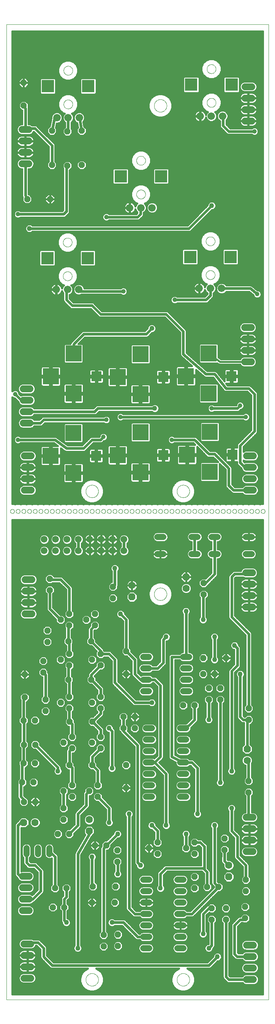
<source format=gtl>
G75*
%MOIN*%
%OFA0B0*%
%FSLAX25Y25*%
%IPPOS*%
%LPD*%
%AMOC8*
5,1,8,0,0,1.08239X$1,22.5*
%
%ADD10C,0.00000*%
%ADD11OC8,0.05200*%
%ADD12C,0.06600*%
%ADD13R,0.11024X0.11024*%
%ADD14R,0.09000X0.09000*%
%ADD15R,0.14000X0.14000*%
%ADD16C,0.05937*%
%ADD17OC8,0.06300*%
%ADD18C,0.06300*%
%ADD19C,0.06000*%
%ADD20C,0.05200*%
%ADD21C,0.02400*%
%ADD22C,0.04356*%
%ADD23C,0.01600*%
%ADD24C,0.03962*%
D10*
X0001000Y0001000D02*
X0001000Y0854701D01*
X0230921Y0854701D01*
X0230921Y0001000D01*
X0001000Y0001000D01*
X0070488Y0018500D02*
X0070490Y0018648D01*
X0070496Y0018796D01*
X0070506Y0018944D01*
X0070520Y0019091D01*
X0070538Y0019238D01*
X0070559Y0019384D01*
X0070585Y0019530D01*
X0070615Y0019675D01*
X0070648Y0019819D01*
X0070686Y0019962D01*
X0070727Y0020104D01*
X0070772Y0020245D01*
X0070820Y0020385D01*
X0070873Y0020524D01*
X0070929Y0020661D01*
X0070989Y0020796D01*
X0071052Y0020930D01*
X0071119Y0021062D01*
X0071190Y0021192D01*
X0071264Y0021320D01*
X0071341Y0021446D01*
X0071422Y0021570D01*
X0071506Y0021692D01*
X0071593Y0021811D01*
X0071684Y0021928D01*
X0071778Y0022043D01*
X0071874Y0022155D01*
X0071974Y0022265D01*
X0072076Y0022371D01*
X0072182Y0022475D01*
X0072290Y0022576D01*
X0072401Y0022674D01*
X0072514Y0022770D01*
X0072630Y0022862D01*
X0072748Y0022951D01*
X0072869Y0023036D01*
X0072992Y0023119D01*
X0073117Y0023198D01*
X0073244Y0023274D01*
X0073373Y0023346D01*
X0073504Y0023415D01*
X0073637Y0023480D01*
X0073772Y0023541D01*
X0073908Y0023599D01*
X0074045Y0023654D01*
X0074184Y0023704D01*
X0074325Y0023751D01*
X0074466Y0023794D01*
X0074609Y0023834D01*
X0074753Y0023869D01*
X0074897Y0023901D01*
X0075043Y0023928D01*
X0075189Y0023952D01*
X0075336Y0023972D01*
X0075483Y0023988D01*
X0075630Y0024000D01*
X0075778Y0024008D01*
X0075926Y0024012D01*
X0076074Y0024012D01*
X0076222Y0024008D01*
X0076370Y0024000D01*
X0076517Y0023988D01*
X0076664Y0023972D01*
X0076811Y0023952D01*
X0076957Y0023928D01*
X0077103Y0023901D01*
X0077247Y0023869D01*
X0077391Y0023834D01*
X0077534Y0023794D01*
X0077675Y0023751D01*
X0077816Y0023704D01*
X0077955Y0023654D01*
X0078092Y0023599D01*
X0078228Y0023541D01*
X0078363Y0023480D01*
X0078496Y0023415D01*
X0078627Y0023346D01*
X0078756Y0023274D01*
X0078883Y0023198D01*
X0079008Y0023119D01*
X0079131Y0023036D01*
X0079252Y0022951D01*
X0079370Y0022862D01*
X0079486Y0022770D01*
X0079599Y0022674D01*
X0079710Y0022576D01*
X0079818Y0022475D01*
X0079924Y0022371D01*
X0080026Y0022265D01*
X0080126Y0022155D01*
X0080222Y0022043D01*
X0080316Y0021928D01*
X0080407Y0021811D01*
X0080494Y0021692D01*
X0080578Y0021570D01*
X0080659Y0021446D01*
X0080736Y0021320D01*
X0080810Y0021192D01*
X0080881Y0021062D01*
X0080948Y0020930D01*
X0081011Y0020796D01*
X0081071Y0020661D01*
X0081127Y0020524D01*
X0081180Y0020385D01*
X0081228Y0020245D01*
X0081273Y0020104D01*
X0081314Y0019962D01*
X0081352Y0019819D01*
X0081385Y0019675D01*
X0081415Y0019530D01*
X0081441Y0019384D01*
X0081462Y0019238D01*
X0081480Y0019091D01*
X0081494Y0018944D01*
X0081504Y0018796D01*
X0081510Y0018648D01*
X0081512Y0018500D01*
X0081510Y0018352D01*
X0081504Y0018204D01*
X0081494Y0018056D01*
X0081480Y0017909D01*
X0081462Y0017762D01*
X0081441Y0017616D01*
X0081415Y0017470D01*
X0081385Y0017325D01*
X0081352Y0017181D01*
X0081314Y0017038D01*
X0081273Y0016896D01*
X0081228Y0016755D01*
X0081180Y0016615D01*
X0081127Y0016476D01*
X0081071Y0016339D01*
X0081011Y0016204D01*
X0080948Y0016070D01*
X0080881Y0015938D01*
X0080810Y0015808D01*
X0080736Y0015680D01*
X0080659Y0015554D01*
X0080578Y0015430D01*
X0080494Y0015308D01*
X0080407Y0015189D01*
X0080316Y0015072D01*
X0080222Y0014957D01*
X0080126Y0014845D01*
X0080026Y0014735D01*
X0079924Y0014629D01*
X0079818Y0014525D01*
X0079710Y0014424D01*
X0079599Y0014326D01*
X0079486Y0014230D01*
X0079370Y0014138D01*
X0079252Y0014049D01*
X0079131Y0013964D01*
X0079008Y0013881D01*
X0078883Y0013802D01*
X0078756Y0013726D01*
X0078627Y0013654D01*
X0078496Y0013585D01*
X0078363Y0013520D01*
X0078228Y0013459D01*
X0078092Y0013401D01*
X0077955Y0013346D01*
X0077816Y0013296D01*
X0077675Y0013249D01*
X0077534Y0013206D01*
X0077391Y0013166D01*
X0077247Y0013131D01*
X0077103Y0013099D01*
X0076957Y0013072D01*
X0076811Y0013048D01*
X0076664Y0013028D01*
X0076517Y0013012D01*
X0076370Y0013000D01*
X0076222Y0012992D01*
X0076074Y0012988D01*
X0075926Y0012988D01*
X0075778Y0012992D01*
X0075630Y0013000D01*
X0075483Y0013012D01*
X0075336Y0013028D01*
X0075189Y0013048D01*
X0075043Y0013072D01*
X0074897Y0013099D01*
X0074753Y0013131D01*
X0074609Y0013166D01*
X0074466Y0013206D01*
X0074325Y0013249D01*
X0074184Y0013296D01*
X0074045Y0013346D01*
X0073908Y0013401D01*
X0073772Y0013459D01*
X0073637Y0013520D01*
X0073504Y0013585D01*
X0073373Y0013654D01*
X0073244Y0013726D01*
X0073117Y0013802D01*
X0072992Y0013881D01*
X0072869Y0013964D01*
X0072748Y0014049D01*
X0072630Y0014138D01*
X0072514Y0014230D01*
X0072401Y0014326D01*
X0072290Y0014424D01*
X0072182Y0014525D01*
X0072076Y0014629D01*
X0071974Y0014735D01*
X0071874Y0014845D01*
X0071778Y0014957D01*
X0071684Y0015072D01*
X0071593Y0015189D01*
X0071506Y0015308D01*
X0071422Y0015430D01*
X0071341Y0015554D01*
X0071264Y0015680D01*
X0071190Y0015808D01*
X0071119Y0015938D01*
X0071052Y0016070D01*
X0070989Y0016204D01*
X0070929Y0016339D01*
X0070873Y0016476D01*
X0070820Y0016615D01*
X0070772Y0016755D01*
X0070727Y0016896D01*
X0070686Y0017038D01*
X0070648Y0017181D01*
X0070615Y0017325D01*
X0070585Y0017470D01*
X0070559Y0017616D01*
X0070538Y0017762D01*
X0070520Y0017909D01*
X0070506Y0018056D01*
X0070496Y0018204D01*
X0070490Y0018352D01*
X0070488Y0018500D01*
X0150488Y0018500D02*
X0150490Y0018648D01*
X0150496Y0018796D01*
X0150506Y0018944D01*
X0150520Y0019091D01*
X0150538Y0019238D01*
X0150559Y0019384D01*
X0150585Y0019530D01*
X0150615Y0019675D01*
X0150648Y0019819D01*
X0150686Y0019962D01*
X0150727Y0020104D01*
X0150772Y0020245D01*
X0150820Y0020385D01*
X0150873Y0020524D01*
X0150929Y0020661D01*
X0150989Y0020796D01*
X0151052Y0020930D01*
X0151119Y0021062D01*
X0151190Y0021192D01*
X0151264Y0021320D01*
X0151341Y0021446D01*
X0151422Y0021570D01*
X0151506Y0021692D01*
X0151593Y0021811D01*
X0151684Y0021928D01*
X0151778Y0022043D01*
X0151874Y0022155D01*
X0151974Y0022265D01*
X0152076Y0022371D01*
X0152182Y0022475D01*
X0152290Y0022576D01*
X0152401Y0022674D01*
X0152514Y0022770D01*
X0152630Y0022862D01*
X0152748Y0022951D01*
X0152869Y0023036D01*
X0152992Y0023119D01*
X0153117Y0023198D01*
X0153244Y0023274D01*
X0153373Y0023346D01*
X0153504Y0023415D01*
X0153637Y0023480D01*
X0153772Y0023541D01*
X0153908Y0023599D01*
X0154045Y0023654D01*
X0154184Y0023704D01*
X0154325Y0023751D01*
X0154466Y0023794D01*
X0154609Y0023834D01*
X0154753Y0023869D01*
X0154897Y0023901D01*
X0155043Y0023928D01*
X0155189Y0023952D01*
X0155336Y0023972D01*
X0155483Y0023988D01*
X0155630Y0024000D01*
X0155778Y0024008D01*
X0155926Y0024012D01*
X0156074Y0024012D01*
X0156222Y0024008D01*
X0156370Y0024000D01*
X0156517Y0023988D01*
X0156664Y0023972D01*
X0156811Y0023952D01*
X0156957Y0023928D01*
X0157103Y0023901D01*
X0157247Y0023869D01*
X0157391Y0023834D01*
X0157534Y0023794D01*
X0157675Y0023751D01*
X0157816Y0023704D01*
X0157955Y0023654D01*
X0158092Y0023599D01*
X0158228Y0023541D01*
X0158363Y0023480D01*
X0158496Y0023415D01*
X0158627Y0023346D01*
X0158756Y0023274D01*
X0158883Y0023198D01*
X0159008Y0023119D01*
X0159131Y0023036D01*
X0159252Y0022951D01*
X0159370Y0022862D01*
X0159486Y0022770D01*
X0159599Y0022674D01*
X0159710Y0022576D01*
X0159818Y0022475D01*
X0159924Y0022371D01*
X0160026Y0022265D01*
X0160126Y0022155D01*
X0160222Y0022043D01*
X0160316Y0021928D01*
X0160407Y0021811D01*
X0160494Y0021692D01*
X0160578Y0021570D01*
X0160659Y0021446D01*
X0160736Y0021320D01*
X0160810Y0021192D01*
X0160881Y0021062D01*
X0160948Y0020930D01*
X0161011Y0020796D01*
X0161071Y0020661D01*
X0161127Y0020524D01*
X0161180Y0020385D01*
X0161228Y0020245D01*
X0161273Y0020104D01*
X0161314Y0019962D01*
X0161352Y0019819D01*
X0161385Y0019675D01*
X0161415Y0019530D01*
X0161441Y0019384D01*
X0161462Y0019238D01*
X0161480Y0019091D01*
X0161494Y0018944D01*
X0161504Y0018796D01*
X0161510Y0018648D01*
X0161512Y0018500D01*
X0161510Y0018352D01*
X0161504Y0018204D01*
X0161494Y0018056D01*
X0161480Y0017909D01*
X0161462Y0017762D01*
X0161441Y0017616D01*
X0161415Y0017470D01*
X0161385Y0017325D01*
X0161352Y0017181D01*
X0161314Y0017038D01*
X0161273Y0016896D01*
X0161228Y0016755D01*
X0161180Y0016615D01*
X0161127Y0016476D01*
X0161071Y0016339D01*
X0161011Y0016204D01*
X0160948Y0016070D01*
X0160881Y0015938D01*
X0160810Y0015808D01*
X0160736Y0015680D01*
X0160659Y0015554D01*
X0160578Y0015430D01*
X0160494Y0015308D01*
X0160407Y0015189D01*
X0160316Y0015072D01*
X0160222Y0014957D01*
X0160126Y0014845D01*
X0160026Y0014735D01*
X0159924Y0014629D01*
X0159818Y0014525D01*
X0159710Y0014424D01*
X0159599Y0014326D01*
X0159486Y0014230D01*
X0159370Y0014138D01*
X0159252Y0014049D01*
X0159131Y0013964D01*
X0159008Y0013881D01*
X0158883Y0013802D01*
X0158756Y0013726D01*
X0158627Y0013654D01*
X0158496Y0013585D01*
X0158363Y0013520D01*
X0158228Y0013459D01*
X0158092Y0013401D01*
X0157955Y0013346D01*
X0157816Y0013296D01*
X0157675Y0013249D01*
X0157534Y0013206D01*
X0157391Y0013166D01*
X0157247Y0013131D01*
X0157103Y0013099D01*
X0156957Y0013072D01*
X0156811Y0013048D01*
X0156664Y0013028D01*
X0156517Y0013012D01*
X0156370Y0013000D01*
X0156222Y0012992D01*
X0156074Y0012988D01*
X0155926Y0012988D01*
X0155778Y0012992D01*
X0155630Y0013000D01*
X0155483Y0013012D01*
X0155336Y0013028D01*
X0155189Y0013048D01*
X0155043Y0013072D01*
X0154897Y0013099D01*
X0154753Y0013131D01*
X0154609Y0013166D01*
X0154466Y0013206D01*
X0154325Y0013249D01*
X0154184Y0013296D01*
X0154045Y0013346D01*
X0153908Y0013401D01*
X0153772Y0013459D01*
X0153637Y0013520D01*
X0153504Y0013585D01*
X0153373Y0013654D01*
X0153244Y0013726D01*
X0153117Y0013802D01*
X0152992Y0013881D01*
X0152869Y0013964D01*
X0152748Y0014049D01*
X0152630Y0014138D01*
X0152514Y0014230D01*
X0152401Y0014326D01*
X0152290Y0014424D01*
X0152182Y0014525D01*
X0152076Y0014629D01*
X0151974Y0014735D01*
X0151874Y0014845D01*
X0151778Y0014957D01*
X0151684Y0015072D01*
X0151593Y0015189D01*
X0151506Y0015308D01*
X0151422Y0015430D01*
X0151341Y0015554D01*
X0151264Y0015680D01*
X0151190Y0015808D01*
X0151119Y0015938D01*
X0151052Y0016070D01*
X0150989Y0016204D01*
X0150929Y0016339D01*
X0150873Y0016476D01*
X0150820Y0016615D01*
X0150772Y0016755D01*
X0150727Y0016896D01*
X0150686Y0017038D01*
X0150648Y0017181D01*
X0150615Y0017325D01*
X0150585Y0017470D01*
X0150559Y0017616D01*
X0150538Y0017762D01*
X0150520Y0017909D01*
X0150506Y0018056D01*
X0150496Y0018204D01*
X0150490Y0018352D01*
X0150488Y0018500D01*
X0130488Y0356000D02*
X0130490Y0356148D01*
X0130496Y0356296D01*
X0130506Y0356444D01*
X0130520Y0356591D01*
X0130538Y0356738D01*
X0130559Y0356884D01*
X0130585Y0357030D01*
X0130615Y0357175D01*
X0130648Y0357319D01*
X0130686Y0357462D01*
X0130727Y0357604D01*
X0130772Y0357745D01*
X0130820Y0357885D01*
X0130873Y0358024D01*
X0130929Y0358161D01*
X0130989Y0358296D01*
X0131052Y0358430D01*
X0131119Y0358562D01*
X0131190Y0358692D01*
X0131264Y0358820D01*
X0131341Y0358946D01*
X0131422Y0359070D01*
X0131506Y0359192D01*
X0131593Y0359311D01*
X0131684Y0359428D01*
X0131778Y0359543D01*
X0131874Y0359655D01*
X0131974Y0359765D01*
X0132076Y0359871D01*
X0132182Y0359975D01*
X0132290Y0360076D01*
X0132401Y0360174D01*
X0132514Y0360270D01*
X0132630Y0360362D01*
X0132748Y0360451D01*
X0132869Y0360536D01*
X0132992Y0360619D01*
X0133117Y0360698D01*
X0133244Y0360774D01*
X0133373Y0360846D01*
X0133504Y0360915D01*
X0133637Y0360980D01*
X0133772Y0361041D01*
X0133908Y0361099D01*
X0134045Y0361154D01*
X0134184Y0361204D01*
X0134325Y0361251D01*
X0134466Y0361294D01*
X0134609Y0361334D01*
X0134753Y0361369D01*
X0134897Y0361401D01*
X0135043Y0361428D01*
X0135189Y0361452D01*
X0135336Y0361472D01*
X0135483Y0361488D01*
X0135630Y0361500D01*
X0135778Y0361508D01*
X0135926Y0361512D01*
X0136074Y0361512D01*
X0136222Y0361508D01*
X0136370Y0361500D01*
X0136517Y0361488D01*
X0136664Y0361472D01*
X0136811Y0361452D01*
X0136957Y0361428D01*
X0137103Y0361401D01*
X0137247Y0361369D01*
X0137391Y0361334D01*
X0137534Y0361294D01*
X0137675Y0361251D01*
X0137816Y0361204D01*
X0137955Y0361154D01*
X0138092Y0361099D01*
X0138228Y0361041D01*
X0138363Y0360980D01*
X0138496Y0360915D01*
X0138627Y0360846D01*
X0138756Y0360774D01*
X0138883Y0360698D01*
X0139008Y0360619D01*
X0139131Y0360536D01*
X0139252Y0360451D01*
X0139370Y0360362D01*
X0139486Y0360270D01*
X0139599Y0360174D01*
X0139710Y0360076D01*
X0139818Y0359975D01*
X0139924Y0359871D01*
X0140026Y0359765D01*
X0140126Y0359655D01*
X0140222Y0359543D01*
X0140316Y0359428D01*
X0140407Y0359311D01*
X0140494Y0359192D01*
X0140578Y0359070D01*
X0140659Y0358946D01*
X0140736Y0358820D01*
X0140810Y0358692D01*
X0140881Y0358562D01*
X0140948Y0358430D01*
X0141011Y0358296D01*
X0141071Y0358161D01*
X0141127Y0358024D01*
X0141180Y0357885D01*
X0141228Y0357745D01*
X0141273Y0357604D01*
X0141314Y0357462D01*
X0141352Y0357319D01*
X0141385Y0357175D01*
X0141415Y0357030D01*
X0141441Y0356884D01*
X0141462Y0356738D01*
X0141480Y0356591D01*
X0141494Y0356444D01*
X0141504Y0356296D01*
X0141510Y0356148D01*
X0141512Y0356000D01*
X0141510Y0355852D01*
X0141504Y0355704D01*
X0141494Y0355556D01*
X0141480Y0355409D01*
X0141462Y0355262D01*
X0141441Y0355116D01*
X0141415Y0354970D01*
X0141385Y0354825D01*
X0141352Y0354681D01*
X0141314Y0354538D01*
X0141273Y0354396D01*
X0141228Y0354255D01*
X0141180Y0354115D01*
X0141127Y0353976D01*
X0141071Y0353839D01*
X0141011Y0353704D01*
X0140948Y0353570D01*
X0140881Y0353438D01*
X0140810Y0353308D01*
X0140736Y0353180D01*
X0140659Y0353054D01*
X0140578Y0352930D01*
X0140494Y0352808D01*
X0140407Y0352689D01*
X0140316Y0352572D01*
X0140222Y0352457D01*
X0140126Y0352345D01*
X0140026Y0352235D01*
X0139924Y0352129D01*
X0139818Y0352025D01*
X0139710Y0351924D01*
X0139599Y0351826D01*
X0139486Y0351730D01*
X0139370Y0351638D01*
X0139252Y0351549D01*
X0139131Y0351464D01*
X0139008Y0351381D01*
X0138883Y0351302D01*
X0138756Y0351226D01*
X0138627Y0351154D01*
X0138496Y0351085D01*
X0138363Y0351020D01*
X0138228Y0350959D01*
X0138092Y0350901D01*
X0137955Y0350846D01*
X0137816Y0350796D01*
X0137675Y0350749D01*
X0137534Y0350706D01*
X0137391Y0350666D01*
X0137247Y0350631D01*
X0137103Y0350599D01*
X0136957Y0350572D01*
X0136811Y0350548D01*
X0136664Y0350528D01*
X0136517Y0350512D01*
X0136370Y0350500D01*
X0136222Y0350492D01*
X0136074Y0350488D01*
X0135926Y0350488D01*
X0135778Y0350492D01*
X0135630Y0350500D01*
X0135483Y0350512D01*
X0135336Y0350528D01*
X0135189Y0350548D01*
X0135043Y0350572D01*
X0134897Y0350599D01*
X0134753Y0350631D01*
X0134609Y0350666D01*
X0134466Y0350706D01*
X0134325Y0350749D01*
X0134184Y0350796D01*
X0134045Y0350846D01*
X0133908Y0350901D01*
X0133772Y0350959D01*
X0133637Y0351020D01*
X0133504Y0351085D01*
X0133373Y0351154D01*
X0133244Y0351226D01*
X0133117Y0351302D01*
X0132992Y0351381D01*
X0132869Y0351464D01*
X0132748Y0351549D01*
X0132630Y0351638D01*
X0132514Y0351730D01*
X0132401Y0351826D01*
X0132290Y0351924D01*
X0132182Y0352025D01*
X0132076Y0352129D01*
X0131974Y0352235D01*
X0131874Y0352345D01*
X0131778Y0352457D01*
X0131684Y0352572D01*
X0131593Y0352689D01*
X0131506Y0352808D01*
X0131422Y0352930D01*
X0131341Y0353054D01*
X0131264Y0353180D01*
X0131190Y0353308D01*
X0131119Y0353438D01*
X0131052Y0353570D01*
X0130989Y0353704D01*
X0130929Y0353839D01*
X0130873Y0353976D01*
X0130820Y0354115D01*
X0130772Y0354255D01*
X0130727Y0354396D01*
X0130686Y0354538D01*
X0130648Y0354681D01*
X0130615Y0354825D01*
X0130585Y0354970D01*
X0130559Y0355116D01*
X0130538Y0355262D01*
X0130520Y0355409D01*
X0130506Y0355556D01*
X0130496Y0355704D01*
X0130490Y0355852D01*
X0130488Y0356000D01*
X0129228Y0428500D02*
X0129230Y0428584D01*
X0129236Y0428667D01*
X0129246Y0428750D01*
X0129260Y0428833D01*
X0129277Y0428915D01*
X0129299Y0428996D01*
X0129324Y0429075D01*
X0129353Y0429154D01*
X0129386Y0429231D01*
X0129422Y0429306D01*
X0129462Y0429380D01*
X0129505Y0429452D01*
X0129552Y0429521D01*
X0129602Y0429588D01*
X0129655Y0429653D01*
X0129711Y0429715D01*
X0129769Y0429775D01*
X0129831Y0429832D01*
X0129895Y0429885D01*
X0129962Y0429936D01*
X0130031Y0429983D01*
X0130102Y0430028D01*
X0130175Y0430068D01*
X0130250Y0430105D01*
X0130327Y0430139D01*
X0130405Y0430169D01*
X0130484Y0430195D01*
X0130565Y0430218D01*
X0130647Y0430236D01*
X0130729Y0430251D01*
X0130812Y0430262D01*
X0130895Y0430269D01*
X0130979Y0430272D01*
X0131063Y0430271D01*
X0131146Y0430266D01*
X0131230Y0430257D01*
X0131312Y0430244D01*
X0131394Y0430228D01*
X0131475Y0430207D01*
X0131556Y0430183D01*
X0131634Y0430155D01*
X0131712Y0430123D01*
X0131788Y0430087D01*
X0131862Y0430048D01*
X0131934Y0430006D01*
X0132004Y0429960D01*
X0132072Y0429911D01*
X0132137Y0429859D01*
X0132200Y0429804D01*
X0132260Y0429746D01*
X0132318Y0429685D01*
X0132372Y0429621D01*
X0132424Y0429555D01*
X0132472Y0429487D01*
X0132517Y0429416D01*
X0132558Y0429343D01*
X0132597Y0429269D01*
X0132631Y0429193D01*
X0132662Y0429115D01*
X0132689Y0429036D01*
X0132713Y0428955D01*
X0132732Y0428874D01*
X0132748Y0428792D01*
X0132760Y0428709D01*
X0132768Y0428625D01*
X0132772Y0428542D01*
X0132772Y0428458D01*
X0132768Y0428375D01*
X0132760Y0428291D01*
X0132748Y0428208D01*
X0132732Y0428126D01*
X0132713Y0428045D01*
X0132689Y0427964D01*
X0132662Y0427885D01*
X0132631Y0427807D01*
X0132597Y0427731D01*
X0132558Y0427657D01*
X0132517Y0427584D01*
X0132472Y0427513D01*
X0132424Y0427445D01*
X0132372Y0427379D01*
X0132318Y0427315D01*
X0132260Y0427254D01*
X0132200Y0427196D01*
X0132137Y0427141D01*
X0132072Y0427089D01*
X0132004Y0427040D01*
X0131934Y0426994D01*
X0131862Y0426952D01*
X0131788Y0426913D01*
X0131712Y0426877D01*
X0131634Y0426845D01*
X0131556Y0426817D01*
X0131475Y0426793D01*
X0131394Y0426772D01*
X0131312Y0426756D01*
X0131230Y0426743D01*
X0131146Y0426734D01*
X0131063Y0426729D01*
X0130979Y0426728D01*
X0130895Y0426731D01*
X0130812Y0426738D01*
X0130729Y0426749D01*
X0130647Y0426764D01*
X0130565Y0426782D01*
X0130484Y0426805D01*
X0130405Y0426831D01*
X0130327Y0426861D01*
X0130250Y0426895D01*
X0130175Y0426932D01*
X0130102Y0426972D01*
X0130031Y0427017D01*
X0129962Y0427064D01*
X0129895Y0427115D01*
X0129831Y0427168D01*
X0129769Y0427225D01*
X0129711Y0427285D01*
X0129655Y0427347D01*
X0129602Y0427412D01*
X0129552Y0427479D01*
X0129505Y0427548D01*
X0129462Y0427620D01*
X0129422Y0427694D01*
X0129386Y0427769D01*
X0129353Y0427846D01*
X0129324Y0427925D01*
X0129299Y0428004D01*
X0129277Y0428085D01*
X0129260Y0428167D01*
X0129246Y0428250D01*
X0129236Y0428333D01*
X0129230Y0428416D01*
X0129228Y0428500D01*
X0124228Y0428500D02*
X0124230Y0428584D01*
X0124236Y0428667D01*
X0124246Y0428750D01*
X0124260Y0428833D01*
X0124277Y0428915D01*
X0124299Y0428996D01*
X0124324Y0429075D01*
X0124353Y0429154D01*
X0124386Y0429231D01*
X0124422Y0429306D01*
X0124462Y0429380D01*
X0124505Y0429452D01*
X0124552Y0429521D01*
X0124602Y0429588D01*
X0124655Y0429653D01*
X0124711Y0429715D01*
X0124769Y0429775D01*
X0124831Y0429832D01*
X0124895Y0429885D01*
X0124962Y0429936D01*
X0125031Y0429983D01*
X0125102Y0430028D01*
X0125175Y0430068D01*
X0125250Y0430105D01*
X0125327Y0430139D01*
X0125405Y0430169D01*
X0125484Y0430195D01*
X0125565Y0430218D01*
X0125647Y0430236D01*
X0125729Y0430251D01*
X0125812Y0430262D01*
X0125895Y0430269D01*
X0125979Y0430272D01*
X0126063Y0430271D01*
X0126146Y0430266D01*
X0126230Y0430257D01*
X0126312Y0430244D01*
X0126394Y0430228D01*
X0126475Y0430207D01*
X0126556Y0430183D01*
X0126634Y0430155D01*
X0126712Y0430123D01*
X0126788Y0430087D01*
X0126862Y0430048D01*
X0126934Y0430006D01*
X0127004Y0429960D01*
X0127072Y0429911D01*
X0127137Y0429859D01*
X0127200Y0429804D01*
X0127260Y0429746D01*
X0127318Y0429685D01*
X0127372Y0429621D01*
X0127424Y0429555D01*
X0127472Y0429487D01*
X0127517Y0429416D01*
X0127558Y0429343D01*
X0127597Y0429269D01*
X0127631Y0429193D01*
X0127662Y0429115D01*
X0127689Y0429036D01*
X0127713Y0428955D01*
X0127732Y0428874D01*
X0127748Y0428792D01*
X0127760Y0428709D01*
X0127768Y0428625D01*
X0127772Y0428542D01*
X0127772Y0428458D01*
X0127768Y0428375D01*
X0127760Y0428291D01*
X0127748Y0428208D01*
X0127732Y0428126D01*
X0127713Y0428045D01*
X0127689Y0427964D01*
X0127662Y0427885D01*
X0127631Y0427807D01*
X0127597Y0427731D01*
X0127558Y0427657D01*
X0127517Y0427584D01*
X0127472Y0427513D01*
X0127424Y0427445D01*
X0127372Y0427379D01*
X0127318Y0427315D01*
X0127260Y0427254D01*
X0127200Y0427196D01*
X0127137Y0427141D01*
X0127072Y0427089D01*
X0127004Y0427040D01*
X0126934Y0426994D01*
X0126862Y0426952D01*
X0126788Y0426913D01*
X0126712Y0426877D01*
X0126634Y0426845D01*
X0126556Y0426817D01*
X0126475Y0426793D01*
X0126394Y0426772D01*
X0126312Y0426756D01*
X0126230Y0426743D01*
X0126146Y0426734D01*
X0126063Y0426729D01*
X0125979Y0426728D01*
X0125895Y0426731D01*
X0125812Y0426738D01*
X0125729Y0426749D01*
X0125647Y0426764D01*
X0125565Y0426782D01*
X0125484Y0426805D01*
X0125405Y0426831D01*
X0125327Y0426861D01*
X0125250Y0426895D01*
X0125175Y0426932D01*
X0125102Y0426972D01*
X0125031Y0427017D01*
X0124962Y0427064D01*
X0124895Y0427115D01*
X0124831Y0427168D01*
X0124769Y0427225D01*
X0124711Y0427285D01*
X0124655Y0427347D01*
X0124602Y0427412D01*
X0124552Y0427479D01*
X0124505Y0427548D01*
X0124462Y0427620D01*
X0124422Y0427694D01*
X0124386Y0427769D01*
X0124353Y0427846D01*
X0124324Y0427925D01*
X0124299Y0428004D01*
X0124277Y0428085D01*
X0124260Y0428167D01*
X0124246Y0428250D01*
X0124236Y0428333D01*
X0124230Y0428416D01*
X0124228Y0428500D01*
X0119228Y0428500D02*
X0119230Y0428584D01*
X0119236Y0428667D01*
X0119246Y0428750D01*
X0119260Y0428833D01*
X0119277Y0428915D01*
X0119299Y0428996D01*
X0119324Y0429075D01*
X0119353Y0429154D01*
X0119386Y0429231D01*
X0119422Y0429306D01*
X0119462Y0429380D01*
X0119505Y0429452D01*
X0119552Y0429521D01*
X0119602Y0429588D01*
X0119655Y0429653D01*
X0119711Y0429715D01*
X0119769Y0429775D01*
X0119831Y0429832D01*
X0119895Y0429885D01*
X0119962Y0429936D01*
X0120031Y0429983D01*
X0120102Y0430028D01*
X0120175Y0430068D01*
X0120250Y0430105D01*
X0120327Y0430139D01*
X0120405Y0430169D01*
X0120484Y0430195D01*
X0120565Y0430218D01*
X0120647Y0430236D01*
X0120729Y0430251D01*
X0120812Y0430262D01*
X0120895Y0430269D01*
X0120979Y0430272D01*
X0121063Y0430271D01*
X0121146Y0430266D01*
X0121230Y0430257D01*
X0121312Y0430244D01*
X0121394Y0430228D01*
X0121475Y0430207D01*
X0121556Y0430183D01*
X0121634Y0430155D01*
X0121712Y0430123D01*
X0121788Y0430087D01*
X0121862Y0430048D01*
X0121934Y0430006D01*
X0122004Y0429960D01*
X0122072Y0429911D01*
X0122137Y0429859D01*
X0122200Y0429804D01*
X0122260Y0429746D01*
X0122318Y0429685D01*
X0122372Y0429621D01*
X0122424Y0429555D01*
X0122472Y0429487D01*
X0122517Y0429416D01*
X0122558Y0429343D01*
X0122597Y0429269D01*
X0122631Y0429193D01*
X0122662Y0429115D01*
X0122689Y0429036D01*
X0122713Y0428955D01*
X0122732Y0428874D01*
X0122748Y0428792D01*
X0122760Y0428709D01*
X0122768Y0428625D01*
X0122772Y0428542D01*
X0122772Y0428458D01*
X0122768Y0428375D01*
X0122760Y0428291D01*
X0122748Y0428208D01*
X0122732Y0428126D01*
X0122713Y0428045D01*
X0122689Y0427964D01*
X0122662Y0427885D01*
X0122631Y0427807D01*
X0122597Y0427731D01*
X0122558Y0427657D01*
X0122517Y0427584D01*
X0122472Y0427513D01*
X0122424Y0427445D01*
X0122372Y0427379D01*
X0122318Y0427315D01*
X0122260Y0427254D01*
X0122200Y0427196D01*
X0122137Y0427141D01*
X0122072Y0427089D01*
X0122004Y0427040D01*
X0121934Y0426994D01*
X0121862Y0426952D01*
X0121788Y0426913D01*
X0121712Y0426877D01*
X0121634Y0426845D01*
X0121556Y0426817D01*
X0121475Y0426793D01*
X0121394Y0426772D01*
X0121312Y0426756D01*
X0121230Y0426743D01*
X0121146Y0426734D01*
X0121063Y0426729D01*
X0120979Y0426728D01*
X0120895Y0426731D01*
X0120812Y0426738D01*
X0120729Y0426749D01*
X0120647Y0426764D01*
X0120565Y0426782D01*
X0120484Y0426805D01*
X0120405Y0426831D01*
X0120327Y0426861D01*
X0120250Y0426895D01*
X0120175Y0426932D01*
X0120102Y0426972D01*
X0120031Y0427017D01*
X0119962Y0427064D01*
X0119895Y0427115D01*
X0119831Y0427168D01*
X0119769Y0427225D01*
X0119711Y0427285D01*
X0119655Y0427347D01*
X0119602Y0427412D01*
X0119552Y0427479D01*
X0119505Y0427548D01*
X0119462Y0427620D01*
X0119422Y0427694D01*
X0119386Y0427769D01*
X0119353Y0427846D01*
X0119324Y0427925D01*
X0119299Y0428004D01*
X0119277Y0428085D01*
X0119260Y0428167D01*
X0119246Y0428250D01*
X0119236Y0428333D01*
X0119230Y0428416D01*
X0119228Y0428500D01*
X0114228Y0428500D02*
X0114230Y0428584D01*
X0114236Y0428667D01*
X0114246Y0428750D01*
X0114260Y0428833D01*
X0114277Y0428915D01*
X0114299Y0428996D01*
X0114324Y0429075D01*
X0114353Y0429154D01*
X0114386Y0429231D01*
X0114422Y0429306D01*
X0114462Y0429380D01*
X0114505Y0429452D01*
X0114552Y0429521D01*
X0114602Y0429588D01*
X0114655Y0429653D01*
X0114711Y0429715D01*
X0114769Y0429775D01*
X0114831Y0429832D01*
X0114895Y0429885D01*
X0114962Y0429936D01*
X0115031Y0429983D01*
X0115102Y0430028D01*
X0115175Y0430068D01*
X0115250Y0430105D01*
X0115327Y0430139D01*
X0115405Y0430169D01*
X0115484Y0430195D01*
X0115565Y0430218D01*
X0115647Y0430236D01*
X0115729Y0430251D01*
X0115812Y0430262D01*
X0115895Y0430269D01*
X0115979Y0430272D01*
X0116063Y0430271D01*
X0116146Y0430266D01*
X0116230Y0430257D01*
X0116312Y0430244D01*
X0116394Y0430228D01*
X0116475Y0430207D01*
X0116556Y0430183D01*
X0116634Y0430155D01*
X0116712Y0430123D01*
X0116788Y0430087D01*
X0116862Y0430048D01*
X0116934Y0430006D01*
X0117004Y0429960D01*
X0117072Y0429911D01*
X0117137Y0429859D01*
X0117200Y0429804D01*
X0117260Y0429746D01*
X0117318Y0429685D01*
X0117372Y0429621D01*
X0117424Y0429555D01*
X0117472Y0429487D01*
X0117517Y0429416D01*
X0117558Y0429343D01*
X0117597Y0429269D01*
X0117631Y0429193D01*
X0117662Y0429115D01*
X0117689Y0429036D01*
X0117713Y0428955D01*
X0117732Y0428874D01*
X0117748Y0428792D01*
X0117760Y0428709D01*
X0117768Y0428625D01*
X0117772Y0428542D01*
X0117772Y0428458D01*
X0117768Y0428375D01*
X0117760Y0428291D01*
X0117748Y0428208D01*
X0117732Y0428126D01*
X0117713Y0428045D01*
X0117689Y0427964D01*
X0117662Y0427885D01*
X0117631Y0427807D01*
X0117597Y0427731D01*
X0117558Y0427657D01*
X0117517Y0427584D01*
X0117472Y0427513D01*
X0117424Y0427445D01*
X0117372Y0427379D01*
X0117318Y0427315D01*
X0117260Y0427254D01*
X0117200Y0427196D01*
X0117137Y0427141D01*
X0117072Y0427089D01*
X0117004Y0427040D01*
X0116934Y0426994D01*
X0116862Y0426952D01*
X0116788Y0426913D01*
X0116712Y0426877D01*
X0116634Y0426845D01*
X0116556Y0426817D01*
X0116475Y0426793D01*
X0116394Y0426772D01*
X0116312Y0426756D01*
X0116230Y0426743D01*
X0116146Y0426734D01*
X0116063Y0426729D01*
X0115979Y0426728D01*
X0115895Y0426731D01*
X0115812Y0426738D01*
X0115729Y0426749D01*
X0115647Y0426764D01*
X0115565Y0426782D01*
X0115484Y0426805D01*
X0115405Y0426831D01*
X0115327Y0426861D01*
X0115250Y0426895D01*
X0115175Y0426932D01*
X0115102Y0426972D01*
X0115031Y0427017D01*
X0114962Y0427064D01*
X0114895Y0427115D01*
X0114831Y0427168D01*
X0114769Y0427225D01*
X0114711Y0427285D01*
X0114655Y0427347D01*
X0114602Y0427412D01*
X0114552Y0427479D01*
X0114505Y0427548D01*
X0114462Y0427620D01*
X0114422Y0427694D01*
X0114386Y0427769D01*
X0114353Y0427846D01*
X0114324Y0427925D01*
X0114299Y0428004D01*
X0114277Y0428085D01*
X0114260Y0428167D01*
X0114246Y0428250D01*
X0114236Y0428333D01*
X0114230Y0428416D01*
X0114228Y0428500D01*
X0109228Y0428500D02*
X0109230Y0428584D01*
X0109236Y0428667D01*
X0109246Y0428750D01*
X0109260Y0428833D01*
X0109277Y0428915D01*
X0109299Y0428996D01*
X0109324Y0429075D01*
X0109353Y0429154D01*
X0109386Y0429231D01*
X0109422Y0429306D01*
X0109462Y0429380D01*
X0109505Y0429452D01*
X0109552Y0429521D01*
X0109602Y0429588D01*
X0109655Y0429653D01*
X0109711Y0429715D01*
X0109769Y0429775D01*
X0109831Y0429832D01*
X0109895Y0429885D01*
X0109962Y0429936D01*
X0110031Y0429983D01*
X0110102Y0430028D01*
X0110175Y0430068D01*
X0110250Y0430105D01*
X0110327Y0430139D01*
X0110405Y0430169D01*
X0110484Y0430195D01*
X0110565Y0430218D01*
X0110647Y0430236D01*
X0110729Y0430251D01*
X0110812Y0430262D01*
X0110895Y0430269D01*
X0110979Y0430272D01*
X0111063Y0430271D01*
X0111146Y0430266D01*
X0111230Y0430257D01*
X0111312Y0430244D01*
X0111394Y0430228D01*
X0111475Y0430207D01*
X0111556Y0430183D01*
X0111634Y0430155D01*
X0111712Y0430123D01*
X0111788Y0430087D01*
X0111862Y0430048D01*
X0111934Y0430006D01*
X0112004Y0429960D01*
X0112072Y0429911D01*
X0112137Y0429859D01*
X0112200Y0429804D01*
X0112260Y0429746D01*
X0112318Y0429685D01*
X0112372Y0429621D01*
X0112424Y0429555D01*
X0112472Y0429487D01*
X0112517Y0429416D01*
X0112558Y0429343D01*
X0112597Y0429269D01*
X0112631Y0429193D01*
X0112662Y0429115D01*
X0112689Y0429036D01*
X0112713Y0428955D01*
X0112732Y0428874D01*
X0112748Y0428792D01*
X0112760Y0428709D01*
X0112768Y0428625D01*
X0112772Y0428542D01*
X0112772Y0428458D01*
X0112768Y0428375D01*
X0112760Y0428291D01*
X0112748Y0428208D01*
X0112732Y0428126D01*
X0112713Y0428045D01*
X0112689Y0427964D01*
X0112662Y0427885D01*
X0112631Y0427807D01*
X0112597Y0427731D01*
X0112558Y0427657D01*
X0112517Y0427584D01*
X0112472Y0427513D01*
X0112424Y0427445D01*
X0112372Y0427379D01*
X0112318Y0427315D01*
X0112260Y0427254D01*
X0112200Y0427196D01*
X0112137Y0427141D01*
X0112072Y0427089D01*
X0112004Y0427040D01*
X0111934Y0426994D01*
X0111862Y0426952D01*
X0111788Y0426913D01*
X0111712Y0426877D01*
X0111634Y0426845D01*
X0111556Y0426817D01*
X0111475Y0426793D01*
X0111394Y0426772D01*
X0111312Y0426756D01*
X0111230Y0426743D01*
X0111146Y0426734D01*
X0111063Y0426729D01*
X0110979Y0426728D01*
X0110895Y0426731D01*
X0110812Y0426738D01*
X0110729Y0426749D01*
X0110647Y0426764D01*
X0110565Y0426782D01*
X0110484Y0426805D01*
X0110405Y0426831D01*
X0110327Y0426861D01*
X0110250Y0426895D01*
X0110175Y0426932D01*
X0110102Y0426972D01*
X0110031Y0427017D01*
X0109962Y0427064D01*
X0109895Y0427115D01*
X0109831Y0427168D01*
X0109769Y0427225D01*
X0109711Y0427285D01*
X0109655Y0427347D01*
X0109602Y0427412D01*
X0109552Y0427479D01*
X0109505Y0427548D01*
X0109462Y0427620D01*
X0109422Y0427694D01*
X0109386Y0427769D01*
X0109353Y0427846D01*
X0109324Y0427925D01*
X0109299Y0428004D01*
X0109277Y0428085D01*
X0109260Y0428167D01*
X0109246Y0428250D01*
X0109236Y0428333D01*
X0109230Y0428416D01*
X0109228Y0428500D01*
X0104228Y0428500D02*
X0104230Y0428584D01*
X0104236Y0428667D01*
X0104246Y0428750D01*
X0104260Y0428833D01*
X0104277Y0428915D01*
X0104299Y0428996D01*
X0104324Y0429075D01*
X0104353Y0429154D01*
X0104386Y0429231D01*
X0104422Y0429306D01*
X0104462Y0429380D01*
X0104505Y0429452D01*
X0104552Y0429521D01*
X0104602Y0429588D01*
X0104655Y0429653D01*
X0104711Y0429715D01*
X0104769Y0429775D01*
X0104831Y0429832D01*
X0104895Y0429885D01*
X0104962Y0429936D01*
X0105031Y0429983D01*
X0105102Y0430028D01*
X0105175Y0430068D01*
X0105250Y0430105D01*
X0105327Y0430139D01*
X0105405Y0430169D01*
X0105484Y0430195D01*
X0105565Y0430218D01*
X0105647Y0430236D01*
X0105729Y0430251D01*
X0105812Y0430262D01*
X0105895Y0430269D01*
X0105979Y0430272D01*
X0106063Y0430271D01*
X0106146Y0430266D01*
X0106230Y0430257D01*
X0106312Y0430244D01*
X0106394Y0430228D01*
X0106475Y0430207D01*
X0106556Y0430183D01*
X0106634Y0430155D01*
X0106712Y0430123D01*
X0106788Y0430087D01*
X0106862Y0430048D01*
X0106934Y0430006D01*
X0107004Y0429960D01*
X0107072Y0429911D01*
X0107137Y0429859D01*
X0107200Y0429804D01*
X0107260Y0429746D01*
X0107318Y0429685D01*
X0107372Y0429621D01*
X0107424Y0429555D01*
X0107472Y0429487D01*
X0107517Y0429416D01*
X0107558Y0429343D01*
X0107597Y0429269D01*
X0107631Y0429193D01*
X0107662Y0429115D01*
X0107689Y0429036D01*
X0107713Y0428955D01*
X0107732Y0428874D01*
X0107748Y0428792D01*
X0107760Y0428709D01*
X0107768Y0428625D01*
X0107772Y0428542D01*
X0107772Y0428458D01*
X0107768Y0428375D01*
X0107760Y0428291D01*
X0107748Y0428208D01*
X0107732Y0428126D01*
X0107713Y0428045D01*
X0107689Y0427964D01*
X0107662Y0427885D01*
X0107631Y0427807D01*
X0107597Y0427731D01*
X0107558Y0427657D01*
X0107517Y0427584D01*
X0107472Y0427513D01*
X0107424Y0427445D01*
X0107372Y0427379D01*
X0107318Y0427315D01*
X0107260Y0427254D01*
X0107200Y0427196D01*
X0107137Y0427141D01*
X0107072Y0427089D01*
X0107004Y0427040D01*
X0106934Y0426994D01*
X0106862Y0426952D01*
X0106788Y0426913D01*
X0106712Y0426877D01*
X0106634Y0426845D01*
X0106556Y0426817D01*
X0106475Y0426793D01*
X0106394Y0426772D01*
X0106312Y0426756D01*
X0106230Y0426743D01*
X0106146Y0426734D01*
X0106063Y0426729D01*
X0105979Y0426728D01*
X0105895Y0426731D01*
X0105812Y0426738D01*
X0105729Y0426749D01*
X0105647Y0426764D01*
X0105565Y0426782D01*
X0105484Y0426805D01*
X0105405Y0426831D01*
X0105327Y0426861D01*
X0105250Y0426895D01*
X0105175Y0426932D01*
X0105102Y0426972D01*
X0105031Y0427017D01*
X0104962Y0427064D01*
X0104895Y0427115D01*
X0104831Y0427168D01*
X0104769Y0427225D01*
X0104711Y0427285D01*
X0104655Y0427347D01*
X0104602Y0427412D01*
X0104552Y0427479D01*
X0104505Y0427548D01*
X0104462Y0427620D01*
X0104422Y0427694D01*
X0104386Y0427769D01*
X0104353Y0427846D01*
X0104324Y0427925D01*
X0104299Y0428004D01*
X0104277Y0428085D01*
X0104260Y0428167D01*
X0104246Y0428250D01*
X0104236Y0428333D01*
X0104230Y0428416D01*
X0104228Y0428500D01*
X0099228Y0428500D02*
X0099230Y0428584D01*
X0099236Y0428667D01*
X0099246Y0428750D01*
X0099260Y0428833D01*
X0099277Y0428915D01*
X0099299Y0428996D01*
X0099324Y0429075D01*
X0099353Y0429154D01*
X0099386Y0429231D01*
X0099422Y0429306D01*
X0099462Y0429380D01*
X0099505Y0429452D01*
X0099552Y0429521D01*
X0099602Y0429588D01*
X0099655Y0429653D01*
X0099711Y0429715D01*
X0099769Y0429775D01*
X0099831Y0429832D01*
X0099895Y0429885D01*
X0099962Y0429936D01*
X0100031Y0429983D01*
X0100102Y0430028D01*
X0100175Y0430068D01*
X0100250Y0430105D01*
X0100327Y0430139D01*
X0100405Y0430169D01*
X0100484Y0430195D01*
X0100565Y0430218D01*
X0100647Y0430236D01*
X0100729Y0430251D01*
X0100812Y0430262D01*
X0100895Y0430269D01*
X0100979Y0430272D01*
X0101063Y0430271D01*
X0101146Y0430266D01*
X0101230Y0430257D01*
X0101312Y0430244D01*
X0101394Y0430228D01*
X0101475Y0430207D01*
X0101556Y0430183D01*
X0101634Y0430155D01*
X0101712Y0430123D01*
X0101788Y0430087D01*
X0101862Y0430048D01*
X0101934Y0430006D01*
X0102004Y0429960D01*
X0102072Y0429911D01*
X0102137Y0429859D01*
X0102200Y0429804D01*
X0102260Y0429746D01*
X0102318Y0429685D01*
X0102372Y0429621D01*
X0102424Y0429555D01*
X0102472Y0429487D01*
X0102517Y0429416D01*
X0102558Y0429343D01*
X0102597Y0429269D01*
X0102631Y0429193D01*
X0102662Y0429115D01*
X0102689Y0429036D01*
X0102713Y0428955D01*
X0102732Y0428874D01*
X0102748Y0428792D01*
X0102760Y0428709D01*
X0102768Y0428625D01*
X0102772Y0428542D01*
X0102772Y0428458D01*
X0102768Y0428375D01*
X0102760Y0428291D01*
X0102748Y0428208D01*
X0102732Y0428126D01*
X0102713Y0428045D01*
X0102689Y0427964D01*
X0102662Y0427885D01*
X0102631Y0427807D01*
X0102597Y0427731D01*
X0102558Y0427657D01*
X0102517Y0427584D01*
X0102472Y0427513D01*
X0102424Y0427445D01*
X0102372Y0427379D01*
X0102318Y0427315D01*
X0102260Y0427254D01*
X0102200Y0427196D01*
X0102137Y0427141D01*
X0102072Y0427089D01*
X0102004Y0427040D01*
X0101934Y0426994D01*
X0101862Y0426952D01*
X0101788Y0426913D01*
X0101712Y0426877D01*
X0101634Y0426845D01*
X0101556Y0426817D01*
X0101475Y0426793D01*
X0101394Y0426772D01*
X0101312Y0426756D01*
X0101230Y0426743D01*
X0101146Y0426734D01*
X0101063Y0426729D01*
X0100979Y0426728D01*
X0100895Y0426731D01*
X0100812Y0426738D01*
X0100729Y0426749D01*
X0100647Y0426764D01*
X0100565Y0426782D01*
X0100484Y0426805D01*
X0100405Y0426831D01*
X0100327Y0426861D01*
X0100250Y0426895D01*
X0100175Y0426932D01*
X0100102Y0426972D01*
X0100031Y0427017D01*
X0099962Y0427064D01*
X0099895Y0427115D01*
X0099831Y0427168D01*
X0099769Y0427225D01*
X0099711Y0427285D01*
X0099655Y0427347D01*
X0099602Y0427412D01*
X0099552Y0427479D01*
X0099505Y0427548D01*
X0099462Y0427620D01*
X0099422Y0427694D01*
X0099386Y0427769D01*
X0099353Y0427846D01*
X0099324Y0427925D01*
X0099299Y0428004D01*
X0099277Y0428085D01*
X0099260Y0428167D01*
X0099246Y0428250D01*
X0099236Y0428333D01*
X0099230Y0428416D01*
X0099228Y0428500D01*
X0094228Y0428500D02*
X0094230Y0428584D01*
X0094236Y0428667D01*
X0094246Y0428750D01*
X0094260Y0428833D01*
X0094277Y0428915D01*
X0094299Y0428996D01*
X0094324Y0429075D01*
X0094353Y0429154D01*
X0094386Y0429231D01*
X0094422Y0429306D01*
X0094462Y0429380D01*
X0094505Y0429452D01*
X0094552Y0429521D01*
X0094602Y0429588D01*
X0094655Y0429653D01*
X0094711Y0429715D01*
X0094769Y0429775D01*
X0094831Y0429832D01*
X0094895Y0429885D01*
X0094962Y0429936D01*
X0095031Y0429983D01*
X0095102Y0430028D01*
X0095175Y0430068D01*
X0095250Y0430105D01*
X0095327Y0430139D01*
X0095405Y0430169D01*
X0095484Y0430195D01*
X0095565Y0430218D01*
X0095647Y0430236D01*
X0095729Y0430251D01*
X0095812Y0430262D01*
X0095895Y0430269D01*
X0095979Y0430272D01*
X0096063Y0430271D01*
X0096146Y0430266D01*
X0096230Y0430257D01*
X0096312Y0430244D01*
X0096394Y0430228D01*
X0096475Y0430207D01*
X0096556Y0430183D01*
X0096634Y0430155D01*
X0096712Y0430123D01*
X0096788Y0430087D01*
X0096862Y0430048D01*
X0096934Y0430006D01*
X0097004Y0429960D01*
X0097072Y0429911D01*
X0097137Y0429859D01*
X0097200Y0429804D01*
X0097260Y0429746D01*
X0097318Y0429685D01*
X0097372Y0429621D01*
X0097424Y0429555D01*
X0097472Y0429487D01*
X0097517Y0429416D01*
X0097558Y0429343D01*
X0097597Y0429269D01*
X0097631Y0429193D01*
X0097662Y0429115D01*
X0097689Y0429036D01*
X0097713Y0428955D01*
X0097732Y0428874D01*
X0097748Y0428792D01*
X0097760Y0428709D01*
X0097768Y0428625D01*
X0097772Y0428542D01*
X0097772Y0428458D01*
X0097768Y0428375D01*
X0097760Y0428291D01*
X0097748Y0428208D01*
X0097732Y0428126D01*
X0097713Y0428045D01*
X0097689Y0427964D01*
X0097662Y0427885D01*
X0097631Y0427807D01*
X0097597Y0427731D01*
X0097558Y0427657D01*
X0097517Y0427584D01*
X0097472Y0427513D01*
X0097424Y0427445D01*
X0097372Y0427379D01*
X0097318Y0427315D01*
X0097260Y0427254D01*
X0097200Y0427196D01*
X0097137Y0427141D01*
X0097072Y0427089D01*
X0097004Y0427040D01*
X0096934Y0426994D01*
X0096862Y0426952D01*
X0096788Y0426913D01*
X0096712Y0426877D01*
X0096634Y0426845D01*
X0096556Y0426817D01*
X0096475Y0426793D01*
X0096394Y0426772D01*
X0096312Y0426756D01*
X0096230Y0426743D01*
X0096146Y0426734D01*
X0096063Y0426729D01*
X0095979Y0426728D01*
X0095895Y0426731D01*
X0095812Y0426738D01*
X0095729Y0426749D01*
X0095647Y0426764D01*
X0095565Y0426782D01*
X0095484Y0426805D01*
X0095405Y0426831D01*
X0095327Y0426861D01*
X0095250Y0426895D01*
X0095175Y0426932D01*
X0095102Y0426972D01*
X0095031Y0427017D01*
X0094962Y0427064D01*
X0094895Y0427115D01*
X0094831Y0427168D01*
X0094769Y0427225D01*
X0094711Y0427285D01*
X0094655Y0427347D01*
X0094602Y0427412D01*
X0094552Y0427479D01*
X0094505Y0427548D01*
X0094462Y0427620D01*
X0094422Y0427694D01*
X0094386Y0427769D01*
X0094353Y0427846D01*
X0094324Y0427925D01*
X0094299Y0428004D01*
X0094277Y0428085D01*
X0094260Y0428167D01*
X0094246Y0428250D01*
X0094236Y0428333D01*
X0094230Y0428416D01*
X0094228Y0428500D01*
X0089228Y0428500D02*
X0089230Y0428584D01*
X0089236Y0428667D01*
X0089246Y0428750D01*
X0089260Y0428833D01*
X0089277Y0428915D01*
X0089299Y0428996D01*
X0089324Y0429075D01*
X0089353Y0429154D01*
X0089386Y0429231D01*
X0089422Y0429306D01*
X0089462Y0429380D01*
X0089505Y0429452D01*
X0089552Y0429521D01*
X0089602Y0429588D01*
X0089655Y0429653D01*
X0089711Y0429715D01*
X0089769Y0429775D01*
X0089831Y0429832D01*
X0089895Y0429885D01*
X0089962Y0429936D01*
X0090031Y0429983D01*
X0090102Y0430028D01*
X0090175Y0430068D01*
X0090250Y0430105D01*
X0090327Y0430139D01*
X0090405Y0430169D01*
X0090484Y0430195D01*
X0090565Y0430218D01*
X0090647Y0430236D01*
X0090729Y0430251D01*
X0090812Y0430262D01*
X0090895Y0430269D01*
X0090979Y0430272D01*
X0091063Y0430271D01*
X0091146Y0430266D01*
X0091230Y0430257D01*
X0091312Y0430244D01*
X0091394Y0430228D01*
X0091475Y0430207D01*
X0091556Y0430183D01*
X0091634Y0430155D01*
X0091712Y0430123D01*
X0091788Y0430087D01*
X0091862Y0430048D01*
X0091934Y0430006D01*
X0092004Y0429960D01*
X0092072Y0429911D01*
X0092137Y0429859D01*
X0092200Y0429804D01*
X0092260Y0429746D01*
X0092318Y0429685D01*
X0092372Y0429621D01*
X0092424Y0429555D01*
X0092472Y0429487D01*
X0092517Y0429416D01*
X0092558Y0429343D01*
X0092597Y0429269D01*
X0092631Y0429193D01*
X0092662Y0429115D01*
X0092689Y0429036D01*
X0092713Y0428955D01*
X0092732Y0428874D01*
X0092748Y0428792D01*
X0092760Y0428709D01*
X0092768Y0428625D01*
X0092772Y0428542D01*
X0092772Y0428458D01*
X0092768Y0428375D01*
X0092760Y0428291D01*
X0092748Y0428208D01*
X0092732Y0428126D01*
X0092713Y0428045D01*
X0092689Y0427964D01*
X0092662Y0427885D01*
X0092631Y0427807D01*
X0092597Y0427731D01*
X0092558Y0427657D01*
X0092517Y0427584D01*
X0092472Y0427513D01*
X0092424Y0427445D01*
X0092372Y0427379D01*
X0092318Y0427315D01*
X0092260Y0427254D01*
X0092200Y0427196D01*
X0092137Y0427141D01*
X0092072Y0427089D01*
X0092004Y0427040D01*
X0091934Y0426994D01*
X0091862Y0426952D01*
X0091788Y0426913D01*
X0091712Y0426877D01*
X0091634Y0426845D01*
X0091556Y0426817D01*
X0091475Y0426793D01*
X0091394Y0426772D01*
X0091312Y0426756D01*
X0091230Y0426743D01*
X0091146Y0426734D01*
X0091063Y0426729D01*
X0090979Y0426728D01*
X0090895Y0426731D01*
X0090812Y0426738D01*
X0090729Y0426749D01*
X0090647Y0426764D01*
X0090565Y0426782D01*
X0090484Y0426805D01*
X0090405Y0426831D01*
X0090327Y0426861D01*
X0090250Y0426895D01*
X0090175Y0426932D01*
X0090102Y0426972D01*
X0090031Y0427017D01*
X0089962Y0427064D01*
X0089895Y0427115D01*
X0089831Y0427168D01*
X0089769Y0427225D01*
X0089711Y0427285D01*
X0089655Y0427347D01*
X0089602Y0427412D01*
X0089552Y0427479D01*
X0089505Y0427548D01*
X0089462Y0427620D01*
X0089422Y0427694D01*
X0089386Y0427769D01*
X0089353Y0427846D01*
X0089324Y0427925D01*
X0089299Y0428004D01*
X0089277Y0428085D01*
X0089260Y0428167D01*
X0089246Y0428250D01*
X0089236Y0428333D01*
X0089230Y0428416D01*
X0089228Y0428500D01*
X0084228Y0428500D02*
X0084230Y0428584D01*
X0084236Y0428667D01*
X0084246Y0428750D01*
X0084260Y0428833D01*
X0084277Y0428915D01*
X0084299Y0428996D01*
X0084324Y0429075D01*
X0084353Y0429154D01*
X0084386Y0429231D01*
X0084422Y0429306D01*
X0084462Y0429380D01*
X0084505Y0429452D01*
X0084552Y0429521D01*
X0084602Y0429588D01*
X0084655Y0429653D01*
X0084711Y0429715D01*
X0084769Y0429775D01*
X0084831Y0429832D01*
X0084895Y0429885D01*
X0084962Y0429936D01*
X0085031Y0429983D01*
X0085102Y0430028D01*
X0085175Y0430068D01*
X0085250Y0430105D01*
X0085327Y0430139D01*
X0085405Y0430169D01*
X0085484Y0430195D01*
X0085565Y0430218D01*
X0085647Y0430236D01*
X0085729Y0430251D01*
X0085812Y0430262D01*
X0085895Y0430269D01*
X0085979Y0430272D01*
X0086063Y0430271D01*
X0086146Y0430266D01*
X0086230Y0430257D01*
X0086312Y0430244D01*
X0086394Y0430228D01*
X0086475Y0430207D01*
X0086556Y0430183D01*
X0086634Y0430155D01*
X0086712Y0430123D01*
X0086788Y0430087D01*
X0086862Y0430048D01*
X0086934Y0430006D01*
X0087004Y0429960D01*
X0087072Y0429911D01*
X0087137Y0429859D01*
X0087200Y0429804D01*
X0087260Y0429746D01*
X0087318Y0429685D01*
X0087372Y0429621D01*
X0087424Y0429555D01*
X0087472Y0429487D01*
X0087517Y0429416D01*
X0087558Y0429343D01*
X0087597Y0429269D01*
X0087631Y0429193D01*
X0087662Y0429115D01*
X0087689Y0429036D01*
X0087713Y0428955D01*
X0087732Y0428874D01*
X0087748Y0428792D01*
X0087760Y0428709D01*
X0087768Y0428625D01*
X0087772Y0428542D01*
X0087772Y0428458D01*
X0087768Y0428375D01*
X0087760Y0428291D01*
X0087748Y0428208D01*
X0087732Y0428126D01*
X0087713Y0428045D01*
X0087689Y0427964D01*
X0087662Y0427885D01*
X0087631Y0427807D01*
X0087597Y0427731D01*
X0087558Y0427657D01*
X0087517Y0427584D01*
X0087472Y0427513D01*
X0087424Y0427445D01*
X0087372Y0427379D01*
X0087318Y0427315D01*
X0087260Y0427254D01*
X0087200Y0427196D01*
X0087137Y0427141D01*
X0087072Y0427089D01*
X0087004Y0427040D01*
X0086934Y0426994D01*
X0086862Y0426952D01*
X0086788Y0426913D01*
X0086712Y0426877D01*
X0086634Y0426845D01*
X0086556Y0426817D01*
X0086475Y0426793D01*
X0086394Y0426772D01*
X0086312Y0426756D01*
X0086230Y0426743D01*
X0086146Y0426734D01*
X0086063Y0426729D01*
X0085979Y0426728D01*
X0085895Y0426731D01*
X0085812Y0426738D01*
X0085729Y0426749D01*
X0085647Y0426764D01*
X0085565Y0426782D01*
X0085484Y0426805D01*
X0085405Y0426831D01*
X0085327Y0426861D01*
X0085250Y0426895D01*
X0085175Y0426932D01*
X0085102Y0426972D01*
X0085031Y0427017D01*
X0084962Y0427064D01*
X0084895Y0427115D01*
X0084831Y0427168D01*
X0084769Y0427225D01*
X0084711Y0427285D01*
X0084655Y0427347D01*
X0084602Y0427412D01*
X0084552Y0427479D01*
X0084505Y0427548D01*
X0084462Y0427620D01*
X0084422Y0427694D01*
X0084386Y0427769D01*
X0084353Y0427846D01*
X0084324Y0427925D01*
X0084299Y0428004D01*
X0084277Y0428085D01*
X0084260Y0428167D01*
X0084246Y0428250D01*
X0084236Y0428333D01*
X0084230Y0428416D01*
X0084228Y0428500D01*
X0079228Y0428500D02*
X0079230Y0428584D01*
X0079236Y0428667D01*
X0079246Y0428750D01*
X0079260Y0428833D01*
X0079277Y0428915D01*
X0079299Y0428996D01*
X0079324Y0429075D01*
X0079353Y0429154D01*
X0079386Y0429231D01*
X0079422Y0429306D01*
X0079462Y0429380D01*
X0079505Y0429452D01*
X0079552Y0429521D01*
X0079602Y0429588D01*
X0079655Y0429653D01*
X0079711Y0429715D01*
X0079769Y0429775D01*
X0079831Y0429832D01*
X0079895Y0429885D01*
X0079962Y0429936D01*
X0080031Y0429983D01*
X0080102Y0430028D01*
X0080175Y0430068D01*
X0080250Y0430105D01*
X0080327Y0430139D01*
X0080405Y0430169D01*
X0080484Y0430195D01*
X0080565Y0430218D01*
X0080647Y0430236D01*
X0080729Y0430251D01*
X0080812Y0430262D01*
X0080895Y0430269D01*
X0080979Y0430272D01*
X0081063Y0430271D01*
X0081146Y0430266D01*
X0081230Y0430257D01*
X0081312Y0430244D01*
X0081394Y0430228D01*
X0081475Y0430207D01*
X0081556Y0430183D01*
X0081634Y0430155D01*
X0081712Y0430123D01*
X0081788Y0430087D01*
X0081862Y0430048D01*
X0081934Y0430006D01*
X0082004Y0429960D01*
X0082072Y0429911D01*
X0082137Y0429859D01*
X0082200Y0429804D01*
X0082260Y0429746D01*
X0082318Y0429685D01*
X0082372Y0429621D01*
X0082424Y0429555D01*
X0082472Y0429487D01*
X0082517Y0429416D01*
X0082558Y0429343D01*
X0082597Y0429269D01*
X0082631Y0429193D01*
X0082662Y0429115D01*
X0082689Y0429036D01*
X0082713Y0428955D01*
X0082732Y0428874D01*
X0082748Y0428792D01*
X0082760Y0428709D01*
X0082768Y0428625D01*
X0082772Y0428542D01*
X0082772Y0428458D01*
X0082768Y0428375D01*
X0082760Y0428291D01*
X0082748Y0428208D01*
X0082732Y0428126D01*
X0082713Y0428045D01*
X0082689Y0427964D01*
X0082662Y0427885D01*
X0082631Y0427807D01*
X0082597Y0427731D01*
X0082558Y0427657D01*
X0082517Y0427584D01*
X0082472Y0427513D01*
X0082424Y0427445D01*
X0082372Y0427379D01*
X0082318Y0427315D01*
X0082260Y0427254D01*
X0082200Y0427196D01*
X0082137Y0427141D01*
X0082072Y0427089D01*
X0082004Y0427040D01*
X0081934Y0426994D01*
X0081862Y0426952D01*
X0081788Y0426913D01*
X0081712Y0426877D01*
X0081634Y0426845D01*
X0081556Y0426817D01*
X0081475Y0426793D01*
X0081394Y0426772D01*
X0081312Y0426756D01*
X0081230Y0426743D01*
X0081146Y0426734D01*
X0081063Y0426729D01*
X0080979Y0426728D01*
X0080895Y0426731D01*
X0080812Y0426738D01*
X0080729Y0426749D01*
X0080647Y0426764D01*
X0080565Y0426782D01*
X0080484Y0426805D01*
X0080405Y0426831D01*
X0080327Y0426861D01*
X0080250Y0426895D01*
X0080175Y0426932D01*
X0080102Y0426972D01*
X0080031Y0427017D01*
X0079962Y0427064D01*
X0079895Y0427115D01*
X0079831Y0427168D01*
X0079769Y0427225D01*
X0079711Y0427285D01*
X0079655Y0427347D01*
X0079602Y0427412D01*
X0079552Y0427479D01*
X0079505Y0427548D01*
X0079462Y0427620D01*
X0079422Y0427694D01*
X0079386Y0427769D01*
X0079353Y0427846D01*
X0079324Y0427925D01*
X0079299Y0428004D01*
X0079277Y0428085D01*
X0079260Y0428167D01*
X0079246Y0428250D01*
X0079236Y0428333D01*
X0079230Y0428416D01*
X0079228Y0428500D01*
X0074228Y0428500D02*
X0074230Y0428584D01*
X0074236Y0428667D01*
X0074246Y0428750D01*
X0074260Y0428833D01*
X0074277Y0428915D01*
X0074299Y0428996D01*
X0074324Y0429075D01*
X0074353Y0429154D01*
X0074386Y0429231D01*
X0074422Y0429306D01*
X0074462Y0429380D01*
X0074505Y0429452D01*
X0074552Y0429521D01*
X0074602Y0429588D01*
X0074655Y0429653D01*
X0074711Y0429715D01*
X0074769Y0429775D01*
X0074831Y0429832D01*
X0074895Y0429885D01*
X0074962Y0429936D01*
X0075031Y0429983D01*
X0075102Y0430028D01*
X0075175Y0430068D01*
X0075250Y0430105D01*
X0075327Y0430139D01*
X0075405Y0430169D01*
X0075484Y0430195D01*
X0075565Y0430218D01*
X0075647Y0430236D01*
X0075729Y0430251D01*
X0075812Y0430262D01*
X0075895Y0430269D01*
X0075979Y0430272D01*
X0076063Y0430271D01*
X0076146Y0430266D01*
X0076230Y0430257D01*
X0076312Y0430244D01*
X0076394Y0430228D01*
X0076475Y0430207D01*
X0076556Y0430183D01*
X0076634Y0430155D01*
X0076712Y0430123D01*
X0076788Y0430087D01*
X0076862Y0430048D01*
X0076934Y0430006D01*
X0077004Y0429960D01*
X0077072Y0429911D01*
X0077137Y0429859D01*
X0077200Y0429804D01*
X0077260Y0429746D01*
X0077318Y0429685D01*
X0077372Y0429621D01*
X0077424Y0429555D01*
X0077472Y0429487D01*
X0077517Y0429416D01*
X0077558Y0429343D01*
X0077597Y0429269D01*
X0077631Y0429193D01*
X0077662Y0429115D01*
X0077689Y0429036D01*
X0077713Y0428955D01*
X0077732Y0428874D01*
X0077748Y0428792D01*
X0077760Y0428709D01*
X0077768Y0428625D01*
X0077772Y0428542D01*
X0077772Y0428458D01*
X0077768Y0428375D01*
X0077760Y0428291D01*
X0077748Y0428208D01*
X0077732Y0428126D01*
X0077713Y0428045D01*
X0077689Y0427964D01*
X0077662Y0427885D01*
X0077631Y0427807D01*
X0077597Y0427731D01*
X0077558Y0427657D01*
X0077517Y0427584D01*
X0077472Y0427513D01*
X0077424Y0427445D01*
X0077372Y0427379D01*
X0077318Y0427315D01*
X0077260Y0427254D01*
X0077200Y0427196D01*
X0077137Y0427141D01*
X0077072Y0427089D01*
X0077004Y0427040D01*
X0076934Y0426994D01*
X0076862Y0426952D01*
X0076788Y0426913D01*
X0076712Y0426877D01*
X0076634Y0426845D01*
X0076556Y0426817D01*
X0076475Y0426793D01*
X0076394Y0426772D01*
X0076312Y0426756D01*
X0076230Y0426743D01*
X0076146Y0426734D01*
X0076063Y0426729D01*
X0075979Y0426728D01*
X0075895Y0426731D01*
X0075812Y0426738D01*
X0075729Y0426749D01*
X0075647Y0426764D01*
X0075565Y0426782D01*
X0075484Y0426805D01*
X0075405Y0426831D01*
X0075327Y0426861D01*
X0075250Y0426895D01*
X0075175Y0426932D01*
X0075102Y0426972D01*
X0075031Y0427017D01*
X0074962Y0427064D01*
X0074895Y0427115D01*
X0074831Y0427168D01*
X0074769Y0427225D01*
X0074711Y0427285D01*
X0074655Y0427347D01*
X0074602Y0427412D01*
X0074552Y0427479D01*
X0074505Y0427548D01*
X0074462Y0427620D01*
X0074422Y0427694D01*
X0074386Y0427769D01*
X0074353Y0427846D01*
X0074324Y0427925D01*
X0074299Y0428004D01*
X0074277Y0428085D01*
X0074260Y0428167D01*
X0074246Y0428250D01*
X0074236Y0428333D01*
X0074230Y0428416D01*
X0074228Y0428500D01*
X0069228Y0428500D02*
X0069230Y0428584D01*
X0069236Y0428667D01*
X0069246Y0428750D01*
X0069260Y0428833D01*
X0069277Y0428915D01*
X0069299Y0428996D01*
X0069324Y0429075D01*
X0069353Y0429154D01*
X0069386Y0429231D01*
X0069422Y0429306D01*
X0069462Y0429380D01*
X0069505Y0429452D01*
X0069552Y0429521D01*
X0069602Y0429588D01*
X0069655Y0429653D01*
X0069711Y0429715D01*
X0069769Y0429775D01*
X0069831Y0429832D01*
X0069895Y0429885D01*
X0069962Y0429936D01*
X0070031Y0429983D01*
X0070102Y0430028D01*
X0070175Y0430068D01*
X0070250Y0430105D01*
X0070327Y0430139D01*
X0070405Y0430169D01*
X0070484Y0430195D01*
X0070565Y0430218D01*
X0070647Y0430236D01*
X0070729Y0430251D01*
X0070812Y0430262D01*
X0070895Y0430269D01*
X0070979Y0430272D01*
X0071063Y0430271D01*
X0071146Y0430266D01*
X0071230Y0430257D01*
X0071312Y0430244D01*
X0071394Y0430228D01*
X0071475Y0430207D01*
X0071556Y0430183D01*
X0071634Y0430155D01*
X0071712Y0430123D01*
X0071788Y0430087D01*
X0071862Y0430048D01*
X0071934Y0430006D01*
X0072004Y0429960D01*
X0072072Y0429911D01*
X0072137Y0429859D01*
X0072200Y0429804D01*
X0072260Y0429746D01*
X0072318Y0429685D01*
X0072372Y0429621D01*
X0072424Y0429555D01*
X0072472Y0429487D01*
X0072517Y0429416D01*
X0072558Y0429343D01*
X0072597Y0429269D01*
X0072631Y0429193D01*
X0072662Y0429115D01*
X0072689Y0429036D01*
X0072713Y0428955D01*
X0072732Y0428874D01*
X0072748Y0428792D01*
X0072760Y0428709D01*
X0072768Y0428625D01*
X0072772Y0428542D01*
X0072772Y0428458D01*
X0072768Y0428375D01*
X0072760Y0428291D01*
X0072748Y0428208D01*
X0072732Y0428126D01*
X0072713Y0428045D01*
X0072689Y0427964D01*
X0072662Y0427885D01*
X0072631Y0427807D01*
X0072597Y0427731D01*
X0072558Y0427657D01*
X0072517Y0427584D01*
X0072472Y0427513D01*
X0072424Y0427445D01*
X0072372Y0427379D01*
X0072318Y0427315D01*
X0072260Y0427254D01*
X0072200Y0427196D01*
X0072137Y0427141D01*
X0072072Y0427089D01*
X0072004Y0427040D01*
X0071934Y0426994D01*
X0071862Y0426952D01*
X0071788Y0426913D01*
X0071712Y0426877D01*
X0071634Y0426845D01*
X0071556Y0426817D01*
X0071475Y0426793D01*
X0071394Y0426772D01*
X0071312Y0426756D01*
X0071230Y0426743D01*
X0071146Y0426734D01*
X0071063Y0426729D01*
X0070979Y0426728D01*
X0070895Y0426731D01*
X0070812Y0426738D01*
X0070729Y0426749D01*
X0070647Y0426764D01*
X0070565Y0426782D01*
X0070484Y0426805D01*
X0070405Y0426831D01*
X0070327Y0426861D01*
X0070250Y0426895D01*
X0070175Y0426932D01*
X0070102Y0426972D01*
X0070031Y0427017D01*
X0069962Y0427064D01*
X0069895Y0427115D01*
X0069831Y0427168D01*
X0069769Y0427225D01*
X0069711Y0427285D01*
X0069655Y0427347D01*
X0069602Y0427412D01*
X0069552Y0427479D01*
X0069505Y0427548D01*
X0069462Y0427620D01*
X0069422Y0427694D01*
X0069386Y0427769D01*
X0069353Y0427846D01*
X0069324Y0427925D01*
X0069299Y0428004D01*
X0069277Y0428085D01*
X0069260Y0428167D01*
X0069246Y0428250D01*
X0069236Y0428333D01*
X0069230Y0428416D01*
X0069228Y0428500D01*
X0064228Y0428500D02*
X0064230Y0428584D01*
X0064236Y0428667D01*
X0064246Y0428750D01*
X0064260Y0428833D01*
X0064277Y0428915D01*
X0064299Y0428996D01*
X0064324Y0429075D01*
X0064353Y0429154D01*
X0064386Y0429231D01*
X0064422Y0429306D01*
X0064462Y0429380D01*
X0064505Y0429452D01*
X0064552Y0429521D01*
X0064602Y0429588D01*
X0064655Y0429653D01*
X0064711Y0429715D01*
X0064769Y0429775D01*
X0064831Y0429832D01*
X0064895Y0429885D01*
X0064962Y0429936D01*
X0065031Y0429983D01*
X0065102Y0430028D01*
X0065175Y0430068D01*
X0065250Y0430105D01*
X0065327Y0430139D01*
X0065405Y0430169D01*
X0065484Y0430195D01*
X0065565Y0430218D01*
X0065647Y0430236D01*
X0065729Y0430251D01*
X0065812Y0430262D01*
X0065895Y0430269D01*
X0065979Y0430272D01*
X0066063Y0430271D01*
X0066146Y0430266D01*
X0066230Y0430257D01*
X0066312Y0430244D01*
X0066394Y0430228D01*
X0066475Y0430207D01*
X0066556Y0430183D01*
X0066634Y0430155D01*
X0066712Y0430123D01*
X0066788Y0430087D01*
X0066862Y0430048D01*
X0066934Y0430006D01*
X0067004Y0429960D01*
X0067072Y0429911D01*
X0067137Y0429859D01*
X0067200Y0429804D01*
X0067260Y0429746D01*
X0067318Y0429685D01*
X0067372Y0429621D01*
X0067424Y0429555D01*
X0067472Y0429487D01*
X0067517Y0429416D01*
X0067558Y0429343D01*
X0067597Y0429269D01*
X0067631Y0429193D01*
X0067662Y0429115D01*
X0067689Y0429036D01*
X0067713Y0428955D01*
X0067732Y0428874D01*
X0067748Y0428792D01*
X0067760Y0428709D01*
X0067768Y0428625D01*
X0067772Y0428542D01*
X0067772Y0428458D01*
X0067768Y0428375D01*
X0067760Y0428291D01*
X0067748Y0428208D01*
X0067732Y0428126D01*
X0067713Y0428045D01*
X0067689Y0427964D01*
X0067662Y0427885D01*
X0067631Y0427807D01*
X0067597Y0427731D01*
X0067558Y0427657D01*
X0067517Y0427584D01*
X0067472Y0427513D01*
X0067424Y0427445D01*
X0067372Y0427379D01*
X0067318Y0427315D01*
X0067260Y0427254D01*
X0067200Y0427196D01*
X0067137Y0427141D01*
X0067072Y0427089D01*
X0067004Y0427040D01*
X0066934Y0426994D01*
X0066862Y0426952D01*
X0066788Y0426913D01*
X0066712Y0426877D01*
X0066634Y0426845D01*
X0066556Y0426817D01*
X0066475Y0426793D01*
X0066394Y0426772D01*
X0066312Y0426756D01*
X0066230Y0426743D01*
X0066146Y0426734D01*
X0066063Y0426729D01*
X0065979Y0426728D01*
X0065895Y0426731D01*
X0065812Y0426738D01*
X0065729Y0426749D01*
X0065647Y0426764D01*
X0065565Y0426782D01*
X0065484Y0426805D01*
X0065405Y0426831D01*
X0065327Y0426861D01*
X0065250Y0426895D01*
X0065175Y0426932D01*
X0065102Y0426972D01*
X0065031Y0427017D01*
X0064962Y0427064D01*
X0064895Y0427115D01*
X0064831Y0427168D01*
X0064769Y0427225D01*
X0064711Y0427285D01*
X0064655Y0427347D01*
X0064602Y0427412D01*
X0064552Y0427479D01*
X0064505Y0427548D01*
X0064462Y0427620D01*
X0064422Y0427694D01*
X0064386Y0427769D01*
X0064353Y0427846D01*
X0064324Y0427925D01*
X0064299Y0428004D01*
X0064277Y0428085D01*
X0064260Y0428167D01*
X0064246Y0428250D01*
X0064236Y0428333D01*
X0064230Y0428416D01*
X0064228Y0428500D01*
X0059228Y0428500D02*
X0059230Y0428584D01*
X0059236Y0428667D01*
X0059246Y0428750D01*
X0059260Y0428833D01*
X0059277Y0428915D01*
X0059299Y0428996D01*
X0059324Y0429075D01*
X0059353Y0429154D01*
X0059386Y0429231D01*
X0059422Y0429306D01*
X0059462Y0429380D01*
X0059505Y0429452D01*
X0059552Y0429521D01*
X0059602Y0429588D01*
X0059655Y0429653D01*
X0059711Y0429715D01*
X0059769Y0429775D01*
X0059831Y0429832D01*
X0059895Y0429885D01*
X0059962Y0429936D01*
X0060031Y0429983D01*
X0060102Y0430028D01*
X0060175Y0430068D01*
X0060250Y0430105D01*
X0060327Y0430139D01*
X0060405Y0430169D01*
X0060484Y0430195D01*
X0060565Y0430218D01*
X0060647Y0430236D01*
X0060729Y0430251D01*
X0060812Y0430262D01*
X0060895Y0430269D01*
X0060979Y0430272D01*
X0061063Y0430271D01*
X0061146Y0430266D01*
X0061230Y0430257D01*
X0061312Y0430244D01*
X0061394Y0430228D01*
X0061475Y0430207D01*
X0061556Y0430183D01*
X0061634Y0430155D01*
X0061712Y0430123D01*
X0061788Y0430087D01*
X0061862Y0430048D01*
X0061934Y0430006D01*
X0062004Y0429960D01*
X0062072Y0429911D01*
X0062137Y0429859D01*
X0062200Y0429804D01*
X0062260Y0429746D01*
X0062318Y0429685D01*
X0062372Y0429621D01*
X0062424Y0429555D01*
X0062472Y0429487D01*
X0062517Y0429416D01*
X0062558Y0429343D01*
X0062597Y0429269D01*
X0062631Y0429193D01*
X0062662Y0429115D01*
X0062689Y0429036D01*
X0062713Y0428955D01*
X0062732Y0428874D01*
X0062748Y0428792D01*
X0062760Y0428709D01*
X0062768Y0428625D01*
X0062772Y0428542D01*
X0062772Y0428458D01*
X0062768Y0428375D01*
X0062760Y0428291D01*
X0062748Y0428208D01*
X0062732Y0428126D01*
X0062713Y0428045D01*
X0062689Y0427964D01*
X0062662Y0427885D01*
X0062631Y0427807D01*
X0062597Y0427731D01*
X0062558Y0427657D01*
X0062517Y0427584D01*
X0062472Y0427513D01*
X0062424Y0427445D01*
X0062372Y0427379D01*
X0062318Y0427315D01*
X0062260Y0427254D01*
X0062200Y0427196D01*
X0062137Y0427141D01*
X0062072Y0427089D01*
X0062004Y0427040D01*
X0061934Y0426994D01*
X0061862Y0426952D01*
X0061788Y0426913D01*
X0061712Y0426877D01*
X0061634Y0426845D01*
X0061556Y0426817D01*
X0061475Y0426793D01*
X0061394Y0426772D01*
X0061312Y0426756D01*
X0061230Y0426743D01*
X0061146Y0426734D01*
X0061063Y0426729D01*
X0060979Y0426728D01*
X0060895Y0426731D01*
X0060812Y0426738D01*
X0060729Y0426749D01*
X0060647Y0426764D01*
X0060565Y0426782D01*
X0060484Y0426805D01*
X0060405Y0426831D01*
X0060327Y0426861D01*
X0060250Y0426895D01*
X0060175Y0426932D01*
X0060102Y0426972D01*
X0060031Y0427017D01*
X0059962Y0427064D01*
X0059895Y0427115D01*
X0059831Y0427168D01*
X0059769Y0427225D01*
X0059711Y0427285D01*
X0059655Y0427347D01*
X0059602Y0427412D01*
X0059552Y0427479D01*
X0059505Y0427548D01*
X0059462Y0427620D01*
X0059422Y0427694D01*
X0059386Y0427769D01*
X0059353Y0427846D01*
X0059324Y0427925D01*
X0059299Y0428004D01*
X0059277Y0428085D01*
X0059260Y0428167D01*
X0059246Y0428250D01*
X0059236Y0428333D01*
X0059230Y0428416D01*
X0059228Y0428500D01*
X0054228Y0428500D02*
X0054230Y0428584D01*
X0054236Y0428667D01*
X0054246Y0428750D01*
X0054260Y0428833D01*
X0054277Y0428915D01*
X0054299Y0428996D01*
X0054324Y0429075D01*
X0054353Y0429154D01*
X0054386Y0429231D01*
X0054422Y0429306D01*
X0054462Y0429380D01*
X0054505Y0429452D01*
X0054552Y0429521D01*
X0054602Y0429588D01*
X0054655Y0429653D01*
X0054711Y0429715D01*
X0054769Y0429775D01*
X0054831Y0429832D01*
X0054895Y0429885D01*
X0054962Y0429936D01*
X0055031Y0429983D01*
X0055102Y0430028D01*
X0055175Y0430068D01*
X0055250Y0430105D01*
X0055327Y0430139D01*
X0055405Y0430169D01*
X0055484Y0430195D01*
X0055565Y0430218D01*
X0055647Y0430236D01*
X0055729Y0430251D01*
X0055812Y0430262D01*
X0055895Y0430269D01*
X0055979Y0430272D01*
X0056063Y0430271D01*
X0056146Y0430266D01*
X0056230Y0430257D01*
X0056312Y0430244D01*
X0056394Y0430228D01*
X0056475Y0430207D01*
X0056556Y0430183D01*
X0056634Y0430155D01*
X0056712Y0430123D01*
X0056788Y0430087D01*
X0056862Y0430048D01*
X0056934Y0430006D01*
X0057004Y0429960D01*
X0057072Y0429911D01*
X0057137Y0429859D01*
X0057200Y0429804D01*
X0057260Y0429746D01*
X0057318Y0429685D01*
X0057372Y0429621D01*
X0057424Y0429555D01*
X0057472Y0429487D01*
X0057517Y0429416D01*
X0057558Y0429343D01*
X0057597Y0429269D01*
X0057631Y0429193D01*
X0057662Y0429115D01*
X0057689Y0429036D01*
X0057713Y0428955D01*
X0057732Y0428874D01*
X0057748Y0428792D01*
X0057760Y0428709D01*
X0057768Y0428625D01*
X0057772Y0428542D01*
X0057772Y0428458D01*
X0057768Y0428375D01*
X0057760Y0428291D01*
X0057748Y0428208D01*
X0057732Y0428126D01*
X0057713Y0428045D01*
X0057689Y0427964D01*
X0057662Y0427885D01*
X0057631Y0427807D01*
X0057597Y0427731D01*
X0057558Y0427657D01*
X0057517Y0427584D01*
X0057472Y0427513D01*
X0057424Y0427445D01*
X0057372Y0427379D01*
X0057318Y0427315D01*
X0057260Y0427254D01*
X0057200Y0427196D01*
X0057137Y0427141D01*
X0057072Y0427089D01*
X0057004Y0427040D01*
X0056934Y0426994D01*
X0056862Y0426952D01*
X0056788Y0426913D01*
X0056712Y0426877D01*
X0056634Y0426845D01*
X0056556Y0426817D01*
X0056475Y0426793D01*
X0056394Y0426772D01*
X0056312Y0426756D01*
X0056230Y0426743D01*
X0056146Y0426734D01*
X0056063Y0426729D01*
X0055979Y0426728D01*
X0055895Y0426731D01*
X0055812Y0426738D01*
X0055729Y0426749D01*
X0055647Y0426764D01*
X0055565Y0426782D01*
X0055484Y0426805D01*
X0055405Y0426831D01*
X0055327Y0426861D01*
X0055250Y0426895D01*
X0055175Y0426932D01*
X0055102Y0426972D01*
X0055031Y0427017D01*
X0054962Y0427064D01*
X0054895Y0427115D01*
X0054831Y0427168D01*
X0054769Y0427225D01*
X0054711Y0427285D01*
X0054655Y0427347D01*
X0054602Y0427412D01*
X0054552Y0427479D01*
X0054505Y0427548D01*
X0054462Y0427620D01*
X0054422Y0427694D01*
X0054386Y0427769D01*
X0054353Y0427846D01*
X0054324Y0427925D01*
X0054299Y0428004D01*
X0054277Y0428085D01*
X0054260Y0428167D01*
X0054246Y0428250D01*
X0054236Y0428333D01*
X0054230Y0428416D01*
X0054228Y0428500D01*
X0049228Y0428500D02*
X0049230Y0428584D01*
X0049236Y0428667D01*
X0049246Y0428750D01*
X0049260Y0428833D01*
X0049277Y0428915D01*
X0049299Y0428996D01*
X0049324Y0429075D01*
X0049353Y0429154D01*
X0049386Y0429231D01*
X0049422Y0429306D01*
X0049462Y0429380D01*
X0049505Y0429452D01*
X0049552Y0429521D01*
X0049602Y0429588D01*
X0049655Y0429653D01*
X0049711Y0429715D01*
X0049769Y0429775D01*
X0049831Y0429832D01*
X0049895Y0429885D01*
X0049962Y0429936D01*
X0050031Y0429983D01*
X0050102Y0430028D01*
X0050175Y0430068D01*
X0050250Y0430105D01*
X0050327Y0430139D01*
X0050405Y0430169D01*
X0050484Y0430195D01*
X0050565Y0430218D01*
X0050647Y0430236D01*
X0050729Y0430251D01*
X0050812Y0430262D01*
X0050895Y0430269D01*
X0050979Y0430272D01*
X0051063Y0430271D01*
X0051146Y0430266D01*
X0051230Y0430257D01*
X0051312Y0430244D01*
X0051394Y0430228D01*
X0051475Y0430207D01*
X0051556Y0430183D01*
X0051634Y0430155D01*
X0051712Y0430123D01*
X0051788Y0430087D01*
X0051862Y0430048D01*
X0051934Y0430006D01*
X0052004Y0429960D01*
X0052072Y0429911D01*
X0052137Y0429859D01*
X0052200Y0429804D01*
X0052260Y0429746D01*
X0052318Y0429685D01*
X0052372Y0429621D01*
X0052424Y0429555D01*
X0052472Y0429487D01*
X0052517Y0429416D01*
X0052558Y0429343D01*
X0052597Y0429269D01*
X0052631Y0429193D01*
X0052662Y0429115D01*
X0052689Y0429036D01*
X0052713Y0428955D01*
X0052732Y0428874D01*
X0052748Y0428792D01*
X0052760Y0428709D01*
X0052768Y0428625D01*
X0052772Y0428542D01*
X0052772Y0428458D01*
X0052768Y0428375D01*
X0052760Y0428291D01*
X0052748Y0428208D01*
X0052732Y0428126D01*
X0052713Y0428045D01*
X0052689Y0427964D01*
X0052662Y0427885D01*
X0052631Y0427807D01*
X0052597Y0427731D01*
X0052558Y0427657D01*
X0052517Y0427584D01*
X0052472Y0427513D01*
X0052424Y0427445D01*
X0052372Y0427379D01*
X0052318Y0427315D01*
X0052260Y0427254D01*
X0052200Y0427196D01*
X0052137Y0427141D01*
X0052072Y0427089D01*
X0052004Y0427040D01*
X0051934Y0426994D01*
X0051862Y0426952D01*
X0051788Y0426913D01*
X0051712Y0426877D01*
X0051634Y0426845D01*
X0051556Y0426817D01*
X0051475Y0426793D01*
X0051394Y0426772D01*
X0051312Y0426756D01*
X0051230Y0426743D01*
X0051146Y0426734D01*
X0051063Y0426729D01*
X0050979Y0426728D01*
X0050895Y0426731D01*
X0050812Y0426738D01*
X0050729Y0426749D01*
X0050647Y0426764D01*
X0050565Y0426782D01*
X0050484Y0426805D01*
X0050405Y0426831D01*
X0050327Y0426861D01*
X0050250Y0426895D01*
X0050175Y0426932D01*
X0050102Y0426972D01*
X0050031Y0427017D01*
X0049962Y0427064D01*
X0049895Y0427115D01*
X0049831Y0427168D01*
X0049769Y0427225D01*
X0049711Y0427285D01*
X0049655Y0427347D01*
X0049602Y0427412D01*
X0049552Y0427479D01*
X0049505Y0427548D01*
X0049462Y0427620D01*
X0049422Y0427694D01*
X0049386Y0427769D01*
X0049353Y0427846D01*
X0049324Y0427925D01*
X0049299Y0428004D01*
X0049277Y0428085D01*
X0049260Y0428167D01*
X0049246Y0428250D01*
X0049236Y0428333D01*
X0049230Y0428416D01*
X0049228Y0428500D01*
X0044228Y0428500D02*
X0044230Y0428584D01*
X0044236Y0428667D01*
X0044246Y0428750D01*
X0044260Y0428833D01*
X0044277Y0428915D01*
X0044299Y0428996D01*
X0044324Y0429075D01*
X0044353Y0429154D01*
X0044386Y0429231D01*
X0044422Y0429306D01*
X0044462Y0429380D01*
X0044505Y0429452D01*
X0044552Y0429521D01*
X0044602Y0429588D01*
X0044655Y0429653D01*
X0044711Y0429715D01*
X0044769Y0429775D01*
X0044831Y0429832D01*
X0044895Y0429885D01*
X0044962Y0429936D01*
X0045031Y0429983D01*
X0045102Y0430028D01*
X0045175Y0430068D01*
X0045250Y0430105D01*
X0045327Y0430139D01*
X0045405Y0430169D01*
X0045484Y0430195D01*
X0045565Y0430218D01*
X0045647Y0430236D01*
X0045729Y0430251D01*
X0045812Y0430262D01*
X0045895Y0430269D01*
X0045979Y0430272D01*
X0046063Y0430271D01*
X0046146Y0430266D01*
X0046230Y0430257D01*
X0046312Y0430244D01*
X0046394Y0430228D01*
X0046475Y0430207D01*
X0046556Y0430183D01*
X0046634Y0430155D01*
X0046712Y0430123D01*
X0046788Y0430087D01*
X0046862Y0430048D01*
X0046934Y0430006D01*
X0047004Y0429960D01*
X0047072Y0429911D01*
X0047137Y0429859D01*
X0047200Y0429804D01*
X0047260Y0429746D01*
X0047318Y0429685D01*
X0047372Y0429621D01*
X0047424Y0429555D01*
X0047472Y0429487D01*
X0047517Y0429416D01*
X0047558Y0429343D01*
X0047597Y0429269D01*
X0047631Y0429193D01*
X0047662Y0429115D01*
X0047689Y0429036D01*
X0047713Y0428955D01*
X0047732Y0428874D01*
X0047748Y0428792D01*
X0047760Y0428709D01*
X0047768Y0428625D01*
X0047772Y0428542D01*
X0047772Y0428458D01*
X0047768Y0428375D01*
X0047760Y0428291D01*
X0047748Y0428208D01*
X0047732Y0428126D01*
X0047713Y0428045D01*
X0047689Y0427964D01*
X0047662Y0427885D01*
X0047631Y0427807D01*
X0047597Y0427731D01*
X0047558Y0427657D01*
X0047517Y0427584D01*
X0047472Y0427513D01*
X0047424Y0427445D01*
X0047372Y0427379D01*
X0047318Y0427315D01*
X0047260Y0427254D01*
X0047200Y0427196D01*
X0047137Y0427141D01*
X0047072Y0427089D01*
X0047004Y0427040D01*
X0046934Y0426994D01*
X0046862Y0426952D01*
X0046788Y0426913D01*
X0046712Y0426877D01*
X0046634Y0426845D01*
X0046556Y0426817D01*
X0046475Y0426793D01*
X0046394Y0426772D01*
X0046312Y0426756D01*
X0046230Y0426743D01*
X0046146Y0426734D01*
X0046063Y0426729D01*
X0045979Y0426728D01*
X0045895Y0426731D01*
X0045812Y0426738D01*
X0045729Y0426749D01*
X0045647Y0426764D01*
X0045565Y0426782D01*
X0045484Y0426805D01*
X0045405Y0426831D01*
X0045327Y0426861D01*
X0045250Y0426895D01*
X0045175Y0426932D01*
X0045102Y0426972D01*
X0045031Y0427017D01*
X0044962Y0427064D01*
X0044895Y0427115D01*
X0044831Y0427168D01*
X0044769Y0427225D01*
X0044711Y0427285D01*
X0044655Y0427347D01*
X0044602Y0427412D01*
X0044552Y0427479D01*
X0044505Y0427548D01*
X0044462Y0427620D01*
X0044422Y0427694D01*
X0044386Y0427769D01*
X0044353Y0427846D01*
X0044324Y0427925D01*
X0044299Y0428004D01*
X0044277Y0428085D01*
X0044260Y0428167D01*
X0044246Y0428250D01*
X0044236Y0428333D01*
X0044230Y0428416D01*
X0044228Y0428500D01*
X0039228Y0428500D02*
X0039230Y0428584D01*
X0039236Y0428667D01*
X0039246Y0428750D01*
X0039260Y0428833D01*
X0039277Y0428915D01*
X0039299Y0428996D01*
X0039324Y0429075D01*
X0039353Y0429154D01*
X0039386Y0429231D01*
X0039422Y0429306D01*
X0039462Y0429380D01*
X0039505Y0429452D01*
X0039552Y0429521D01*
X0039602Y0429588D01*
X0039655Y0429653D01*
X0039711Y0429715D01*
X0039769Y0429775D01*
X0039831Y0429832D01*
X0039895Y0429885D01*
X0039962Y0429936D01*
X0040031Y0429983D01*
X0040102Y0430028D01*
X0040175Y0430068D01*
X0040250Y0430105D01*
X0040327Y0430139D01*
X0040405Y0430169D01*
X0040484Y0430195D01*
X0040565Y0430218D01*
X0040647Y0430236D01*
X0040729Y0430251D01*
X0040812Y0430262D01*
X0040895Y0430269D01*
X0040979Y0430272D01*
X0041063Y0430271D01*
X0041146Y0430266D01*
X0041230Y0430257D01*
X0041312Y0430244D01*
X0041394Y0430228D01*
X0041475Y0430207D01*
X0041556Y0430183D01*
X0041634Y0430155D01*
X0041712Y0430123D01*
X0041788Y0430087D01*
X0041862Y0430048D01*
X0041934Y0430006D01*
X0042004Y0429960D01*
X0042072Y0429911D01*
X0042137Y0429859D01*
X0042200Y0429804D01*
X0042260Y0429746D01*
X0042318Y0429685D01*
X0042372Y0429621D01*
X0042424Y0429555D01*
X0042472Y0429487D01*
X0042517Y0429416D01*
X0042558Y0429343D01*
X0042597Y0429269D01*
X0042631Y0429193D01*
X0042662Y0429115D01*
X0042689Y0429036D01*
X0042713Y0428955D01*
X0042732Y0428874D01*
X0042748Y0428792D01*
X0042760Y0428709D01*
X0042768Y0428625D01*
X0042772Y0428542D01*
X0042772Y0428458D01*
X0042768Y0428375D01*
X0042760Y0428291D01*
X0042748Y0428208D01*
X0042732Y0428126D01*
X0042713Y0428045D01*
X0042689Y0427964D01*
X0042662Y0427885D01*
X0042631Y0427807D01*
X0042597Y0427731D01*
X0042558Y0427657D01*
X0042517Y0427584D01*
X0042472Y0427513D01*
X0042424Y0427445D01*
X0042372Y0427379D01*
X0042318Y0427315D01*
X0042260Y0427254D01*
X0042200Y0427196D01*
X0042137Y0427141D01*
X0042072Y0427089D01*
X0042004Y0427040D01*
X0041934Y0426994D01*
X0041862Y0426952D01*
X0041788Y0426913D01*
X0041712Y0426877D01*
X0041634Y0426845D01*
X0041556Y0426817D01*
X0041475Y0426793D01*
X0041394Y0426772D01*
X0041312Y0426756D01*
X0041230Y0426743D01*
X0041146Y0426734D01*
X0041063Y0426729D01*
X0040979Y0426728D01*
X0040895Y0426731D01*
X0040812Y0426738D01*
X0040729Y0426749D01*
X0040647Y0426764D01*
X0040565Y0426782D01*
X0040484Y0426805D01*
X0040405Y0426831D01*
X0040327Y0426861D01*
X0040250Y0426895D01*
X0040175Y0426932D01*
X0040102Y0426972D01*
X0040031Y0427017D01*
X0039962Y0427064D01*
X0039895Y0427115D01*
X0039831Y0427168D01*
X0039769Y0427225D01*
X0039711Y0427285D01*
X0039655Y0427347D01*
X0039602Y0427412D01*
X0039552Y0427479D01*
X0039505Y0427548D01*
X0039462Y0427620D01*
X0039422Y0427694D01*
X0039386Y0427769D01*
X0039353Y0427846D01*
X0039324Y0427925D01*
X0039299Y0428004D01*
X0039277Y0428085D01*
X0039260Y0428167D01*
X0039246Y0428250D01*
X0039236Y0428333D01*
X0039230Y0428416D01*
X0039228Y0428500D01*
X0034228Y0428500D02*
X0034230Y0428584D01*
X0034236Y0428667D01*
X0034246Y0428750D01*
X0034260Y0428833D01*
X0034277Y0428915D01*
X0034299Y0428996D01*
X0034324Y0429075D01*
X0034353Y0429154D01*
X0034386Y0429231D01*
X0034422Y0429306D01*
X0034462Y0429380D01*
X0034505Y0429452D01*
X0034552Y0429521D01*
X0034602Y0429588D01*
X0034655Y0429653D01*
X0034711Y0429715D01*
X0034769Y0429775D01*
X0034831Y0429832D01*
X0034895Y0429885D01*
X0034962Y0429936D01*
X0035031Y0429983D01*
X0035102Y0430028D01*
X0035175Y0430068D01*
X0035250Y0430105D01*
X0035327Y0430139D01*
X0035405Y0430169D01*
X0035484Y0430195D01*
X0035565Y0430218D01*
X0035647Y0430236D01*
X0035729Y0430251D01*
X0035812Y0430262D01*
X0035895Y0430269D01*
X0035979Y0430272D01*
X0036063Y0430271D01*
X0036146Y0430266D01*
X0036230Y0430257D01*
X0036312Y0430244D01*
X0036394Y0430228D01*
X0036475Y0430207D01*
X0036556Y0430183D01*
X0036634Y0430155D01*
X0036712Y0430123D01*
X0036788Y0430087D01*
X0036862Y0430048D01*
X0036934Y0430006D01*
X0037004Y0429960D01*
X0037072Y0429911D01*
X0037137Y0429859D01*
X0037200Y0429804D01*
X0037260Y0429746D01*
X0037318Y0429685D01*
X0037372Y0429621D01*
X0037424Y0429555D01*
X0037472Y0429487D01*
X0037517Y0429416D01*
X0037558Y0429343D01*
X0037597Y0429269D01*
X0037631Y0429193D01*
X0037662Y0429115D01*
X0037689Y0429036D01*
X0037713Y0428955D01*
X0037732Y0428874D01*
X0037748Y0428792D01*
X0037760Y0428709D01*
X0037768Y0428625D01*
X0037772Y0428542D01*
X0037772Y0428458D01*
X0037768Y0428375D01*
X0037760Y0428291D01*
X0037748Y0428208D01*
X0037732Y0428126D01*
X0037713Y0428045D01*
X0037689Y0427964D01*
X0037662Y0427885D01*
X0037631Y0427807D01*
X0037597Y0427731D01*
X0037558Y0427657D01*
X0037517Y0427584D01*
X0037472Y0427513D01*
X0037424Y0427445D01*
X0037372Y0427379D01*
X0037318Y0427315D01*
X0037260Y0427254D01*
X0037200Y0427196D01*
X0037137Y0427141D01*
X0037072Y0427089D01*
X0037004Y0427040D01*
X0036934Y0426994D01*
X0036862Y0426952D01*
X0036788Y0426913D01*
X0036712Y0426877D01*
X0036634Y0426845D01*
X0036556Y0426817D01*
X0036475Y0426793D01*
X0036394Y0426772D01*
X0036312Y0426756D01*
X0036230Y0426743D01*
X0036146Y0426734D01*
X0036063Y0426729D01*
X0035979Y0426728D01*
X0035895Y0426731D01*
X0035812Y0426738D01*
X0035729Y0426749D01*
X0035647Y0426764D01*
X0035565Y0426782D01*
X0035484Y0426805D01*
X0035405Y0426831D01*
X0035327Y0426861D01*
X0035250Y0426895D01*
X0035175Y0426932D01*
X0035102Y0426972D01*
X0035031Y0427017D01*
X0034962Y0427064D01*
X0034895Y0427115D01*
X0034831Y0427168D01*
X0034769Y0427225D01*
X0034711Y0427285D01*
X0034655Y0427347D01*
X0034602Y0427412D01*
X0034552Y0427479D01*
X0034505Y0427548D01*
X0034462Y0427620D01*
X0034422Y0427694D01*
X0034386Y0427769D01*
X0034353Y0427846D01*
X0034324Y0427925D01*
X0034299Y0428004D01*
X0034277Y0428085D01*
X0034260Y0428167D01*
X0034246Y0428250D01*
X0034236Y0428333D01*
X0034230Y0428416D01*
X0034228Y0428500D01*
X0029228Y0428500D02*
X0029230Y0428584D01*
X0029236Y0428667D01*
X0029246Y0428750D01*
X0029260Y0428833D01*
X0029277Y0428915D01*
X0029299Y0428996D01*
X0029324Y0429075D01*
X0029353Y0429154D01*
X0029386Y0429231D01*
X0029422Y0429306D01*
X0029462Y0429380D01*
X0029505Y0429452D01*
X0029552Y0429521D01*
X0029602Y0429588D01*
X0029655Y0429653D01*
X0029711Y0429715D01*
X0029769Y0429775D01*
X0029831Y0429832D01*
X0029895Y0429885D01*
X0029962Y0429936D01*
X0030031Y0429983D01*
X0030102Y0430028D01*
X0030175Y0430068D01*
X0030250Y0430105D01*
X0030327Y0430139D01*
X0030405Y0430169D01*
X0030484Y0430195D01*
X0030565Y0430218D01*
X0030647Y0430236D01*
X0030729Y0430251D01*
X0030812Y0430262D01*
X0030895Y0430269D01*
X0030979Y0430272D01*
X0031063Y0430271D01*
X0031146Y0430266D01*
X0031230Y0430257D01*
X0031312Y0430244D01*
X0031394Y0430228D01*
X0031475Y0430207D01*
X0031556Y0430183D01*
X0031634Y0430155D01*
X0031712Y0430123D01*
X0031788Y0430087D01*
X0031862Y0430048D01*
X0031934Y0430006D01*
X0032004Y0429960D01*
X0032072Y0429911D01*
X0032137Y0429859D01*
X0032200Y0429804D01*
X0032260Y0429746D01*
X0032318Y0429685D01*
X0032372Y0429621D01*
X0032424Y0429555D01*
X0032472Y0429487D01*
X0032517Y0429416D01*
X0032558Y0429343D01*
X0032597Y0429269D01*
X0032631Y0429193D01*
X0032662Y0429115D01*
X0032689Y0429036D01*
X0032713Y0428955D01*
X0032732Y0428874D01*
X0032748Y0428792D01*
X0032760Y0428709D01*
X0032768Y0428625D01*
X0032772Y0428542D01*
X0032772Y0428458D01*
X0032768Y0428375D01*
X0032760Y0428291D01*
X0032748Y0428208D01*
X0032732Y0428126D01*
X0032713Y0428045D01*
X0032689Y0427964D01*
X0032662Y0427885D01*
X0032631Y0427807D01*
X0032597Y0427731D01*
X0032558Y0427657D01*
X0032517Y0427584D01*
X0032472Y0427513D01*
X0032424Y0427445D01*
X0032372Y0427379D01*
X0032318Y0427315D01*
X0032260Y0427254D01*
X0032200Y0427196D01*
X0032137Y0427141D01*
X0032072Y0427089D01*
X0032004Y0427040D01*
X0031934Y0426994D01*
X0031862Y0426952D01*
X0031788Y0426913D01*
X0031712Y0426877D01*
X0031634Y0426845D01*
X0031556Y0426817D01*
X0031475Y0426793D01*
X0031394Y0426772D01*
X0031312Y0426756D01*
X0031230Y0426743D01*
X0031146Y0426734D01*
X0031063Y0426729D01*
X0030979Y0426728D01*
X0030895Y0426731D01*
X0030812Y0426738D01*
X0030729Y0426749D01*
X0030647Y0426764D01*
X0030565Y0426782D01*
X0030484Y0426805D01*
X0030405Y0426831D01*
X0030327Y0426861D01*
X0030250Y0426895D01*
X0030175Y0426932D01*
X0030102Y0426972D01*
X0030031Y0427017D01*
X0029962Y0427064D01*
X0029895Y0427115D01*
X0029831Y0427168D01*
X0029769Y0427225D01*
X0029711Y0427285D01*
X0029655Y0427347D01*
X0029602Y0427412D01*
X0029552Y0427479D01*
X0029505Y0427548D01*
X0029462Y0427620D01*
X0029422Y0427694D01*
X0029386Y0427769D01*
X0029353Y0427846D01*
X0029324Y0427925D01*
X0029299Y0428004D01*
X0029277Y0428085D01*
X0029260Y0428167D01*
X0029246Y0428250D01*
X0029236Y0428333D01*
X0029230Y0428416D01*
X0029228Y0428500D01*
X0024228Y0428500D02*
X0024230Y0428584D01*
X0024236Y0428667D01*
X0024246Y0428750D01*
X0024260Y0428833D01*
X0024277Y0428915D01*
X0024299Y0428996D01*
X0024324Y0429075D01*
X0024353Y0429154D01*
X0024386Y0429231D01*
X0024422Y0429306D01*
X0024462Y0429380D01*
X0024505Y0429452D01*
X0024552Y0429521D01*
X0024602Y0429588D01*
X0024655Y0429653D01*
X0024711Y0429715D01*
X0024769Y0429775D01*
X0024831Y0429832D01*
X0024895Y0429885D01*
X0024962Y0429936D01*
X0025031Y0429983D01*
X0025102Y0430028D01*
X0025175Y0430068D01*
X0025250Y0430105D01*
X0025327Y0430139D01*
X0025405Y0430169D01*
X0025484Y0430195D01*
X0025565Y0430218D01*
X0025647Y0430236D01*
X0025729Y0430251D01*
X0025812Y0430262D01*
X0025895Y0430269D01*
X0025979Y0430272D01*
X0026063Y0430271D01*
X0026146Y0430266D01*
X0026230Y0430257D01*
X0026312Y0430244D01*
X0026394Y0430228D01*
X0026475Y0430207D01*
X0026556Y0430183D01*
X0026634Y0430155D01*
X0026712Y0430123D01*
X0026788Y0430087D01*
X0026862Y0430048D01*
X0026934Y0430006D01*
X0027004Y0429960D01*
X0027072Y0429911D01*
X0027137Y0429859D01*
X0027200Y0429804D01*
X0027260Y0429746D01*
X0027318Y0429685D01*
X0027372Y0429621D01*
X0027424Y0429555D01*
X0027472Y0429487D01*
X0027517Y0429416D01*
X0027558Y0429343D01*
X0027597Y0429269D01*
X0027631Y0429193D01*
X0027662Y0429115D01*
X0027689Y0429036D01*
X0027713Y0428955D01*
X0027732Y0428874D01*
X0027748Y0428792D01*
X0027760Y0428709D01*
X0027768Y0428625D01*
X0027772Y0428542D01*
X0027772Y0428458D01*
X0027768Y0428375D01*
X0027760Y0428291D01*
X0027748Y0428208D01*
X0027732Y0428126D01*
X0027713Y0428045D01*
X0027689Y0427964D01*
X0027662Y0427885D01*
X0027631Y0427807D01*
X0027597Y0427731D01*
X0027558Y0427657D01*
X0027517Y0427584D01*
X0027472Y0427513D01*
X0027424Y0427445D01*
X0027372Y0427379D01*
X0027318Y0427315D01*
X0027260Y0427254D01*
X0027200Y0427196D01*
X0027137Y0427141D01*
X0027072Y0427089D01*
X0027004Y0427040D01*
X0026934Y0426994D01*
X0026862Y0426952D01*
X0026788Y0426913D01*
X0026712Y0426877D01*
X0026634Y0426845D01*
X0026556Y0426817D01*
X0026475Y0426793D01*
X0026394Y0426772D01*
X0026312Y0426756D01*
X0026230Y0426743D01*
X0026146Y0426734D01*
X0026063Y0426729D01*
X0025979Y0426728D01*
X0025895Y0426731D01*
X0025812Y0426738D01*
X0025729Y0426749D01*
X0025647Y0426764D01*
X0025565Y0426782D01*
X0025484Y0426805D01*
X0025405Y0426831D01*
X0025327Y0426861D01*
X0025250Y0426895D01*
X0025175Y0426932D01*
X0025102Y0426972D01*
X0025031Y0427017D01*
X0024962Y0427064D01*
X0024895Y0427115D01*
X0024831Y0427168D01*
X0024769Y0427225D01*
X0024711Y0427285D01*
X0024655Y0427347D01*
X0024602Y0427412D01*
X0024552Y0427479D01*
X0024505Y0427548D01*
X0024462Y0427620D01*
X0024422Y0427694D01*
X0024386Y0427769D01*
X0024353Y0427846D01*
X0024324Y0427925D01*
X0024299Y0428004D01*
X0024277Y0428085D01*
X0024260Y0428167D01*
X0024246Y0428250D01*
X0024236Y0428333D01*
X0024230Y0428416D01*
X0024228Y0428500D01*
X0019228Y0428500D02*
X0019230Y0428584D01*
X0019236Y0428667D01*
X0019246Y0428750D01*
X0019260Y0428833D01*
X0019277Y0428915D01*
X0019299Y0428996D01*
X0019324Y0429075D01*
X0019353Y0429154D01*
X0019386Y0429231D01*
X0019422Y0429306D01*
X0019462Y0429380D01*
X0019505Y0429452D01*
X0019552Y0429521D01*
X0019602Y0429588D01*
X0019655Y0429653D01*
X0019711Y0429715D01*
X0019769Y0429775D01*
X0019831Y0429832D01*
X0019895Y0429885D01*
X0019962Y0429936D01*
X0020031Y0429983D01*
X0020102Y0430028D01*
X0020175Y0430068D01*
X0020250Y0430105D01*
X0020327Y0430139D01*
X0020405Y0430169D01*
X0020484Y0430195D01*
X0020565Y0430218D01*
X0020647Y0430236D01*
X0020729Y0430251D01*
X0020812Y0430262D01*
X0020895Y0430269D01*
X0020979Y0430272D01*
X0021063Y0430271D01*
X0021146Y0430266D01*
X0021230Y0430257D01*
X0021312Y0430244D01*
X0021394Y0430228D01*
X0021475Y0430207D01*
X0021556Y0430183D01*
X0021634Y0430155D01*
X0021712Y0430123D01*
X0021788Y0430087D01*
X0021862Y0430048D01*
X0021934Y0430006D01*
X0022004Y0429960D01*
X0022072Y0429911D01*
X0022137Y0429859D01*
X0022200Y0429804D01*
X0022260Y0429746D01*
X0022318Y0429685D01*
X0022372Y0429621D01*
X0022424Y0429555D01*
X0022472Y0429487D01*
X0022517Y0429416D01*
X0022558Y0429343D01*
X0022597Y0429269D01*
X0022631Y0429193D01*
X0022662Y0429115D01*
X0022689Y0429036D01*
X0022713Y0428955D01*
X0022732Y0428874D01*
X0022748Y0428792D01*
X0022760Y0428709D01*
X0022768Y0428625D01*
X0022772Y0428542D01*
X0022772Y0428458D01*
X0022768Y0428375D01*
X0022760Y0428291D01*
X0022748Y0428208D01*
X0022732Y0428126D01*
X0022713Y0428045D01*
X0022689Y0427964D01*
X0022662Y0427885D01*
X0022631Y0427807D01*
X0022597Y0427731D01*
X0022558Y0427657D01*
X0022517Y0427584D01*
X0022472Y0427513D01*
X0022424Y0427445D01*
X0022372Y0427379D01*
X0022318Y0427315D01*
X0022260Y0427254D01*
X0022200Y0427196D01*
X0022137Y0427141D01*
X0022072Y0427089D01*
X0022004Y0427040D01*
X0021934Y0426994D01*
X0021862Y0426952D01*
X0021788Y0426913D01*
X0021712Y0426877D01*
X0021634Y0426845D01*
X0021556Y0426817D01*
X0021475Y0426793D01*
X0021394Y0426772D01*
X0021312Y0426756D01*
X0021230Y0426743D01*
X0021146Y0426734D01*
X0021063Y0426729D01*
X0020979Y0426728D01*
X0020895Y0426731D01*
X0020812Y0426738D01*
X0020729Y0426749D01*
X0020647Y0426764D01*
X0020565Y0426782D01*
X0020484Y0426805D01*
X0020405Y0426831D01*
X0020327Y0426861D01*
X0020250Y0426895D01*
X0020175Y0426932D01*
X0020102Y0426972D01*
X0020031Y0427017D01*
X0019962Y0427064D01*
X0019895Y0427115D01*
X0019831Y0427168D01*
X0019769Y0427225D01*
X0019711Y0427285D01*
X0019655Y0427347D01*
X0019602Y0427412D01*
X0019552Y0427479D01*
X0019505Y0427548D01*
X0019462Y0427620D01*
X0019422Y0427694D01*
X0019386Y0427769D01*
X0019353Y0427846D01*
X0019324Y0427925D01*
X0019299Y0428004D01*
X0019277Y0428085D01*
X0019260Y0428167D01*
X0019246Y0428250D01*
X0019236Y0428333D01*
X0019230Y0428416D01*
X0019228Y0428500D01*
X0014228Y0428500D02*
X0014230Y0428584D01*
X0014236Y0428667D01*
X0014246Y0428750D01*
X0014260Y0428833D01*
X0014277Y0428915D01*
X0014299Y0428996D01*
X0014324Y0429075D01*
X0014353Y0429154D01*
X0014386Y0429231D01*
X0014422Y0429306D01*
X0014462Y0429380D01*
X0014505Y0429452D01*
X0014552Y0429521D01*
X0014602Y0429588D01*
X0014655Y0429653D01*
X0014711Y0429715D01*
X0014769Y0429775D01*
X0014831Y0429832D01*
X0014895Y0429885D01*
X0014962Y0429936D01*
X0015031Y0429983D01*
X0015102Y0430028D01*
X0015175Y0430068D01*
X0015250Y0430105D01*
X0015327Y0430139D01*
X0015405Y0430169D01*
X0015484Y0430195D01*
X0015565Y0430218D01*
X0015647Y0430236D01*
X0015729Y0430251D01*
X0015812Y0430262D01*
X0015895Y0430269D01*
X0015979Y0430272D01*
X0016063Y0430271D01*
X0016146Y0430266D01*
X0016230Y0430257D01*
X0016312Y0430244D01*
X0016394Y0430228D01*
X0016475Y0430207D01*
X0016556Y0430183D01*
X0016634Y0430155D01*
X0016712Y0430123D01*
X0016788Y0430087D01*
X0016862Y0430048D01*
X0016934Y0430006D01*
X0017004Y0429960D01*
X0017072Y0429911D01*
X0017137Y0429859D01*
X0017200Y0429804D01*
X0017260Y0429746D01*
X0017318Y0429685D01*
X0017372Y0429621D01*
X0017424Y0429555D01*
X0017472Y0429487D01*
X0017517Y0429416D01*
X0017558Y0429343D01*
X0017597Y0429269D01*
X0017631Y0429193D01*
X0017662Y0429115D01*
X0017689Y0429036D01*
X0017713Y0428955D01*
X0017732Y0428874D01*
X0017748Y0428792D01*
X0017760Y0428709D01*
X0017768Y0428625D01*
X0017772Y0428542D01*
X0017772Y0428458D01*
X0017768Y0428375D01*
X0017760Y0428291D01*
X0017748Y0428208D01*
X0017732Y0428126D01*
X0017713Y0428045D01*
X0017689Y0427964D01*
X0017662Y0427885D01*
X0017631Y0427807D01*
X0017597Y0427731D01*
X0017558Y0427657D01*
X0017517Y0427584D01*
X0017472Y0427513D01*
X0017424Y0427445D01*
X0017372Y0427379D01*
X0017318Y0427315D01*
X0017260Y0427254D01*
X0017200Y0427196D01*
X0017137Y0427141D01*
X0017072Y0427089D01*
X0017004Y0427040D01*
X0016934Y0426994D01*
X0016862Y0426952D01*
X0016788Y0426913D01*
X0016712Y0426877D01*
X0016634Y0426845D01*
X0016556Y0426817D01*
X0016475Y0426793D01*
X0016394Y0426772D01*
X0016312Y0426756D01*
X0016230Y0426743D01*
X0016146Y0426734D01*
X0016063Y0426729D01*
X0015979Y0426728D01*
X0015895Y0426731D01*
X0015812Y0426738D01*
X0015729Y0426749D01*
X0015647Y0426764D01*
X0015565Y0426782D01*
X0015484Y0426805D01*
X0015405Y0426831D01*
X0015327Y0426861D01*
X0015250Y0426895D01*
X0015175Y0426932D01*
X0015102Y0426972D01*
X0015031Y0427017D01*
X0014962Y0427064D01*
X0014895Y0427115D01*
X0014831Y0427168D01*
X0014769Y0427225D01*
X0014711Y0427285D01*
X0014655Y0427347D01*
X0014602Y0427412D01*
X0014552Y0427479D01*
X0014505Y0427548D01*
X0014462Y0427620D01*
X0014422Y0427694D01*
X0014386Y0427769D01*
X0014353Y0427846D01*
X0014324Y0427925D01*
X0014299Y0428004D01*
X0014277Y0428085D01*
X0014260Y0428167D01*
X0014246Y0428250D01*
X0014236Y0428333D01*
X0014230Y0428416D01*
X0014228Y0428500D01*
X0009228Y0428500D02*
X0009230Y0428584D01*
X0009236Y0428667D01*
X0009246Y0428750D01*
X0009260Y0428833D01*
X0009277Y0428915D01*
X0009299Y0428996D01*
X0009324Y0429075D01*
X0009353Y0429154D01*
X0009386Y0429231D01*
X0009422Y0429306D01*
X0009462Y0429380D01*
X0009505Y0429452D01*
X0009552Y0429521D01*
X0009602Y0429588D01*
X0009655Y0429653D01*
X0009711Y0429715D01*
X0009769Y0429775D01*
X0009831Y0429832D01*
X0009895Y0429885D01*
X0009962Y0429936D01*
X0010031Y0429983D01*
X0010102Y0430028D01*
X0010175Y0430068D01*
X0010250Y0430105D01*
X0010327Y0430139D01*
X0010405Y0430169D01*
X0010484Y0430195D01*
X0010565Y0430218D01*
X0010647Y0430236D01*
X0010729Y0430251D01*
X0010812Y0430262D01*
X0010895Y0430269D01*
X0010979Y0430272D01*
X0011063Y0430271D01*
X0011146Y0430266D01*
X0011230Y0430257D01*
X0011312Y0430244D01*
X0011394Y0430228D01*
X0011475Y0430207D01*
X0011556Y0430183D01*
X0011634Y0430155D01*
X0011712Y0430123D01*
X0011788Y0430087D01*
X0011862Y0430048D01*
X0011934Y0430006D01*
X0012004Y0429960D01*
X0012072Y0429911D01*
X0012137Y0429859D01*
X0012200Y0429804D01*
X0012260Y0429746D01*
X0012318Y0429685D01*
X0012372Y0429621D01*
X0012424Y0429555D01*
X0012472Y0429487D01*
X0012517Y0429416D01*
X0012558Y0429343D01*
X0012597Y0429269D01*
X0012631Y0429193D01*
X0012662Y0429115D01*
X0012689Y0429036D01*
X0012713Y0428955D01*
X0012732Y0428874D01*
X0012748Y0428792D01*
X0012760Y0428709D01*
X0012768Y0428625D01*
X0012772Y0428542D01*
X0012772Y0428458D01*
X0012768Y0428375D01*
X0012760Y0428291D01*
X0012748Y0428208D01*
X0012732Y0428126D01*
X0012713Y0428045D01*
X0012689Y0427964D01*
X0012662Y0427885D01*
X0012631Y0427807D01*
X0012597Y0427731D01*
X0012558Y0427657D01*
X0012517Y0427584D01*
X0012472Y0427513D01*
X0012424Y0427445D01*
X0012372Y0427379D01*
X0012318Y0427315D01*
X0012260Y0427254D01*
X0012200Y0427196D01*
X0012137Y0427141D01*
X0012072Y0427089D01*
X0012004Y0427040D01*
X0011934Y0426994D01*
X0011862Y0426952D01*
X0011788Y0426913D01*
X0011712Y0426877D01*
X0011634Y0426845D01*
X0011556Y0426817D01*
X0011475Y0426793D01*
X0011394Y0426772D01*
X0011312Y0426756D01*
X0011230Y0426743D01*
X0011146Y0426734D01*
X0011063Y0426729D01*
X0010979Y0426728D01*
X0010895Y0426731D01*
X0010812Y0426738D01*
X0010729Y0426749D01*
X0010647Y0426764D01*
X0010565Y0426782D01*
X0010484Y0426805D01*
X0010405Y0426831D01*
X0010327Y0426861D01*
X0010250Y0426895D01*
X0010175Y0426932D01*
X0010102Y0426972D01*
X0010031Y0427017D01*
X0009962Y0427064D01*
X0009895Y0427115D01*
X0009831Y0427168D01*
X0009769Y0427225D01*
X0009711Y0427285D01*
X0009655Y0427347D01*
X0009602Y0427412D01*
X0009552Y0427479D01*
X0009505Y0427548D01*
X0009462Y0427620D01*
X0009422Y0427694D01*
X0009386Y0427769D01*
X0009353Y0427846D01*
X0009324Y0427925D01*
X0009299Y0428004D01*
X0009277Y0428085D01*
X0009260Y0428167D01*
X0009246Y0428250D01*
X0009236Y0428333D01*
X0009230Y0428416D01*
X0009228Y0428500D01*
X0004228Y0428500D02*
X0004230Y0428584D01*
X0004236Y0428667D01*
X0004246Y0428750D01*
X0004260Y0428833D01*
X0004277Y0428915D01*
X0004299Y0428996D01*
X0004324Y0429075D01*
X0004353Y0429154D01*
X0004386Y0429231D01*
X0004422Y0429306D01*
X0004462Y0429380D01*
X0004505Y0429452D01*
X0004552Y0429521D01*
X0004602Y0429588D01*
X0004655Y0429653D01*
X0004711Y0429715D01*
X0004769Y0429775D01*
X0004831Y0429832D01*
X0004895Y0429885D01*
X0004962Y0429936D01*
X0005031Y0429983D01*
X0005102Y0430028D01*
X0005175Y0430068D01*
X0005250Y0430105D01*
X0005327Y0430139D01*
X0005405Y0430169D01*
X0005484Y0430195D01*
X0005565Y0430218D01*
X0005647Y0430236D01*
X0005729Y0430251D01*
X0005812Y0430262D01*
X0005895Y0430269D01*
X0005979Y0430272D01*
X0006063Y0430271D01*
X0006146Y0430266D01*
X0006230Y0430257D01*
X0006312Y0430244D01*
X0006394Y0430228D01*
X0006475Y0430207D01*
X0006556Y0430183D01*
X0006634Y0430155D01*
X0006712Y0430123D01*
X0006788Y0430087D01*
X0006862Y0430048D01*
X0006934Y0430006D01*
X0007004Y0429960D01*
X0007072Y0429911D01*
X0007137Y0429859D01*
X0007200Y0429804D01*
X0007260Y0429746D01*
X0007318Y0429685D01*
X0007372Y0429621D01*
X0007424Y0429555D01*
X0007472Y0429487D01*
X0007517Y0429416D01*
X0007558Y0429343D01*
X0007597Y0429269D01*
X0007631Y0429193D01*
X0007662Y0429115D01*
X0007689Y0429036D01*
X0007713Y0428955D01*
X0007732Y0428874D01*
X0007748Y0428792D01*
X0007760Y0428709D01*
X0007768Y0428625D01*
X0007772Y0428542D01*
X0007772Y0428458D01*
X0007768Y0428375D01*
X0007760Y0428291D01*
X0007748Y0428208D01*
X0007732Y0428126D01*
X0007713Y0428045D01*
X0007689Y0427964D01*
X0007662Y0427885D01*
X0007631Y0427807D01*
X0007597Y0427731D01*
X0007558Y0427657D01*
X0007517Y0427584D01*
X0007472Y0427513D01*
X0007424Y0427445D01*
X0007372Y0427379D01*
X0007318Y0427315D01*
X0007260Y0427254D01*
X0007200Y0427196D01*
X0007137Y0427141D01*
X0007072Y0427089D01*
X0007004Y0427040D01*
X0006934Y0426994D01*
X0006862Y0426952D01*
X0006788Y0426913D01*
X0006712Y0426877D01*
X0006634Y0426845D01*
X0006556Y0426817D01*
X0006475Y0426793D01*
X0006394Y0426772D01*
X0006312Y0426756D01*
X0006230Y0426743D01*
X0006146Y0426734D01*
X0006063Y0426729D01*
X0005979Y0426728D01*
X0005895Y0426731D01*
X0005812Y0426738D01*
X0005729Y0426749D01*
X0005647Y0426764D01*
X0005565Y0426782D01*
X0005484Y0426805D01*
X0005405Y0426831D01*
X0005327Y0426861D01*
X0005250Y0426895D01*
X0005175Y0426932D01*
X0005102Y0426972D01*
X0005031Y0427017D01*
X0004962Y0427064D01*
X0004895Y0427115D01*
X0004831Y0427168D01*
X0004769Y0427225D01*
X0004711Y0427285D01*
X0004655Y0427347D01*
X0004602Y0427412D01*
X0004552Y0427479D01*
X0004505Y0427548D01*
X0004462Y0427620D01*
X0004422Y0427694D01*
X0004386Y0427769D01*
X0004353Y0427846D01*
X0004324Y0427925D01*
X0004299Y0428004D01*
X0004277Y0428085D01*
X0004260Y0428167D01*
X0004246Y0428250D01*
X0004236Y0428333D01*
X0004230Y0428416D01*
X0004228Y0428500D01*
X0050563Y0634352D02*
X0050565Y0634477D01*
X0050571Y0634602D01*
X0050581Y0634726D01*
X0050595Y0634850D01*
X0050612Y0634974D01*
X0050634Y0635097D01*
X0050660Y0635219D01*
X0050689Y0635341D01*
X0050722Y0635461D01*
X0050760Y0635580D01*
X0050800Y0635699D01*
X0050845Y0635815D01*
X0050893Y0635930D01*
X0050945Y0636044D01*
X0051001Y0636156D01*
X0051060Y0636266D01*
X0051122Y0636374D01*
X0051188Y0636481D01*
X0051257Y0636585D01*
X0051330Y0636686D01*
X0051405Y0636786D01*
X0051484Y0636883D01*
X0051566Y0636977D01*
X0051651Y0637069D01*
X0051738Y0637158D01*
X0051829Y0637244D01*
X0051922Y0637327D01*
X0052018Y0637408D01*
X0052116Y0637485D01*
X0052216Y0637559D01*
X0052319Y0637630D01*
X0052424Y0637697D01*
X0052532Y0637762D01*
X0052641Y0637822D01*
X0052752Y0637880D01*
X0052865Y0637933D01*
X0052979Y0637983D01*
X0053095Y0638030D01*
X0053212Y0638072D01*
X0053331Y0638111D01*
X0053451Y0638147D01*
X0053572Y0638178D01*
X0053694Y0638206D01*
X0053816Y0638229D01*
X0053940Y0638249D01*
X0054064Y0638265D01*
X0054188Y0638277D01*
X0054313Y0638285D01*
X0054438Y0638289D01*
X0054562Y0638289D01*
X0054687Y0638285D01*
X0054812Y0638277D01*
X0054936Y0638265D01*
X0055060Y0638249D01*
X0055184Y0638229D01*
X0055306Y0638206D01*
X0055428Y0638178D01*
X0055549Y0638147D01*
X0055669Y0638111D01*
X0055788Y0638072D01*
X0055905Y0638030D01*
X0056021Y0637983D01*
X0056135Y0637933D01*
X0056248Y0637880D01*
X0056359Y0637822D01*
X0056469Y0637762D01*
X0056576Y0637697D01*
X0056681Y0637630D01*
X0056784Y0637559D01*
X0056884Y0637485D01*
X0056982Y0637408D01*
X0057078Y0637327D01*
X0057171Y0637244D01*
X0057262Y0637158D01*
X0057349Y0637069D01*
X0057434Y0636977D01*
X0057516Y0636883D01*
X0057595Y0636786D01*
X0057670Y0636686D01*
X0057743Y0636585D01*
X0057812Y0636481D01*
X0057878Y0636374D01*
X0057940Y0636266D01*
X0057999Y0636156D01*
X0058055Y0636044D01*
X0058107Y0635930D01*
X0058155Y0635815D01*
X0058200Y0635699D01*
X0058240Y0635580D01*
X0058278Y0635461D01*
X0058311Y0635341D01*
X0058340Y0635219D01*
X0058366Y0635097D01*
X0058388Y0634974D01*
X0058405Y0634850D01*
X0058419Y0634726D01*
X0058429Y0634602D01*
X0058435Y0634477D01*
X0058437Y0634352D01*
X0058435Y0634227D01*
X0058429Y0634102D01*
X0058419Y0633978D01*
X0058405Y0633854D01*
X0058388Y0633730D01*
X0058366Y0633607D01*
X0058340Y0633485D01*
X0058311Y0633363D01*
X0058278Y0633243D01*
X0058240Y0633124D01*
X0058200Y0633005D01*
X0058155Y0632889D01*
X0058107Y0632774D01*
X0058055Y0632660D01*
X0057999Y0632548D01*
X0057940Y0632438D01*
X0057878Y0632330D01*
X0057812Y0632223D01*
X0057743Y0632119D01*
X0057670Y0632018D01*
X0057595Y0631918D01*
X0057516Y0631821D01*
X0057434Y0631727D01*
X0057349Y0631635D01*
X0057262Y0631546D01*
X0057171Y0631460D01*
X0057078Y0631377D01*
X0056982Y0631296D01*
X0056884Y0631219D01*
X0056784Y0631145D01*
X0056681Y0631074D01*
X0056576Y0631007D01*
X0056468Y0630942D01*
X0056359Y0630882D01*
X0056248Y0630824D01*
X0056135Y0630771D01*
X0056021Y0630721D01*
X0055905Y0630674D01*
X0055788Y0630632D01*
X0055669Y0630593D01*
X0055549Y0630557D01*
X0055428Y0630526D01*
X0055306Y0630498D01*
X0055184Y0630475D01*
X0055060Y0630455D01*
X0054936Y0630439D01*
X0054812Y0630427D01*
X0054687Y0630419D01*
X0054562Y0630415D01*
X0054438Y0630415D01*
X0054313Y0630419D01*
X0054188Y0630427D01*
X0054064Y0630439D01*
X0053940Y0630455D01*
X0053816Y0630475D01*
X0053694Y0630498D01*
X0053572Y0630526D01*
X0053451Y0630557D01*
X0053331Y0630593D01*
X0053212Y0630632D01*
X0053095Y0630674D01*
X0052979Y0630721D01*
X0052865Y0630771D01*
X0052752Y0630824D01*
X0052641Y0630882D01*
X0052531Y0630942D01*
X0052424Y0631007D01*
X0052319Y0631074D01*
X0052216Y0631145D01*
X0052116Y0631219D01*
X0052018Y0631296D01*
X0051922Y0631377D01*
X0051829Y0631460D01*
X0051738Y0631546D01*
X0051651Y0631635D01*
X0051566Y0631727D01*
X0051484Y0631821D01*
X0051405Y0631918D01*
X0051330Y0632018D01*
X0051257Y0632119D01*
X0051188Y0632223D01*
X0051122Y0632330D01*
X0051060Y0632438D01*
X0051001Y0632548D01*
X0050945Y0632660D01*
X0050893Y0632774D01*
X0050845Y0632889D01*
X0050800Y0633005D01*
X0050760Y0633124D01*
X0050722Y0633243D01*
X0050689Y0633363D01*
X0050660Y0633485D01*
X0050634Y0633607D01*
X0050612Y0633730D01*
X0050595Y0633854D01*
X0050581Y0633978D01*
X0050571Y0634102D01*
X0050565Y0634227D01*
X0050563Y0634352D01*
X0050563Y0663880D02*
X0050565Y0664005D01*
X0050571Y0664130D01*
X0050581Y0664254D01*
X0050595Y0664378D01*
X0050612Y0664502D01*
X0050634Y0664625D01*
X0050660Y0664747D01*
X0050689Y0664869D01*
X0050722Y0664989D01*
X0050760Y0665108D01*
X0050800Y0665227D01*
X0050845Y0665343D01*
X0050893Y0665458D01*
X0050945Y0665572D01*
X0051001Y0665684D01*
X0051060Y0665794D01*
X0051122Y0665902D01*
X0051188Y0666009D01*
X0051257Y0666113D01*
X0051330Y0666214D01*
X0051405Y0666314D01*
X0051484Y0666411D01*
X0051566Y0666505D01*
X0051651Y0666597D01*
X0051738Y0666686D01*
X0051829Y0666772D01*
X0051922Y0666855D01*
X0052018Y0666936D01*
X0052116Y0667013D01*
X0052216Y0667087D01*
X0052319Y0667158D01*
X0052424Y0667225D01*
X0052532Y0667290D01*
X0052641Y0667350D01*
X0052752Y0667408D01*
X0052865Y0667461D01*
X0052979Y0667511D01*
X0053095Y0667558D01*
X0053212Y0667600D01*
X0053331Y0667639D01*
X0053451Y0667675D01*
X0053572Y0667706D01*
X0053694Y0667734D01*
X0053816Y0667757D01*
X0053940Y0667777D01*
X0054064Y0667793D01*
X0054188Y0667805D01*
X0054313Y0667813D01*
X0054438Y0667817D01*
X0054562Y0667817D01*
X0054687Y0667813D01*
X0054812Y0667805D01*
X0054936Y0667793D01*
X0055060Y0667777D01*
X0055184Y0667757D01*
X0055306Y0667734D01*
X0055428Y0667706D01*
X0055549Y0667675D01*
X0055669Y0667639D01*
X0055788Y0667600D01*
X0055905Y0667558D01*
X0056021Y0667511D01*
X0056135Y0667461D01*
X0056248Y0667408D01*
X0056359Y0667350D01*
X0056469Y0667290D01*
X0056576Y0667225D01*
X0056681Y0667158D01*
X0056784Y0667087D01*
X0056884Y0667013D01*
X0056982Y0666936D01*
X0057078Y0666855D01*
X0057171Y0666772D01*
X0057262Y0666686D01*
X0057349Y0666597D01*
X0057434Y0666505D01*
X0057516Y0666411D01*
X0057595Y0666314D01*
X0057670Y0666214D01*
X0057743Y0666113D01*
X0057812Y0666009D01*
X0057878Y0665902D01*
X0057940Y0665794D01*
X0057999Y0665684D01*
X0058055Y0665572D01*
X0058107Y0665458D01*
X0058155Y0665343D01*
X0058200Y0665227D01*
X0058240Y0665108D01*
X0058278Y0664989D01*
X0058311Y0664869D01*
X0058340Y0664747D01*
X0058366Y0664625D01*
X0058388Y0664502D01*
X0058405Y0664378D01*
X0058419Y0664254D01*
X0058429Y0664130D01*
X0058435Y0664005D01*
X0058437Y0663880D01*
X0058435Y0663755D01*
X0058429Y0663630D01*
X0058419Y0663506D01*
X0058405Y0663382D01*
X0058388Y0663258D01*
X0058366Y0663135D01*
X0058340Y0663013D01*
X0058311Y0662891D01*
X0058278Y0662771D01*
X0058240Y0662652D01*
X0058200Y0662533D01*
X0058155Y0662417D01*
X0058107Y0662302D01*
X0058055Y0662188D01*
X0057999Y0662076D01*
X0057940Y0661966D01*
X0057878Y0661858D01*
X0057812Y0661751D01*
X0057743Y0661647D01*
X0057670Y0661546D01*
X0057595Y0661446D01*
X0057516Y0661349D01*
X0057434Y0661255D01*
X0057349Y0661163D01*
X0057262Y0661074D01*
X0057171Y0660988D01*
X0057078Y0660905D01*
X0056982Y0660824D01*
X0056884Y0660747D01*
X0056784Y0660673D01*
X0056681Y0660602D01*
X0056576Y0660535D01*
X0056468Y0660470D01*
X0056359Y0660410D01*
X0056248Y0660352D01*
X0056135Y0660299D01*
X0056021Y0660249D01*
X0055905Y0660202D01*
X0055788Y0660160D01*
X0055669Y0660121D01*
X0055549Y0660085D01*
X0055428Y0660054D01*
X0055306Y0660026D01*
X0055184Y0660003D01*
X0055060Y0659983D01*
X0054936Y0659967D01*
X0054812Y0659955D01*
X0054687Y0659947D01*
X0054562Y0659943D01*
X0054438Y0659943D01*
X0054313Y0659947D01*
X0054188Y0659955D01*
X0054064Y0659967D01*
X0053940Y0659983D01*
X0053816Y0660003D01*
X0053694Y0660026D01*
X0053572Y0660054D01*
X0053451Y0660085D01*
X0053331Y0660121D01*
X0053212Y0660160D01*
X0053095Y0660202D01*
X0052979Y0660249D01*
X0052865Y0660299D01*
X0052752Y0660352D01*
X0052641Y0660410D01*
X0052531Y0660470D01*
X0052424Y0660535D01*
X0052319Y0660602D01*
X0052216Y0660673D01*
X0052116Y0660747D01*
X0052018Y0660824D01*
X0051922Y0660905D01*
X0051829Y0660988D01*
X0051738Y0661074D01*
X0051651Y0661163D01*
X0051566Y0661255D01*
X0051484Y0661349D01*
X0051405Y0661446D01*
X0051330Y0661546D01*
X0051257Y0661647D01*
X0051188Y0661751D01*
X0051122Y0661858D01*
X0051060Y0661966D01*
X0051001Y0662076D01*
X0050945Y0662188D01*
X0050893Y0662302D01*
X0050845Y0662417D01*
X0050800Y0662533D01*
X0050760Y0662652D01*
X0050722Y0662771D01*
X0050689Y0662891D01*
X0050660Y0663013D01*
X0050634Y0663135D01*
X0050612Y0663258D01*
X0050595Y0663382D01*
X0050581Y0663506D01*
X0050571Y0663630D01*
X0050565Y0663755D01*
X0050563Y0663880D01*
X0051063Y0784752D02*
X0051065Y0784877D01*
X0051071Y0785002D01*
X0051081Y0785126D01*
X0051095Y0785250D01*
X0051112Y0785374D01*
X0051134Y0785497D01*
X0051160Y0785619D01*
X0051189Y0785741D01*
X0051222Y0785861D01*
X0051260Y0785980D01*
X0051300Y0786099D01*
X0051345Y0786215D01*
X0051393Y0786330D01*
X0051445Y0786444D01*
X0051501Y0786556D01*
X0051560Y0786666D01*
X0051622Y0786774D01*
X0051688Y0786881D01*
X0051757Y0786985D01*
X0051830Y0787086D01*
X0051905Y0787186D01*
X0051984Y0787283D01*
X0052066Y0787377D01*
X0052151Y0787469D01*
X0052238Y0787558D01*
X0052329Y0787644D01*
X0052422Y0787727D01*
X0052518Y0787808D01*
X0052616Y0787885D01*
X0052716Y0787959D01*
X0052819Y0788030D01*
X0052924Y0788097D01*
X0053032Y0788162D01*
X0053141Y0788222D01*
X0053252Y0788280D01*
X0053365Y0788333D01*
X0053479Y0788383D01*
X0053595Y0788430D01*
X0053712Y0788472D01*
X0053831Y0788511D01*
X0053951Y0788547D01*
X0054072Y0788578D01*
X0054194Y0788606D01*
X0054316Y0788629D01*
X0054440Y0788649D01*
X0054564Y0788665D01*
X0054688Y0788677D01*
X0054813Y0788685D01*
X0054938Y0788689D01*
X0055062Y0788689D01*
X0055187Y0788685D01*
X0055312Y0788677D01*
X0055436Y0788665D01*
X0055560Y0788649D01*
X0055684Y0788629D01*
X0055806Y0788606D01*
X0055928Y0788578D01*
X0056049Y0788547D01*
X0056169Y0788511D01*
X0056288Y0788472D01*
X0056405Y0788430D01*
X0056521Y0788383D01*
X0056635Y0788333D01*
X0056748Y0788280D01*
X0056859Y0788222D01*
X0056969Y0788162D01*
X0057076Y0788097D01*
X0057181Y0788030D01*
X0057284Y0787959D01*
X0057384Y0787885D01*
X0057482Y0787808D01*
X0057578Y0787727D01*
X0057671Y0787644D01*
X0057762Y0787558D01*
X0057849Y0787469D01*
X0057934Y0787377D01*
X0058016Y0787283D01*
X0058095Y0787186D01*
X0058170Y0787086D01*
X0058243Y0786985D01*
X0058312Y0786881D01*
X0058378Y0786774D01*
X0058440Y0786666D01*
X0058499Y0786556D01*
X0058555Y0786444D01*
X0058607Y0786330D01*
X0058655Y0786215D01*
X0058700Y0786099D01*
X0058740Y0785980D01*
X0058778Y0785861D01*
X0058811Y0785741D01*
X0058840Y0785619D01*
X0058866Y0785497D01*
X0058888Y0785374D01*
X0058905Y0785250D01*
X0058919Y0785126D01*
X0058929Y0785002D01*
X0058935Y0784877D01*
X0058937Y0784752D01*
X0058935Y0784627D01*
X0058929Y0784502D01*
X0058919Y0784378D01*
X0058905Y0784254D01*
X0058888Y0784130D01*
X0058866Y0784007D01*
X0058840Y0783885D01*
X0058811Y0783763D01*
X0058778Y0783643D01*
X0058740Y0783524D01*
X0058700Y0783405D01*
X0058655Y0783289D01*
X0058607Y0783174D01*
X0058555Y0783060D01*
X0058499Y0782948D01*
X0058440Y0782838D01*
X0058378Y0782730D01*
X0058312Y0782623D01*
X0058243Y0782519D01*
X0058170Y0782418D01*
X0058095Y0782318D01*
X0058016Y0782221D01*
X0057934Y0782127D01*
X0057849Y0782035D01*
X0057762Y0781946D01*
X0057671Y0781860D01*
X0057578Y0781777D01*
X0057482Y0781696D01*
X0057384Y0781619D01*
X0057284Y0781545D01*
X0057181Y0781474D01*
X0057076Y0781407D01*
X0056968Y0781342D01*
X0056859Y0781282D01*
X0056748Y0781224D01*
X0056635Y0781171D01*
X0056521Y0781121D01*
X0056405Y0781074D01*
X0056288Y0781032D01*
X0056169Y0780993D01*
X0056049Y0780957D01*
X0055928Y0780926D01*
X0055806Y0780898D01*
X0055684Y0780875D01*
X0055560Y0780855D01*
X0055436Y0780839D01*
X0055312Y0780827D01*
X0055187Y0780819D01*
X0055062Y0780815D01*
X0054938Y0780815D01*
X0054813Y0780819D01*
X0054688Y0780827D01*
X0054564Y0780839D01*
X0054440Y0780855D01*
X0054316Y0780875D01*
X0054194Y0780898D01*
X0054072Y0780926D01*
X0053951Y0780957D01*
X0053831Y0780993D01*
X0053712Y0781032D01*
X0053595Y0781074D01*
X0053479Y0781121D01*
X0053365Y0781171D01*
X0053252Y0781224D01*
X0053141Y0781282D01*
X0053031Y0781342D01*
X0052924Y0781407D01*
X0052819Y0781474D01*
X0052716Y0781545D01*
X0052616Y0781619D01*
X0052518Y0781696D01*
X0052422Y0781777D01*
X0052329Y0781860D01*
X0052238Y0781946D01*
X0052151Y0782035D01*
X0052066Y0782127D01*
X0051984Y0782221D01*
X0051905Y0782318D01*
X0051830Y0782418D01*
X0051757Y0782519D01*
X0051688Y0782623D01*
X0051622Y0782730D01*
X0051560Y0782838D01*
X0051501Y0782948D01*
X0051445Y0783060D01*
X0051393Y0783174D01*
X0051345Y0783289D01*
X0051300Y0783405D01*
X0051260Y0783524D01*
X0051222Y0783643D01*
X0051189Y0783763D01*
X0051160Y0783885D01*
X0051134Y0784007D01*
X0051112Y0784130D01*
X0051095Y0784254D01*
X0051081Y0784378D01*
X0051071Y0784502D01*
X0051065Y0784627D01*
X0051063Y0784752D01*
X0051063Y0814280D02*
X0051065Y0814405D01*
X0051071Y0814530D01*
X0051081Y0814654D01*
X0051095Y0814778D01*
X0051112Y0814902D01*
X0051134Y0815025D01*
X0051160Y0815147D01*
X0051189Y0815269D01*
X0051222Y0815389D01*
X0051260Y0815508D01*
X0051300Y0815627D01*
X0051345Y0815743D01*
X0051393Y0815858D01*
X0051445Y0815972D01*
X0051501Y0816084D01*
X0051560Y0816194D01*
X0051622Y0816302D01*
X0051688Y0816409D01*
X0051757Y0816513D01*
X0051830Y0816614D01*
X0051905Y0816714D01*
X0051984Y0816811D01*
X0052066Y0816905D01*
X0052151Y0816997D01*
X0052238Y0817086D01*
X0052329Y0817172D01*
X0052422Y0817255D01*
X0052518Y0817336D01*
X0052616Y0817413D01*
X0052716Y0817487D01*
X0052819Y0817558D01*
X0052924Y0817625D01*
X0053032Y0817690D01*
X0053141Y0817750D01*
X0053252Y0817808D01*
X0053365Y0817861D01*
X0053479Y0817911D01*
X0053595Y0817958D01*
X0053712Y0818000D01*
X0053831Y0818039D01*
X0053951Y0818075D01*
X0054072Y0818106D01*
X0054194Y0818134D01*
X0054316Y0818157D01*
X0054440Y0818177D01*
X0054564Y0818193D01*
X0054688Y0818205D01*
X0054813Y0818213D01*
X0054938Y0818217D01*
X0055062Y0818217D01*
X0055187Y0818213D01*
X0055312Y0818205D01*
X0055436Y0818193D01*
X0055560Y0818177D01*
X0055684Y0818157D01*
X0055806Y0818134D01*
X0055928Y0818106D01*
X0056049Y0818075D01*
X0056169Y0818039D01*
X0056288Y0818000D01*
X0056405Y0817958D01*
X0056521Y0817911D01*
X0056635Y0817861D01*
X0056748Y0817808D01*
X0056859Y0817750D01*
X0056969Y0817690D01*
X0057076Y0817625D01*
X0057181Y0817558D01*
X0057284Y0817487D01*
X0057384Y0817413D01*
X0057482Y0817336D01*
X0057578Y0817255D01*
X0057671Y0817172D01*
X0057762Y0817086D01*
X0057849Y0816997D01*
X0057934Y0816905D01*
X0058016Y0816811D01*
X0058095Y0816714D01*
X0058170Y0816614D01*
X0058243Y0816513D01*
X0058312Y0816409D01*
X0058378Y0816302D01*
X0058440Y0816194D01*
X0058499Y0816084D01*
X0058555Y0815972D01*
X0058607Y0815858D01*
X0058655Y0815743D01*
X0058700Y0815627D01*
X0058740Y0815508D01*
X0058778Y0815389D01*
X0058811Y0815269D01*
X0058840Y0815147D01*
X0058866Y0815025D01*
X0058888Y0814902D01*
X0058905Y0814778D01*
X0058919Y0814654D01*
X0058929Y0814530D01*
X0058935Y0814405D01*
X0058937Y0814280D01*
X0058935Y0814155D01*
X0058929Y0814030D01*
X0058919Y0813906D01*
X0058905Y0813782D01*
X0058888Y0813658D01*
X0058866Y0813535D01*
X0058840Y0813413D01*
X0058811Y0813291D01*
X0058778Y0813171D01*
X0058740Y0813052D01*
X0058700Y0812933D01*
X0058655Y0812817D01*
X0058607Y0812702D01*
X0058555Y0812588D01*
X0058499Y0812476D01*
X0058440Y0812366D01*
X0058378Y0812258D01*
X0058312Y0812151D01*
X0058243Y0812047D01*
X0058170Y0811946D01*
X0058095Y0811846D01*
X0058016Y0811749D01*
X0057934Y0811655D01*
X0057849Y0811563D01*
X0057762Y0811474D01*
X0057671Y0811388D01*
X0057578Y0811305D01*
X0057482Y0811224D01*
X0057384Y0811147D01*
X0057284Y0811073D01*
X0057181Y0811002D01*
X0057076Y0810935D01*
X0056968Y0810870D01*
X0056859Y0810810D01*
X0056748Y0810752D01*
X0056635Y0810699D01*
X0056521Y0810649D01*
X0056405Y0810602D01*
X0056288Y0810560D01*
X0056169Y0810521D01*
X0056049Y0810485D01*
X0055928Y0810454D01*
X0055806Y0810426D01*
X0055684Y0810403D01*
X0055560Y0810383D01*
X0055436Y0810367D01*
X0055312Y0810355D01*
X0055187Y0810347D01*
X0055062Y0810343D01*
X0054938Y0810343D01*
X0054813Y0810347D01*
X0054688Y0810355D01*
X0054564Y0810367D01*
X0054440Y0810383D01*
X0054316Y0810403D01*
X0054194Y0810426D01*
X0054072Y0810454D01*
X0053951Y0810485D01*
X0053831Y0810521D01*
X0053712Y0810560D01*
X0053595Y0810602D01*
X0053479Y0810649D01*
X0053365Y0810699D01*
X0053252Y0810752D01*
X0053141Y0810810D01*
X0053031Y0810870D01*
X0052924Y0810935D01*
X0052819Y0811002D01*
X0052716Y0811073D01*
X0052616Y0811147D01*
X0052518Y0811224D01*
X0052422Y0811305D01*
X0052329Y0811388D01*
X0052238Y0811474D01*
X0052151Y0811563D01*
X0052066Y0811655D01*
X0051984Y0811749D01*
X0051905Y0811846D01*
X0051830Y0811946D01*
X0051757Y0812047D01*
X0051688Y0812151D01*
X0051622Y0812258D01*
X0051560Y0812366D01*
X0051501Y0812476D01*
X0051445Y0812588D01*
X0051393Y0812702D01*
X0051345Y0812817D01*
X0051300Y0812933D01*
X0051260Y0813052D01*
X0051222Y0813171D01*
X0051189Y0813291D01*
X0051160Y0813413D01*
X0051134Y0813535D01*
X0051112Y0813658D01*
X0051095Y0813782D01*
X0051081Y0813906D01*
X0051071Y0814030D01*
X0051065Y0814155D01*
X0051063Y0814280D01*
X0114963Y0735480D02*
X0114965Y0735605D01*
X0114971Y0735730D01*
X0114981Y0735854D01*
X0114995Y0735978D01*
X0115012Y0736102D01*
X0115034Y0736225D01*
X0115060Y0736347D01*
X0115089Y0736469D01*
X0115122Y0736589D01*
X0115160Y0736708D01*
X0115200Y0736827D01*
X0115245Y0736943D01*
X0115293Y0737058D01*
X0115345Y0737172D01*
X0115401Y0737284D01*
X0115460Y0737394D01*
X0115522Y0737502D01*
X0115588Y0737609D01*
X0115657Y0737713D01*
X0115730Y0737814D01*
X0115805Y0737914D01*
X0115884Y0738011D01*
X0115966Y0738105D01*
X0116051Y0738197D01*
X0116138Y0738286D01*
X0116229Y0738372D01*
X0116322Y0738455D01*
X0116418Y0738536D01*
X0116516Y0738613D01*
X0116616Y0738687D01*
X0116719Y0738758D01*
X0116824Y0738825D01*
X0116932Y0738890D01*
X0117041Y0738950D01*
X0117152Y0739008D01*
X0117265Y0739061D01*
X0117379Y0739111D01*
X0117495Y0739158D01*
X0117612Y0739200D01*
X0117731Y0739239D01*
X0117851Y0739275D01*
X0117972Y0739306D01*
X0118094Y0739334D01*
X0118216Y0739357D01*
X0118340Y0739377D01*
X0118464Y0739393D01*
X0118588Y0739405D01*
X0118713Y0739413D01*
X0118838Y0739417D01*
X0118962Y0739417D01*
X0119087Y0739413D01*
X0119212Y0739405D01*
X0119336Y0739393D01*
X0119460Y0739377D01*
X0119584Y0739357D01*
X0119706Y0739334D01*
X0119828Y0739306D01*
X0119949Y0739275D01*
X0120069Y0739239D01*
X0120188Y0739200D01*
X0120305Y0739158D01*
X0120421Y0739111D01*
X0120535Y0739061D01*
X0120648Y0739008D01*
X0120759Y0738950D01*
X0120869Y0738890D01*
X0120976Y0738825D01*
X0121081Y0738758D01*
X0121184Y0738687D01*
X0121284Y0738613D01*
X0121382Y0738536D01*
X0121478Y0738455D01*
X0121571Y0738372D01*
X0121662Y0738286D01*
X0121749Y0738197D01*
X0121834Y0738105D01*
X0121916Y0738011D01*
X0121995Y0737914D01*
X0122070Y0737814D01*
X0122143Y0737713D01*
X0122212Y0737609D01*
X0122278Y0737502D01*
X0122340Y0737394D01*
X0122399Y0737284D01*
X0122455Y0737172D01*
X0122507Y0737058D01*
X0122555Y0736943D01*
X0122600Y0736827D01*
X0122640Y0736708D01*
X0122678Y0736589D01*
X0122711Y0736469D01*
X0122740Y0736347D01*
X0122766Y0736225D01*
X0122788Y0736102D01*
X0122805Y0735978D01*
X0122819Y0735854D01*
X0122829Y0735730D01*
X0122835Y0735605D01*
X0122837Y0735480D01*
X0122835Y0735355D01*
X0122829Y0735230D01*
X0122819Y0735106D01*
X0122805Y0734982D01*
X0122788Y0734858D01*
X0122766Y0734735D01*
X0122740Y0734613D01*
X0122711Y0734491D01*
X0122678Y0734371D01*
X0122640Y0734252D01*
X0122600Y0734133D01*
X0122555Y0734017D01*
X0122507Y0733902D01*
X0122455Y0733788D01*
X0122399Y0733676D01*
X0122340Y0733566D01*
X0122278Y0733458D01*
X0122212Y0733351D01*
X0122143Y0733247D01*
X0122070Y0733146D01*
X0121995Y0733046D01*
X0121916Y0732949D01*
X0121834Y0732855D01*
X0121749Y0732763D01*
X0121662Y0732674D01*
X0121571Y0732588D01*
X0121478Y0732505D01*
X0121382Y0732424D01*
X0121284Y0732347D01*
X0121184Y0732273D01*
X0121081Y0732202D01*
X0120976Y0732135D01*
X0120868Y0732070D01*
X0120759Y0732010D01*
X0120648Y0731952D01*
X0120535Y0731899D01*
X0120421Y0731849D01*
X0120305Y0731802D01*
X0120188Y0731760D01*
X0120069Y0731721D01*
X0119949Y0731685D01*
X0119828Y0731654D01*
X0119706Y0731626D01*
X0119584Y0731603D01*
X0119460Y0731583D01*
X0119336Y0731567D01*
X0119212Y0731555D01*
X0119087Y0731547D01*
X0118962Y0731543D01*
X0118838Y0731543D01*
X0118713Y0731547D01*
X0118588Y0731555D01*
X0118464Y0731567D01*
X0118340Y0731583D01*
X0118216Y0731603D01*
X0118094Y0731626D01*
X0117972Y0731654D01*
X0117851Y0731685D01*
X0117731Y0731721D01*
X0117612Y0731760D01*
X0117495Y0731802D01*
X0117379Y0731849D01*
X0117265Y0731899D01*
X0117152Y0731952D01*
X0117041Y0732010D01*
X0116931Y0732070D01*
X0116824Y0732135D01*
X0116719Y0732202D01*
X0116616Y0732273D01*
X0116516Y0732347D01*
X0116418Y0732424D01*
X0116322Y0732505D01*
X0116229Y0732588D01*
X0116138Y0732674D01*
X0116051Y0732763D01*
X0115966Y0732855D01*
X0115884Y0732949D01*
X0115805Y0733046D01*
X0115730Y0733146D01*
X0115657Y0733247D01*
X0115588Y0733351D01*
X0115522Y0733458D01*
X0115460Y0733566D01*
X0115401Y0733676D01*
X0115345Y0733788D01*
X0115293Y0733902D01*
X0115245Y0734017D01*
X0115200Y0734133D01*
X0115160Y0734252D01*
X0115122Y0734371D01*
X0115089Y0734491D01*
X0115060Y0734613D01*
X0115034Y0734735D01*
X0115012Y0734858D01*
X0114995Y0734982D01*
X0114981Y0735106D01*
X0114971Y0735230D01*
X0114965Y0735355D01*
X0114963Y0735480D01*
X0114963Y0705952D02*
X0114965Y0706077D01*
X0114971Y0706202D01*
X0114981Y0706326D01*
X0114995Y0706450D01*
X0115012Y0706574D01*
X0115034Y0706697D01*
X0115060Y0706819D01*
X0115089Y0706941D01*
X0115122Y0707061D01*
X0115160Y0707180D01*
X0115200Y0707299D01*
X0115245Y0707415D01*
X0115293Y0707530D01*
X0115345Y0707644D01*
X0115401Y0707756D01*
X0115460Y0707866D01*
X0115522Y0707974D01*
X0115588Y0708081D01*
X0115657Y0708185D01*
X0115730Y0708286D01*
X0115805Y0708386D01*
X0115884Y0708483D01*
X0115966Y0708577D01*
X0116051Y0708669D01*
X0116138Y0708758D01*
X0116229Y0708844D01*
X0116322Y0708927D01*
X0116418Y0709008D01*
X0116516Y0709085D01*
X0116616Y0709159D01*
X0116719Y0709230D01*
X0116824Y0709297D01*
X0116932Y0709362D01*
X0117041Y0709422D01*
X0117152Y0709480D01*
X0117265Y0709533D01*
X0117379Y0709583D01*
X0117495Y0709630D01*
X0117612Y0709672D01*
X0117731Y0709711D01*
X0117851Y0709747D01*
X0117972Y0709778D01*
X0118094Y0709806D01*
X0118216Y0709829D01*
X0118340Y0709849D01*
X0118464Y0709865D01*
X0118588Y0709877D01*
X0118713Y0709885D01*
X0118838Y0709889D01*
X0118962Y0709889D01*
X0119087Y0709885D01*
X0119212Y0709877D01*
X0119336Y0709865D01*
X0119460Y0709849D01*
X0119584Y0709829D01*
X0119706Y0709806D01*
X0119828Y0709778D01*
X0119949Y0709747D01*
X0120069Y0709711D01*
X0120188Y0709672D01*
X0120305Y0709630D01*
X0120421Y0709583D01*
X0120535Y0709533D01*
X0120648Y0709480D01*
X0120759Y0709422D01*
X0120869Y0709362D01*
X0120976Y0709297D01*
X0121081Y0709230D01*
X0121184Y0709159D01*
X0121284Y0709085D01*
X0121382Y0709008D01*
X0121478Y0708927D01*
X0121571Y0708844D01*
X0121662Y0708758D01*
X0121749Y0708669D01*
X0121834Y0708577D01*
X0121916Y0708483D01*
X0121995Y0708386D01*
X0122070Y0708286D01*
X0122143Y0708185D01*
X0122212Y0708081D01*
X0122278Y0707974D01*
X0122340Y0707866D01*
X0122399Y0707756D01*
X0122455Y0707644D01*
X0122507Y0707530D01*
X0122555Y0707415D01*
X0122600Y0707299D01*
X0122640Y0707180D01*
X0122678Y0707061D01*
X0122711Y0706941D01*
X0122740Y0706819D01*
X0122766Y0706697D01*
X0122788Y0706574D01*
X0122805Y0706450D01*
X0122819Y0706326D01*
X0122829Y0706202D01*
X0122835Y0706077D01*
X0122837Y0705952D01*
X0122835Y0705827D01*
X0122829Y0705702D01*
X0122819Y0705578D01*
X0122805Y0705454D01*
X0122788Y0705330D01*
X0122766Y0705207D01*
X0122740Y0705085D01*
X0122711Y0704963D01*
X0122678Y0704843D01*
X0122640Y0704724D01*
X0122600Y0704605D01*
X0122555Y0704489D01*
X0122507Y0704374D01*
X0122455Y0704260D01*
X0122399Y0704148D01*
X0122340Y0704038D01*
X0122278Y0703930D01*
X0122212Y0703823D01*
X0122143Y0703719D01*
X0122070Y0703618D01*
X0121995Y0703518D01*
X0121916Y0703421D01*
X0121834Y0703327D01*
X0121749Y0703235D01*
X0121662Y0703146D01*
X0121571Y0703060D01*
X0121478Y0702977D01*
X0121382Y0702896D01*
X0121284Y0702819D01*
X0121184Y0702745D01*
X0121081Y0702674D01*
X0120976Y0702607D01*
X0120868Y0702542D01*
X0120759Y0702482D01*
X0120648Y0702424D01*
X0120535Y0702371D01*
X0120421Y0702321D01*
X0120305Y0702274D01*
X0120188Y0702232D01*
X0120069Y0702193D01*
X0119949Y0702157D01*
X0119828Y0702126D01*
X0119706Y0702098D01*
X0119584Y0702075D01*
X0119460Y0702055D01*
X0119336Y0702039D01*
X0119212Y0702027D01*
X0119087Y0702019D01*
X0118962Y0702015D01*
X0118838Y0702015D01*
X0118713Y0702019D01*
X0118588Y0702027D01*
X0118464Y0702039D01*
X0118340Y0702055D01*
X0118216Y0702075D01*
X0118094Y0702098D01*
X0117972Y0702126D01*
X0117851Y0702157D01*
X0117731Y0702193D01*
X0117612Y0702232D01*
X0117495Y0702274D01*
X0117379Y0702321D01*
X0117265Y0702371D01*
X0117152Y0702424D01*
X0117041Y0702482D01*
X0116931Y0702542D01*
X0116824Y0702607D01*
X0116719Y0702674D01*
X0116616Y0702745D01*
X0116516Y0702819D01*
X0116418Y0702896D01*
X0116322Y0702977D01*
X0116229Y0703060D01*
X0116138Y0703146D01*
X0116051Y0703235D01*
X0115966Y0703327D01*
X0115884Y0703421D01*
X0115805Y0703518D01*
X0115730Y0703618D01*
X0115657Y0703719D01*
X0115588Y0703823D01*
X0115522Y0703930D01*
X0115460Y0704038D01*
X0115401Y0704148D01*
X0115345Y0704260D01*
X0115293Y0704374D01*
X0115245Y0704489D01*
X0115200Y0704605D01*
X0115160Y0704724D01*
X0115122Y0704843D01*
X0115089Y0704963D01*
X0115060Y0705085D01*
X0115034Y0705207D01*
X0115012Y0705330D01*
X0114995Y0705454D01*
X0114981Y0705578D01*
X0114971Y0705702D01*
X0114965Y0705827D01*
X0114963Y0705952D01*
X0130488Y0783500D02*
X0130490Y0783648D01*
X0130496Y0783796D01*
X0130506Y0783944D01*
X0130520Y0784091D01*
X0130538Y0784238D01*
X0130559Y0784384D01*
X0130585Y0784530D01*
X0130615Y0784675D01*
X0130648Y0784819D01*
X0130686Y0784962D01*
X0130727Y0785104D01*
X0130772Y0785245D01*
X0130820Y0785385D01*
X0130873Y0785524D01*
X0130929Y0785661D01*
X0130989Y0785796D01*
X0131052Y0785930D01*
X0131119Y0786062D01*
X0131190Y0786192D01*
X0131264Y0786320D01*
X0131341Y0786446D01*
X0131422Y0786570D01*
X0131506Y0786692D01*
X0131593Y0786811D01*
X0131684Y0786928D01*
X0131778Y0787043D01*
X0131874Y0787155D01*
X0131974Y0787265D01*
X0132076Y0787371D01*
X0132182Y0787475D01*
X0132290Y0787576D01*
X0132401Y0787674D01*
X0132514Y0787770D01*
X0132630Y0787862D01*
X0132748Y0787951D01*
X0132869Y0788036D01*
X0132992Y0788119D01*
X0133117Y0788198D01*
X0133244Y0788274D01*
X0133373Y0788346D01*
X0133504Y0788415D01*
X0133637Y0788480D01*
X0133772Y0788541D01*
X0133908Y0788599D01*
X0134045Y0788654D01*
X0134184Y0788704D01*
X0134325Y0788751D01*
X0134466Y0788794D01*
X0134609Y0788834D01*
X0134753Y0788869D01*
X0134897Y0788901D01*
X0135043Y0788928D01*
X0135189Y0788952D01*
X0135336Y0788972D01*
X0135483Y0788988D01*
X0135630Y0789000D01*
X0135778Y0789008D01*
X0135926Y0789012D01*
X0136074Y0789012D01*
X0136222Y0789008D01*
X0136370Y0789000D01*
X0136517Y0788988D01*
X0136664Y0788972D01*
X0136811Y0788952D01*
X0136957Y0788928D01*
X0137103Y0788901D01*
X0137247Y0788869D01*
X0137391Y0788834D01*
X0137534Y0788794D01*
X0137675Y0788751D01*
X0137816Y0788704D01*
X0137955Y0788654D01*
X0138092Y0788599D01*
X0138228Y0788541D01*
X0138363Y0788480D01*
X0138496Y0788415D01*
X0138627Y0788346D01*
X0138756Y0788274D01*
X0138883Y0788198D01*
X0139008Y0788119D01*
X0139131Y0788036D01*
X0139252Y0787951D01*
X0139370Y0787862D01*
X0139486Y0787770D01*
X0139599Y0787674D01*
X0139710Y0787576D01*
X0139818Y0787475D01*
X0139924Y0787371D01*
X0140026Y0787265D01*
X0140126Y0787155D01*
X0140222Y0787043D01*
X0140316Y0786928D01*
X0140407Y0786811D01*
X0140494Y0786692D01*
X0140578Y0786570D01*
X0140659Y0786446D01*
X0140736Y0786320D01*
X0140810Y0786192D01*
X0140881Y0786062D01*
X0140948Y0785930D01*
X0141011Y0785796D01*
X0141071Y0785661D01*
X0141127Y0785524D01*
X0141180Y0785385D01*
X0141228Y0785245D01*
X0141273Y0785104D01*
X0141314Y0784962D01*
X0141352Y0784819D01*
X0141385Y0784675D01*
X0141415Y0784530D01*
X0141441Y0784384D01*
X0141462Y0784238D01*
X0141480Y0784091D01*
X0141494Y0783944D01*
X0141504Y0783796D01*
X0141510Y0783648D01*
X0141512Y0783500D01*
X0141510Y0783352D01*
X0141504Y0783204D01*
X0141494Y0783056D01*
X0141480Y0782909D01*
X0141462Y0782762D01*
X0141441Y0782616D01*
X0141415Y0782470D01*
X0141385Y0782325D01*
X0141352Y0782181D01*
X0141314Y0782038D01*
X0141273Y0781896D01*
X0141228Y0781755D01*
X0141180Y0781615D01*
X0141127Y0781476D01*
X0141071Y0781339D01*
X0141011Y0781204D01*
X0140948Y0781070D01*
X0140881Y0780938D01*
X0140810Y0780808D01*
X0140736Y0780680D01*
X0140659Y0780554D01*
X0140578Y0780430D01*
X0140494Y0780308D01*
X0140407Y0780189D01*
X0140316Y0780072D01*
X0140222Y0779957D01*
X0140126Y0779845D01*
X0140026Y0779735D01*
X0139924Y0779629D01*
X0139818Y0779525D01*
X0139710Y0779424D01*
X0139599Y0779326D01*
X0139486Y0779230D01*
X0139370Y0779138D01*
X0139252Y0779049D01*
X0139131Y0778964D01*
X0139008Y0778881D01*
X0138883Y0778802D01*
X0138756Y0778726D01*
X0138627Y0778654D01*
X0138496Y0778585D01*
X0138363Y0778520D01*
X0138228Y0778459D01*
X0138092Y0778401D01*
X0137955Y0778346D01*
X0137816Y0778296D01*
X0137675Y0778249D01*
X0137534Y0778206D01*
X0137391Y0778166D01*
X0137247Y0778131D01*
X0137103Y0778099D01*
X0136957Y0778072D01*
X0136811Y0778048D01*
X0136664Y0778028D01*
X0136517Y0778012D01*
X0136370Y0778000D01*
X0136222Y0777992D01*
X0136074Y0777988D01*
X0135926Y0777988D01*
X0135778Y0777992D01*
X0135630Y0778000D01*
X0135483Y0778012D01*
X0135336Y0778028D01*
X0135189Y0778048D01*
X0135043Y0778072D01*
X0134897Y0778099D01*
X0134753Y0778131D01*
X0134609Y0778166D01*
X0134466Y0778206D01*
X0134325Y0778249D01*
X0134184Y0778296D01*
X0134045Y0778346D01*
X0133908Y0778401D01*
X0133772Y0778459D01*
X0133637Y0778520D01*
X0133504Y0778585D01*
X0133373Y0778654D01*
X0133244Y0778726D01*
X0133117Y0778802D01*
X0132992Y0778881D01*
X0132869Y0778964D01*
X0132748Y0779049D01*
X0132630Y0779138D01*
X0132514Y0779230D01*
X0132401Y0779326D01*
X0132290Y0779424D01*
X0132182Y0779525D01*
X0132076Y0779629D01*
X0131974Y0779735D01*
X0131874Y0779845D01*
X0131778Y0779957D01*
X0131684Y0780072D01*
X0131593Y0780189D01*
X0131506Y0780308D01*
X0131422Y0780430D01*
X0131341Y0780554D01*
X0131264Y0780680D01*
X0131190Y0780808D01*
X0131119Y0780938D01*
X0131052Y0781070D01*
X0130989Y0781204D01*
X0130929Y0781339D01*
X0130873Y0781476D01*
X0130820Y0781615D01*
X0130772Y0781755D01*
X0130727Y0781896D01*
X0130686Y0782038D01*
X0130648Y0782181D01*
X0130615Y0782325D01*
X0130585Y0782470D01*
X0130559Y0782616D01*
X0130538Y0782762D01*
X0130520Y0782909D01*
X0130506Y0783056D01*
X0130496Y0783204D01*
X0130490Y0783352D01*
X0130488Y0783500D01*
X0176763Y0786152D02*
X0176765Y0786277D01*
X0176771Y0786402D01*
X0176781Y0786526D01*
X0176795Y0786650D01*
X0176812Y0786774D01*
X0176834Y0786897D01*
X0176860Y0787019D01*
X0176889Y0787141D01*
X0176922Y0787261D01*
X0176960Y0787380D01*
X0177000Y0787499D01*
X0177045Y0787615D01*
X0177093Y0787730D01*
X0177145Y0787844D01*
X0177201Y0787956D01*
X0177260Y0788066D01*
X0177322Y0788174D01*
X0177388Y0788281D01*
X0177457Y0788385D01*
X0177530Y0788486D01*
X0177605Y0788586D01*
X0177684Y0788683D01*
X0177766Y0788777D01*
X0177851Y0788869D01*
X0177938Y0788958D01*
X0178029Y0789044D01*
X0178122Y0789127D01*
X0178218Y0789208D01*
X0178316Y0789285D01*
X0178416Y0789359D01*
X0178519Y0789430D01*
X0178624Y0789497D01*
X0178732Y0789562D01*
X0178841Y0789622D01*
X0178952Y0789680D01*
X0179065Y0789733D01*
X0179179Y0789783D01*
X0179295Y0789830D01*
X0179412Y0789872D01*
X0179531Y0789911D01*
X0179651Y0789947D01*
X0179772Y0789978D01*
X0179894Y0790006D01*
X0180016Y0790029D01*
X0180140Y0790049D01*
X0180264Y0790065D01*
X0180388Y0790077D01*
X0180513Y0790085D01*
X0180638Y0790089D01*
X0180762Y0790089D01*
X0180887Y0790085D01*
X0181012Y0790077D01*
X0181136Y0790065D01*
X0181260Y0790049D01*
X0181384Y0790029D01*
X0181506Y0790006D01*
X0181628Y0789978D01*
X0181749Y0789947D01*
X0181869Y0789911D01*
X0181988Y0789872D01*
X0182105Y0789830D01*
X0182221Y0789783D01*
X0182335Y0789733D01*
X0182448Y0789680D01*
X0182559Y0789622D01*
X0182669Y0789562D01*
X0182776Y0789497D01*
X0182881Y0789430D01*
X0182984Y0789359D01*
X0183084Y0789285D01*
X0183182Y0789208D01*
X0183278Y0789127D01*
X0183371Y0789044D01*
X0183462Y0788958D01*
X0183549Y0788869D01*
X0183634Y0788777D01*
X0183716Y0788683D01*
X0183795Y0788586D01*
X0183870Y0788486D01*
X0183943Y0788385D01*
X0184012Y0788281D01*
X0184078Y0788174D01*
X0184140Y0788066D01*
X0184199Y0787956D01*
X0184255Y0787844D01*
X0184307Y0787730D01*
X0184355Y0787615D01*
X0184400Y0787499D01*
X0184440Y0787380D01*
X0184478Y0787261D01*
X0184511Y0787141D01*
X0184540Y0787019D01*
X0184566Y0786897D01*
X0184588Y0786774D01*
X0184605Y0786650D01*
X0184619Y0786526D01*
X0184629Y0786402D01*
X0184635Y0786277D01*
X0184637Y0786152D01*
X0184635Y0786027D01*
X0184629Y0785902D01*
X0184619Y0785778D01*
X0184605Y0785654D01*
X0184588Y0785530D01*
X0184566Y0785407D01*
X0184540Y0785285D01*
X0184511Y0785163D01*
X0184478Y0785043D01*
X0184440Y0784924D01*
X0184400Y0784805D01*
X0184355Y0784689D01*
X0184307Y0784574D01*
X0184255Y0784460D01*
X0184199Y0784348D01*
X0184140Y0784238D01*
X0184078Y0784130D01*
X0184012Y0784023D01*
X0183943Y0783919D01*
X0183870Y0783818D01*
X0183795Y0783718D01*
X0183716Y0783621D01*
X0183634Y0783527D01*
X0183549Y0783435D01*
X0183462Y0783346D01*
X0183371Y0783260D01*
X0183278Y0783177D01*
X0183182Y0783096D01*
X0183084Y0783019D01*
X0182984Y0782945D01*
X0182881Y0782874D01*
X0182776Y0782807D01*
X0182668Y0782742D01*
X0182559Y0782682D01*
X0182448Y0782624D01*
X0182335Y0782571D01*
X0182221Y0782521D01*
X0182105Y0782474D01*
X0181988Y0782432D01*
X0181869Y0782393D01*
X0181749Y0782357D01*
X0181628Y0782326D01*
X0181506Y0782298D01*
X0181384Y0782275D01*
X0181260Y0782255D01*
X0181136Y0782239D01*
X0181012Y0782227D01*
X0180887Y0782219D01*
X0180762Y0782215D01*
X0180638Y0782215D01*
X0180513Y0782219D01*
X0180388Y0782227D01*
X0180264Y0782239D01*
X0180140Y0782255D01*
X0180016Y0782275D01*
X0179894Y0782298D01*
X0179772Y0782326D01*
X0179651Y0782357D01*
X0179531Y0782393D01*
X0179412Y0782432D01*
X0179295Y0782474D01*
X0179179Y0782521D01*
X0179065Y0782571D01*
X0178952Y0782624D01*
X0178841Y0782682D01*
X0178731Y0782742D01*
X0178624Y0782807D01*
X0178519Y0782874D01*
X0178416Y0782945D01*
X0178316Y0783019D01*
X0178218Y0783096D01*
X0178122Y0783177D01*
X0178029Y0783260D01*
X0177938Y0783346D01*
X0177851Y0783435D01*
X0177766Y0783527D01*
X0177684Y0783621D01*
X0177605Y0783718D01*
X0177530Y0783818D01*
X0177457Y0783919D01*
X0177388Y0784023D01*
X0177322Y0784130D01*
X0177260Y0784238D01*
X0177201Y0784348D01*
X0177145Y0784460D01*
X0177093Y0784574D01*
X0177045Y0784689D01*
X0177000Y0784805D01*
X0176960Y0784924D01*
X0176922Y0785043D01*
X0176889Y0785163D01*
X0176860Y0785285D01*
X0176834Y0785407D01*
X0176812Y0785530D01*
X0176795Y0785654D01*
X0176781Y0785778D01*
X0176771Y0785902D01*
X0176765Y0786027D01*
X0176763Y0786152D01*
X0176763Y0815680D02*
X0176765Y0815805D01*
X0176771Y0815930D01*
X0176781Y0816054D01*
X0176795Y0816178D01*
X0176812Y0816302D01*
X0176834Y0816425D01*
X0176860Y0816547D01*
X0176889Y0816669D01*
X0176922Y0816789D01*
X0176960Y0816908D01*
X0177000Y0817027D01*
X0177045Y0817143D01*
X0177093Y0817258D01*
X0177145Y0817372D01*
X0177201Y0817484D01*
X0177260Y0817594D01*
X0177322Y0817702D01*
X0177388Y0817809D01*
X0177457Y0817913D01*
X0177530Y0818014D01*
X0177605Y0818114D01*
X0177684Y0818211D01*
X0177766Y0818305D01*
X0177851Y0818397D01*
X0177938Y0818486D01*
X0178029Y0818572D01*
X0178122Y0818655D01*
X0178218Y0818736D01*
X0178316Y0818813D01*
X0178416Y0818887D01*
X0178519Y0818958D01*
X0178624Y0819025D01*
X0178732Y0819090D01*
X0178841Y0819150D01*
X0178952Y0819208D01*
X0179065Y0819261D01*
X0179179Y0819311D01*
X0179295Y0819358D01*
X0179412Y0819400D01*
X0179531Y0819439D01*
X0179651Y0819475D01*
X0179772Y0819506D01*
X0179894Y0819534D01*
X0180016Y0819557D01*
X0180140Y0819577D01*
X0180264Y0819593D01*
X0180388Y0819605D01*
X0180513Y0819613D01*
X0180638Y0819617D01*
X0180762Y0819617D01*
X0180887Y0819613D01*
X0181012Y0819605D01*
X0181136Y0819593D01*
X0181260Y0819577D01*
X0181384Y0819557D01*
X0181506Y0819534D01*
X0181628Y0819506D01*
X0181749Y0819475D01*
X0181869Y0819439D01*
X0181988Y0819400D01*
X0182105Y0819358D01*
X0182221Y0819311D01*
X0182335Y0819261D01*
X0182448Y0819208D01*
X0182559Y0819150D01*
X0182669Y0819090D01*
X0182776Y0819025D01*
X0182881Y0818958D01*
X0182984Y0818887D01*
X0183084Y0818813D01*
X0183182Y0818736D01*
X0183278Y0818655D01*
X0183371Y0818572D01*
X0183462Y0818486D01*
X0183549Y0818397D01*
X0183634Y0818305D01*
X0183716Y0818211D01*
X0183795Y0818114D01*
X0183870Y0818014D01*
X0183943Y0817913D01*
X0184012Y0817809D01*
X0184078Y0817702D01*
X0184140Y0817594D01*
X0184199Y0817484D01*
X0184255Y0817372D01*
X0184307Y0817258D01*
X0184355Y0817143D01*
X0184400Y0817027D01*
X0184440Y0816908D01*
X0184478Y0816789D01*
X0184511Y0816669D01*
X0184540Y0816547D01*
X0184566Y0816425D01*
X0184588Y0816302D01*
X0184605Y0816178D01*
X0184619Y0816054D01*
X0184629Y0815930D01*
X0184635Y0815805D01*
X0184637Y0815680D01*
X0184635Y0815555D01*
X0184629Y0815430D01*
X0184619Y0815306D01*
X0184605Y0815182D01*
X0184588Y0815058D01*
X0184566Y0814935D01*
X0184540Y0814813D01*
X0184511Y0814691D01*
X0184478Y0814571D01*
X0184440Y0814452D01*
X0184400Y0814333D01*
X0184355Y0814217D01*
X0184307Y0814102D01*
X0184255Y0813988D01*
X0184199Y0813876D01*
X0184140Y0813766D01*
X0184078Y0813658D01*
X0184012Y0813551D01*
X0183943Y0813447D01*
X0183870Y0813346D01*
X0183795Y0813246D01*
X0183716Y0813149D01*
X0183634Y0813055D01*
X0183549Y0812963D01*
X0183462Y0812874D01*
X0183371Y0812788D01*
X0183278Y0812705D01*
X0183182Y0812624D01*
X0183084Y0812547D01*
X0182984Y0812473D01*
X0182881Y0812402D01*
X0182776Y0812335D01*
X0182668Y0812270D01*
X0182559Y0812210D01*
X0182448Y0812152D01*
X0182335Y0812099D01*
X0182221Y0812049D01*
X0182105Y0812002D01*
X0181988Y0811960D01*
X0181869Y0811921D01*
X0181749Y0811885D01*
X0181628Y0811854D01*
X0181506Y0811826D01*
X0181384Y0811803D01*
X0181260Y0811783D01*
X0181136Y0811767D01*
X0181012Y0811755D01*
X0180887Y0811747D01*
X0180762Y0811743D01*
X0180638Y0811743D01*
X0180513Y0811747D01*
X0180388Y0811755D01*
X0180264Y0811767D01*
X0180140Y0811783D01*
X0180016Y0811803D01*
X0179894Y0811826D01*
X0179772Y0811854D01*
X0179651Y0811885D01*
X0179531Y0811921D01*
X0179412Y0811960D01*
X0179295Y0812002D01*
X0179179Y0812049D01*
X0179065Y0812099D01*
X0178952Y0812152D01*
X0178841Y0812210D01*
X0178731Y0812270D01*
X0178624Y0812335D01*
X0178519Y0812402D01*
X0178416Y0812473D01*
X0178316Y0812547D01*
X0178218Y0812624D01*
X0178122Y0812705D01*
X0178029Y0812788D01*
X0177938Y0812874D01*
X0177851Y0812963D01*
X0177766Y0813055D01*
X0177684Y0813149D01*
X0177605Y0813246D01*
X0177530Y0813346D01*
X0177457Y0813447D01*
X0177388Y0813551D01*
X0177322Y0813658D01*
X0177260Y0813766D01*
X0177201Y0813876D01*
X0177145Y0813988D01*
X0177093Y0814102D01*
X0177045Y0814217D01*
X0177000Y0814333D01*
X0176960Y0814452D01*
X0176922Y0814571D01*
X0176889Y0814691D01*
X0176860Y0814813D01*
X0176834Y0814935D01*
X0176812Y0815058D01*
X0176795Y0815182D01*
X0176781Y0815306D01*
X0176771Y0815430D01*
X0176765Y0815555D01*
X0176763Y0815680D01*
X0175963Y0664880D02*
X0175965Y0665005D01*
X0175971Y0665130D01*
X0175981Y0665254D01*
X0175995Y0665378D01*
X0176012Y0665502D01*
X0176034Y0665625D01*
X0176060Y0665747D01*
X0176089Y0665869D01*
X0176122Y0665989D01*
X0176160Y0666108D01*
X0176200Y0666227D01*
X0176245Y0666343D01*
X0176293Y0666458D01*
X0176345Y0666572D01*
X0176401Y0666684D01*
X0176460Y0666794D01*
X0176522Y0666902D01*
X0176588Y0667009D01*
X0176657Y0667113D01*
X0176730Y0667214D01*
X0176805Y0667314D01*
X0176884Y0667411D01*
X0176966Y0667505D01*
X0177051Y0667597D01*
X0177138Y0667686D01*
X0177229Y0667772D01*
X0177322Y0667855D01*
X0177418Y0667936D01*
X0177516Y0668013D01*
X0177616Y0668087D01*
X0177719Y0668158D01*
X0177824Y0668225D01*
X0177932Y0668290D01*
X0178041Y0668350D01*
X0178152Y0668408D01*
X0178265Y0668461D01*
X0178379Y0668511D01*
X0178495Y0668558D01*
X0178612Y0668600D01*
X0178731Y0668639D01*
X0178851Y0668675D01*
X0178972Y0668706D01*
X0179094Y0668734D01*
X0179216Y0668757D01*
X0179340Y0668777D01*
X0179464Y0668793D01*
X0179588Y0668805D01*
X0179713Y0668813D01*
X0179838Y0668817D01*
X0179962Y0668817D01*
X0180087Y0668813D01*
X0180212Y0668805D01*
X0180336Y0668793D01*
X0180460Y0668777D01*
X0180584Y0668757D01*
X0180706Y0668734D01*
X0180828Y0668706D01*
X0180949Y0668675D01*
X0181069Y0668639D01*
X0181188Y0668600D01*
X0181305Y0668558D01*
X0181421Y0668511D01*
X0181535Y0668461D01*
X0181648Y0668408D01*
X0181759Y0668350D01*
X0181869Y0668290D01*
X0181976Y0668225D01*
X0182081Y0668158D01*
X0182184Y0668087D01*
X0182284Y0668013D01*
X0182382Y0667936D01*
X0182478Y0667855D01*
X0182571Y0667772D01*
X0182662Y0667686D01*
X0182749Y0667597D01*
X0182834Y0667505D01*
X0182916Y0667411D01*
X0182995Y0667314D01*
X0183070Y0667214D01*
X0183143Y0667113D01*
X0183212Y0667009D01*
X0183278Y0666902D01*
X0183340Y0666794D01*
X0183399Y0666684D01*
X0183455Y0666572D01*
X0183507Y0666458D01*
X0183555Y0666343D01*
X0183600Y0666227D01*
X0183640Y0666108D01*
X0183678Y0665989D01*
X0183711Y0665869D01*
X0183740Y0665747D01*
X0183766Y0665625D01*
X0183788Y0665502D01*
X0183805Y0665378D01*
X0183819Y0665254D01*
X0183829Y0665130D01*
X0183835Y0665005D01*
X0183837Y0664880D01*
X0183835Y0664755D01*
X0183829Y0664630D01*
X0183819Y0664506D01*
X0183805Y0664382D01*
X0183788Y0664258D01*
X0183766Y0664135D01*
X0183740Y0664013D01*
X0183711Y0663891D01*
X0183678Y0663771D01*
X0183640Y0663652D01*
X0183600Y0663533D01*
X0183555Y0663417D01*
X0183507Y0663302D01*
X0183455Y0663188D01*
X0183399Y0663076D01*
X0183340Y0662966D01*
X0183278Y0662858D01*
X0183212Y0662751D01*
X0183143Y0662647D01*
X0183070Y0662546D01*
X0182995Y0662446D01*
X0182916Y0662349D01*
X0182834Y0662255D01*
X0182749Y0662163D01*
X0182662Y0662074D01*
X0182571Y0661988D01*
X0182478Y0661905D01*
X0182382Y0661824D01*
X0182284Y0661747D01*
X0182184Y0661673D01*
X0182081Y0661602D01*
X0181976Y0661535D01*
X0181868Y0661470D01*
X0181759Y0661410D01*
X0181648Y0661352D01*
X0181535Y0661299D01*
X0181421Y0661249D01*
X0181305Y0661202D01*
X0181188Y0661160D01*
X0181069Y0661121D01*
X0180949Y0661085D01*
X0180828Y0661054D01*
X0180706Y0661026D01*
X0180584Y0661003D01*
X0180460Y0660983D01*
X0180336Y0660967D01*
X0180212Y0660955D01*
X0180087Y0660947D01*
X0179962Y0660943D01*
X0179838Y0660943D01*
X0179713Y0660947D01*
X0179588Y0660955D01*
X0179464Y0660967D01*
X0179340Y0660983D01*
X0179216Y0661003D01*
X0179094Y0661026D01*
X0178972Y0661054D01*
X0178851Y0661085D01*
X0178731Y0661121D01*
X0178612Y0661160D01*
X0178495Y0661202D01*
X0178379Y0661249D01*
X0178265Y0661299D01*
X0178152Y0661352D01*
X0178041Y0661410D01*
X0177931Y0661470D01*
X0177824Y0661535D01*
X0177719Y0661602D01*
X0177616Y0661673D01*
X0177516Y0661747D01*
X0177418Y0661824D01*
X0177322Y0661905D01*
X0177229Y0661988D01*
X0177138Y0662074D01*
X0177051Y0662163D01*
X0176966Y0662255D01*
X0176884Y0662349D01*
X0176805Y0662446D01*
X0176730Y0662546D01*
X0176657Y0662647D01*
X0176588Y0662751D01*
X0176522Y0662858D01*
X0176460Y0662966D01*
X0176401Y0663076D01*
X0176345Y0663188D01*
X0176293Y0663302D01*
X0176245Y0663417D01*
X0176200Y0663533D01*
X0176160Y0663652D01*
X0176122Y0663771D01*
X0176089Y0663891D01*
X0176060Y0664013D01*
X0176034Y0664135D01*
X0176012Y0664258D01*
X0175995Y0664382D01*
X0175981Y0664506D01*
X0175971Y0664630D01*
X0175965Y0664755D01*
X0175963Y0664880D01*
X0175963Y0635352D02*
X0175965Y0635477D01*
X0175971Y0635602D01*
X0175981Y0635726D01*
X0175995Y0635850D01*
X0176012Y0635974D01*
X0176034Y0636097D01*
X0176060Y0636219D01*
X0176089Y0636341D01*
X0176122Y0636461D01*
X0176160Y0636580D01*
X0176200Y0636699D01*
X0176245Y0636815D01*
X0176293Y0636930D01*
X0176345Y0637044D01*
X0176401Y0637156D01*
X0176460Y0637266D01*
X0176522Y0637374D01*
X0176588Y0637481D01*
X0176657Y0637585D01*
X0176730Y0637686D01*
X0176805Y0637786D01*
X0176884Y0637883D01*
X0176966Y0637977D01*
X0177051Y0638069D01*
X0177138Y0638158D01*
X0177229Y0638244D01*
X0177322Y0638327D01*
X0177418Y0638408D01*
X0177516Y0638485D01*
X0177616Y0638559D01*
X0177719Y0638630D01*
X0177824Y0638697D01*
X0177932Y0638762D01*
X0178041Y0638822D01*
X0178152Y0638880D01*
X0178265Y0638933D01*
X0178379Y0638983D01*
X0178495Y0639030D01*
X0178612Y0639072D01*
X0178731Y0639111D01*
X0178851Y0639147D01*
X0178972Y0639178D01*
X0179094Y0639206D01*
X0179216Y0639229D01*
X0179340Y0639249D01*
X0179464Y0639265D01*
X0179588Y0639277D01*
X0179713Y0639285D01*
X0179838Y0639289D01*
X0179962Y0639289D01*
X0180087Y0639285D01*
X0180212Y0639277D01*
X0180336Y0639265D01*
X0180460Y0639249D01*
X0180584Y0639229D01*
X0180706Y0639206D01*
X0180828Y0639178D01*
X0180949Y0639147D01*
X0181069Y0639111D01*
X0181188Y0639072D01*
X0181305Y0639030D01*
X0181421Y0638983D01*
X0181535Y0638933D01*
X0181648Y0638880D01*
X0181759Y0638822D01*
X0181869Y0638762D01*
X0181976Y0638697D01*
X0182081Y0638630D01*
X0182184Y0638559D01*
X0182284Y0638485D01*
X0182382Y0638408D01*
X0182478Y0638327D01*
X0182571Y0638244D01*
X0182662Y0638158D01*
X0182749Y0638069D01*
X0182834Y0637977D01*
X0182916Y0637883D01*
X0182995Y0637786D01*
X0183070Y0637686D01*
X0183143Y0637585D01*
X0183212Y0637481D01*
X0183278Y0637374D01*
X0183340Y0637266D01*
X0183399Y0637156D01*
X0183455Y0637044D01*
X0183507Y0636930D01*
X0183555Y0636815D01*
X0183600Y0636699D01*
X0183640Y0636580D01*
X0183678Y0636461D01*
X0183711Y0636341D01*
X0183740Y0636219D01*
X0183766Y0636097D01*
X0183788Y0635974D01*
X0183805Y0635850D01*
X0183819Y0635726D01*
X0183829Y0635602D01*
X0183835Y0635477D01*
X0183837Y0635352D01*
X0183835Y0635227D01*
X0183829Y0635102D01*
X0183819Y0634978D01*
X0183805Y0634854D01*
X0183788Y0634730D01*
X0183766Y0634607D01*
X0183740Y0634485D01*
X0183711Y0634363D01*
X0183678Y0634243D01*
X0183640Y0634124D01*
X0183600Y0634005D01*
X0183555Y0633889D01*
X0183507Y0633774D01*
X0183455Y0633660D01*
X0183399Y0633548D01*
X0183340Y0633438D01*
X0183278Y0633330D01*
X0183212Y0633223D01*
X0183143Y0633119D01*
X0183070Y0633018D01*
X0182995Y0632918D01*
X0182916Y0632821D01*
X0182834Y0632727D01*
X0182749Y0632635D01*
X0182662Y0632546D01*
X0182571Y0632460D01*
X0182478Y0632377D01*
X0182382Y0632296D01*
X0182284Y0632219D01*
X0182184Y0632145D01*
X0182081Y0632074D01*
X0181976Y0632007D01*
X0181868Y0631942D01*
X0181759Y0631882D01*
X0181648Y0631824D01*
X0181535Y0631771D01*
X0181421Y0631721D01*
X0181305Y0631674D01*
X0181188Y0631632D01*
X0181069Y0631593D01*
X0180949Y0631557D01*
X0180828Y0631526D01*
X0180706Y0631498D01*
X0180584Y0631475D01*
X0180460Y0631455D01*
X0180336Y0631439D01*
X0180212Y0631427D01*
X0180087Y0631419D01*
X0179962Y0631415D01*
X0179838Y0631415D01*
X0179713Y0631419D01*
X0179588Y0631427D01*
X0179464Y0631439D01*
X0179340Y0631455D01*
X0179216Y0631475D01*
X0179094Y0631498D01*
X0178972Y0631526D01*
X0178851Y0631557D01*
X0178731Y0631593D01*
X0178612Y0631632D01*
X0178495Y0631674D01*
X0178379Y0631721D01*
X0178265Y0631771D01*
X0178152Y0631824D01*
X0178041Y0631882D01*
X0177931Y0631942D01*
X0177824Y0632007D01*
X0177719Y0632074D01*
X0177616Y0632145D01*
X0177516Y0632219D01*
X0177418Y0632296D01*
X0177322Y0632377D01*
X0177229Y0632460D01*
X0177138Y0632546D01*
X0177051Y0632635D01*
X0176966Y0632727D01*
X0176884Y0632821D01*
X0176805Y0632918D01*
X0176730Y0633018D01*
X0176657Y0633119D01*
X0176588Y0633223D01*
X0176522Y0633330D01*
X0176460Y0633438D01*
X0176401Y0633548D01*
X0176345Y0633660D01*
X0176293Y0633774D01*
X0176245Y0633889D01*
X0176200Y0634005D01*
X0176160Y0634124D01*
X0176122Y0634243D01*
X0176089Y0634363D01*
X0176060Y0634485D01*
X0176034Y0634607D01*
X0176012Y0634730D01*
X0175995Y0634854D01*
X0175981Y0634978D01*
X0175971Y0635102D01*
X0175965Y0635227D01*
X0175963Y0635352D01*
X0150488Y0446000D02*
X0150490Y0446148D01*
X0150496Y0446296D01*
X0150506Y0446444D01*
X0150520Y0446591D01*
X0150538Y0446738D01*
X0150559Y0446884D01*
X0150585Y0447030D01*
X0150615Y0447175D01*
X0150648Y0447319D01*
X0150686Y0447462D01*
X0150727Y0447604D01*
X0150772Y0447745D01*
X0150820Y0447885D01*
X0150873Y0448024D01*
X0150929Y0448161D01*
X0150989Y0448296D01*
X0151052Y0448430D01*
X0151119Y0448562D01*
X0151190Y0448692D01*
X0151264Y0448820D01*
X0151341Y0448946D01*
X0151422Y0449070D01*
X0151506Y0449192D01*
X0151593Y0449311D01*
X0151684Y0449428D01*
X0151778Y0449543D01*
X0151874Y0449655D01*
X0151974Y0449765D01*
X0152076Y0449871D01*
X0152182Y0449975D01*
X0152290Y0450076D01*
X0152401Y0450174D01*
X0152514Y0450270D01*
X0152630Y0450362D01*
X0152748Y0450451D01*
X0152869Y0450536D01*
X0152992Y0450619D01*
X0153117Y0450698D01*
X0153244Y0450774D01*
X0153373Y0450846D01*
X0153504Y0450915D01*
X0153637Y0450980D01*
X0153772Y0451041D01*
X0153908Y0451099D01*
X0154045Y0451154D01*
X0154184Y0451204D01*
X0154325Y0451251D01*
X0154466Y0451294D01*
X0154609Y0451334D01*
X0154753Y0451369D01*
X0154897Y0451401D01*
X0155043Y0451428D01*
X0155189Y0451452D01*
X0155336Y0451472D01*
X0155483Y0451488D01*
X0155630Y0451500D01*
X0155778Y0451508D01*
X0155926Y0451512D01*
X0156074Y0451512D01*
X0156222Y0451508D01*
X0156370Y0451500D01*
X0156517Y0451488D01*
X0156664Y0451472D01*
X0156811Y0451452D01*
X0156957Y0451428D01*
X0157103Y0451401D01*
X0157247Y0451369D01*
X0157391Y0451334D01*
X0157534Y0451294D01*
X0157675Y0451251D01*
X0157816Y0451204D01*
X0157955Y0451154D01*
X0158092Y0451099D01*
X0158228Y0451041D01*
X0158363Y0450980D01*
X0158496Y0450915D01*
X0158627Y0450846D01*
X0158756Y0450774D01*
X0158883Y0450698D01*
X0159008Y0450619D01*
X0159131Y0450536D01*
X0159252Y0450451D01*
X0159370Y0450362D01*
X0159486Y0450270D01*
X0159599Y0450174D01*
X0159710Y0450076D01*
X0159818Y0449975D01*
X0159924Y0449871D01*
X0160026Y0449765D01*
X0160126Y0449655D01*
X0160222Y0449543D01*
X0160316Y0449428D01*
X0160407Y0449311D01*
X0160494Y0449192D01*
X0160578Y0449070D01*
X0160659Y0448946D01*
X0160736Y0448820D01*
X0160810Y0448692D01*
X0160881Y0448562D01*
X0160948Y0448430D01*
X0161011Y0448296D01*
X0161071Y0448161D01*
X0161127Y0448024D01*
X0161180Y0447885D01*
X0161228Y0447745D01*
X0161273Y0447604D01*
X0161314Y0447462D01*
X0161352Y0447319D01*
X0161385Y0447175D01*
X0161415Y0447030D01*
X0161441Y0446884D01*
X0161462Y0446738D01*
X0161480Y0446591D01*
X0161494Y0446444D01*
X0161504Y0446296D01*
X0161510Y0446148D01*
X0161512Y0446000D01*
X0161510Y0445852D01*
X0161504Y0445704D01*
X0161494Y0445556D01*
X0161480Y0445409D01*
X0161462Y0445262D01*
X0161441Y0445116D01*
X0161415Y0444970D01*
X0161385Y0444825D01*
X0161352Y0444681D01*
X0161314Y0444538D01*
X0161273Y0444396D01*
X0161228Y0444255D01*
X0161180Y0444115D01*
X0161127Y0443976D01*
X0161071Y0443839D01*
X0161011Y0443704D01*
X0160948Y0443570D01*
X0160881Y0443438D01*
X0160810Y0443308D01*
X0160736Y0443180D01*
X0160659Y0443054D01*
X0160578Y0442930D01*
X0160494Y0442808D01*
X0160407Y0442689D01*
X0160316Y0442572D01*
X0160222Y0442457D01*
X0160126Y0442345D01*
X0160026Y0442235D01*
X0159924Y0442129D01*
X0159818Y0442025D01*
X0159710Y0441924D01*
X0159599Y0441826D01*
X0159486Y0441730D01*
X0159370Y0441638D01*
X0159252Y0441549D01*
X0159131Y0441464D01*
X0159008Y0441381D01*
X0158883Y0441302D01*
X0158756Y0441226D01*
X0158627Y0441154D01*
X0158496Y0441085D01*
X0158363Y0441020D01*
X0158228Y0440959D01*
X0158092Y0440901D01*
X0157955Y0440846D01*
X0157816Y0440796D01*
X0157675Y0440749D01*
X0157534Y0440706D01*
X0157391Y0440666D01*
X0157247Y0440631D01*
X0157103Y0440599D01*
X0156957Y0440572D01*
X0156811Y0440548D01*
X0156664Y0440528D01*
X0156517Y0440512D01*
X0156370Y0440500D01*
X0156222Y0440492D01*
X0156074Y0440488D01*
X0155926Y0440488D01*
X0155778Y0440492D01*
X0155630Y0440500D01*
X0155483Y0440512D01*
X0155336Y0440528D01*
X0155189Y0440548D01*
X0155043Y0440572D01*
X0154897Y0440599D01*
X0154753Y0440631D01*
X0154609Y0440666D01*
X0154466Y0440706D01*
X0154325Y0440749D01*
X0154184Y0440796D01*
X0154045Y0440846D01*
X0153908Y0440901D01*
X0153772Y0440959D01*
X0153637Y0441020D01*
X0153504Y0441085D01*
X0153373Y0441154D01*
X0153244Y0441226D01*
X0153117Y0441302D01*
X0152992Y0441381D01*
X0152869Y0441464D01*
X0152748Y0441549D01*
X0152630Y0441638D01*
X0152514Y0441730D01*
X0152401Y0441826D01*
X0152290Y0441924D01*
X0152182Y0442025D01*
X0152076Y0442129D01*
X0151974Y0442235D01*
X0151874Y0442345D01*
X0151778Y0442457D01*
X0151684Y0442572D01*
X0151593Y0442689D01*
X0151506Y0442808D01*
X0151422Y0442930D01*
X0151341Y0443054D01*
X0151264Y0443180D01*
X0151190Y0443308D01*
X0151119Y0443438D01*
X0151052Y0443570D01*
X0150989Y0443704D01*
X0150929Y0443839D01*
X0150873Y0443976D01*
X0150820Y0444115D01*
X0150772Y0444255D01*
X0150727Y0444396D01*
X0150686Y0444538D01*
X0150648Y0444681D01*
X0150615Y0444825D01*
X0150585Y0444970D01*
X0150559Y0445116D01*
X0150538Y0445262D01*
X0150520Y0445409D01*
X0150506Y0445556D01*
X0150496Y0445704D01*
X0150490Y0445852D01*
X0150488Y0446000D01*
X0149228Y0428500D02*
X0149230Y0428584D01*
X0149236Y0428667D01*
X0149246Y0428750D01*
X0149260Y0428833D01*
X0149277Y0428915D01*
X0149299Y0428996D01*
X0149324Y0429075D01*
X0149353Y0429154D01*
X0149386Y0429231D01*
X0149422Y0429306D01*
X0149462Y0429380D01*
X0149505Y0429452D01*
X0149552Y0429521D01*
X0149602Y0429588D01*
X0149655Y0429653D01*
X0149711Y0429715D01*
X0149769Y0429775D01*
X0149831Y0429832D01*
X0149895Y0429885D01*
X0149962Y0429936D01*
X0150031Y0429983D01*
X0150102Y0430028D01*
X0150175Y0430068D01*
X0150250Y0430105D01*
X0150327Y0430139D01*
X0150405Y0430169D01*
X0150484Y0430195D01*
X0150565Y0430218D01*
X0150647Y0430236D01*
X0150729Y0430251D01*
X0150812Y0430262D01*
X0150895Y0430269D01*
X0150979Y0430272D01*
X0151063Y0430271D01*
X0151146Y0430266D01*
X0151230Y0430257D01*
X0151312Y0430244D01*
X0151394Y0430228D01*
X0151475Y0430207D01*
X0151556Y0430183D01*
X0151634Y0430155D01*
X0151712Y0430123D01*
X0151788Y0430087D01*
X0151862Y0430048D01*
X0151934Y0430006D01*
X0152004Y0429960D01*
X0152072Y0429911D01*
X0152137Y0429859D01*
X0152200Y0429804D01*
X0152260Y0429746D01*
X0152318Y0429685D01*
X0152372Y0429621D01*
X0152424Y0429555D01*
X0152472Y0429487D01*
X0152517Y0429416D01*
X0152558Y0429343D01*
X0152597Y0429269D01*
X0152631Y0429193D01*
X0152662Y0429115D01*
X0152689Y0429036D01*
X0152713Y0428955D01*
X0152732Y0428874D01*
X0152748Y0428792D01*
X0152760Y0428709D01*
X0152768Y0428625D01*
X0152772Y0428542D01*
X0152772Y0428458D01*
X0152768Y0428375D01*
X0152760Y0428291D01*
X0152748Y0428208D01*
X0152732Y0428126D01*
X0152713Y0428045D01*
X0152689Y0427964D01*
X0152662Y0427885D01*
X0152631Y0427807D01*
X0152597Y0427731D01*
X0152558Y0427657D01*
X0152517Y0427584D01*
X0152472Y0427513D01*
X0152424Y0427445D01*
X0152372Y0427379D01*
X0152318Y0427315D01*
X0152260Y0427254D01*
X0152200Y0427196D01*
X0152137Y0427141D01*
X0152072Y0427089D01*
X0152004Y0427040D01*
X0151934Y0426994D01*
X0151862Y0426952D01*
X0151788Y0426913D01*
X0151712Y0426877D01*
X0151634Y0426845D01*
X0151556Y0426817D01*
X0151475Y0426793D01*
X0151394Y0426772D01*
X0151312Y0426756D01*
X0151230Y0426743D01*
X0151146Y0426734D01*
X0151063Y0426729D01*
X0150979Y0426728D01*
X0150895Y0426731D01*
X0150812Y0426738D01*
X0150729Y0426749D01*
X0150647Y0426764D01*
X0150565Y0426782D01*
X0150484Y0426805D01*
X0150405Y0426831D01*
X0150327Y0426861D01*
X0150250Y0426895D01*
X0150175Y0426932D01*
X0150102Y0426972D01*
X0150031Y0427017D01*
X0149962Y0427064D01*
X0149895Y0427115D01*
X0149831Y0427168D01*
X0149769Y0427225D01*
X0149711Y0427285D01*
X0149655Y0427347D01*
X0149602Y0427412D01*
X0149552Y0427479D01*
X0149505Y0427548D01*
X0149462Y0427620D01*
X0149422Y0427694D01*
X0149386Y0427769D01*
X0149353Y0427846D01*
X0149324Y0427925D01*
X0149299Y0428004D01*
X0149277Y0428085D01*
X0149260Y0428167D01*
X0149246Y0428250D01*
X0149236Y0428333D01*
X0149230Y0428416D01*
X0149228Y0428500D01*
X0144228Y0428500D02*
X0144230Y0428584D01*
X0144236Y0428667D01*
X0144246Y0428750D01*
X0144260Y0428833D01*
X0144277Y0428915D01*
X0144299Y0428996D01*
X0144324Y0429075D01*
X0144353Y0429154D01*
X0144386Y0429231D01*
X0144422Y0429306D01*
X0144462Y0429380D01*
X0144505Y0429452D01*
X0144552Y0429521D01*
X0144602Y0429588D01*
X0144655Y0429653D01*
X0144711Y0429715D01*
X0144769Y0429775D01*
X0144831Y0429832D01*
X0144895Y0429885D01*
X0144962Y0429936D01*
X0145031Y0429983D01*
X0145102Y0430028D01*
X0145175Y0430068D01*
X0145250Y0430105D01*
X0145327Y0430139D01*
X0145405Y0430169D01*
X0145484Y0430195D01*
X0145565Y0430218D01*
X0145647Y0430236D01*
X0145729Y0430251D01*
X0145812Y0430262D01*
X0145895Y0430269D01*
X0145979Y0430272D01*
X0146063Y0430271D01*
X0146146Y0430266D01*
X0146230Y0430257D01*
X0146312Y0430244D01*
X0146394Y0430228D01*
X0146475Y0430207D01*
X0146556Y0430183D01*
X0146634Y0430155D01*
X0146712Y0430123D01*
X0146788Y0430087D01*
X0146862Y0430048D01*
X0146934Y0430006D01*
X0147004Y0429960D01*
X0147072Y0429911D01*
X0147137Y0429859D01*
X0147200Y0429804D01*
X0147260Y0429746D01*
X0147318Y0429685D01*
X0147372Y0429621D01*
X0147424Y0429555D01*
X0147472Y0429487D01*
X0147517Y0429416D01*
X0147558Y0429343D01*
X0147597Y0429269D01*
X0147631Y0429193D01*
X0147662Y0429115D01*
X0147689Y0429036D01*
X0147713Y0428955D01*
X0147732Y0428874D01*
X0147748Y0428792D01*
X0147760Y0428709D01*
X0147768Y0428625D01*
X0147772Y0428542D01*
X0147772Y0428458D01*
X0147768Y0428375D01*
X0147760Y0428291D01*
X0147748Y0428208D01*
X0147732Y0428126D01*
X0147713Y0428045D01*
X0147689Y0427964D01*
X0147662Y0427885D01*
X0147631Y0427807D01*
X0147597Y0427731D01*
X0147558Y0427657D01*
X0147517Y0427584D01*
X0147472Y0427513D01*
X0147424Y0427445D01*
X0147372Y0427379D01*
X0147318Y0427315D01*
X0147260Y0427254D01*
X0147200Y0427196D01*
X0147137Y0427141D01*
X0147072Y0427089D01*
X0147004Y0427040D01*
X0146934Y0426994D01*
X0146862Y0426952D01*
X0146788Y0426913D01*
X0146712Y0426877D01*
X0146634Y0426845D01*
X0146556Y0426817D01*
X0146475Y0426793D01*
X0146394Y0426772D01*
X0146312Y0426756D01*
X0146230Y0426743D01*
X0146146Y0426734D01*
X0146063Y0426729D01*
X0145979Y0426728D01*
X0145895Y0426731D01*
X0145812Y0426738D01*
X0145729Y0426749D01*
X0145647Y0426764D01*
X0145565Y0426782D01*
X0145484Y0426805D01*
X0145405Y0426831D01*
X0145327Y0426861D01*
X0145250Y0426895D01*
X0145175Y0426932D01*
X0145102Y0426972D01*
X0145031Y0427017D01*
X0144962Y0427064D01*
X0144895Y0427115D01*
X0144831Y0427168D01*
X0144769Y0427225D01*
X0144711Y0427285D01*
X0144655Y0427347D01*
X0144602Y0427412D01*
X0144552Y0427479D01*
X0144505Y0427548D01*
X0144462Y0427620D01*
X0144422Y0427694D01*
X0144386Y0427769D01*
X0144353Y0427846D01*
X0144324Y0427925D01*
X0144299Y0428004D01*
X0144277Y0428085D01*
X0144260Y0428167D01*
X0144246Y0428250D01*
X0144236Y0428333D01*
X0144230Y0428416D01*
X0144228Y0428500D01*
X0139228Y0428500D02*
X0139230Y0428584D01*
X0139236Y0428667D01*
X0139246Y0428750D01*
X0139260Y0428833D01*
X0139277Y0428915D01*
X0139299Y0428996D01*
X0139324Y0429075D01*
X0139353Y0429154D01*
X0139386Y0429231D01*
X0139422Y0429306D01*
X0139462Y0429380D01*
X0139505Y0429452D01*
X0139552Y0429521D01*
X0139602Y0429588D01*
X0139655Y0429653D01*
X0139711Y0429715D01*
X0139769Y0429775D01*
X0139831Y0429832D01*
X0139895Y0429885D01*
X0139962Y0429936D01*
X0140031Y0429983D01*
X0140102Y0430028D01*
X0140175Y0430068D01*
X0140250Y0430105D01*
X0140327Y0430139D01*
X0140405Y0430169D01*
X0140484Y0430195D01*
X0140565Y0430218D01*
X0140647Y0430236D01*
X0140729Y0430251D01*
X0140812Y0430262D01*
X0140895Y0430269D01*
X0140979Y0430272D01*
X0141063Y0430271D01*
X0141146Y0430266D01*
X0141230Y0430257D01*
X0141312Y0430244D01*
X0141394Y0430228D01*
X0141475Y0430207D01*
X0141556Y0430183D01*
X0141634Y0430155D01*
X0141712Y0430123D01*
X0141788Y0430087D01*
X0141862Y0430048D01*
X0141934Y0430006D01*
X0142004Y0429960D01*
X0142072Y0429911D01*
X0142137Y0429859D01*
X0142200Y0429804D01*
X0142260Y0429746D01*
X0142318Y0429685D01*
X0142372Y0429621D01*
X0142424Y0429555D01*
X0142472Y0429487D01*
X0142517Y0429416D01*
X0142558Y0429343D01*
X0142597Y0429269D01*
X0142631Y0429193D01*
X0142662Y0429115D01*
X0142689Y0429036D01*
X0142713Y0428955D01*
X0142732Y0428874D01*
X0142748Y0428792D01*
X0142760Y0428709D01*
X0142768Y0428625D01*
X0142772Y0428542D01*
X0142772Y0428458D01*
X0142768Y0428375D01*
X0142760Y0428291D01*
X0142748Y0428208D01*
X0142732Y0428126D01*
X0142713Y0428045D01*
X0142689Y0427964D01*
X0142662Y0427885D01*
X0142631Y0427807D01*
X0142597Y0427731D01*
X0142558Y0427657D01*
X0142517Y0427584D01*
X0142472Y0427513D01*
X0142424Y0427445D01*
X0142372Y0427379D01*
X0142318Y0427315D01*
X0142260Y0427254D01*
X0142200Y0427196D01*
X0142137Y0427141D01*
X0142072Y0427089D01*
X0142004Y0427040D01*
X0141934Y0426994D01*
X0141862Y0426952D01*
X0141788Y0426913D01*
X0141712Y0426877D01*
X0141634Y0426845D01*
X0141556Y0426817D01*
X0141475Y0426793D01*
X0141394Y0426772D01*
X0141312Y0426756D01*
X0141230Y0426743D01*
X0141146Y0426734D01*
X0141063Y0426729D01*
X0140979Y0426728D01*
X0140895Y0426731D01*
X0140812Y0426738D01*
X0140729Y0426749D01*
X0140647Y0426764D01*
X0140565Y0426782D01*
X0140484Y0426805D01*
X0140405Y0426831D01*
X0140327Y0426861D01*
X0140250Y0426895D01*
X0140175Y0426932D01*
X0140102Y0426972D01*
X0140031Y0427017D01*
X0139962Y0427064D01*
X0139895Y0427115D01*
X0139831Y0427168D01*
X0139769Y0427225D01*
X0139711Y0427285D01*
X0139655Y0427347D01*
X0139602Y0427412D01*
X0139552Y0427479D01*
X0139505Y0427548D01*
X0139462Y0427620D01*
X0139422Y0427694D01*
X0139386Y0427769D01*
X0139353Y0427846D01*
X0139324Y0427925D01*
X0139299Y0428004D01*
X0139277Y0428085D01*
X0139260Y0428167D01*
X0139246Y0428250D01*
X0139236Y0428333D01*
X0139230Y0428416D01*
X0139228Y0428500D01*
X0134228Y0428500D02*
X0134230Y0428584D01*
X0134236Y0428667D01*
X0134246Y0428750D01*
X0134260Y0428833D01*
X0134277Y0428915D01*
X0134299Y0428996D01*
X0134324Y0429075D01*
X0134353Y0429154D01*
X0134386Y0429231D01*
X0134422Y0429306D01*
X0134462Y0429380D01*
X0134505Y0429452D01*
X0134552Y0429521D01*
X0134602Y0429588D01*
X0134655Y0429653D01*
X0134711Y0429715D01*
X0134769Y0429775D01*
X0134831Y0429832D01*
X0134895Y0429885D01*
X0134962Y0429936D01*
X0135031Y0429983D01*
X0135102Y0430028D01*
X0135175Y0430068D01*
X0135250Y0430105D01*
X0135327Y0430139D01*
X0135405Y0430169D01*
X0135484Y0430195D01*
X0135565Y0430218D01*
X0135647Y0430236D01*
X0135729Y0430251D01*
X0135812Y0430262D01*
X0135895Y0430269D01*
X0135979Y0430272D01*
X0136063Y0430271D01*
X0136146Y0430266D01*
X0136230Y0430257D01*
X0136312Y0430244D01*
X0136394Y0430228D01*
X0136475Y0430207D01*
X0136556Y0430183D01*
X0136634Y0430155D01*
X0136712Y0430123D01*
X0136788Y0430087D01*
X0136862Y0430048D01*
X0136934Y0430006D01*
X0137004Y0429960D01*
X0137072Y0429911D01*
X0137137Y0429859D01*
X0137200Y0429804D01*
X0137260Y0429746D01*
X0137318Y0429685D01*
X0137372Y0429621D01*
X0137424Y0429555D01*
X0137472Y0429487D01*
X0137517Y0429416D01*
X0137558Y0429343D01*
X0137597Y0429269D01*
X0137631Y0429193D01*
X0137662Y0429115D01*
X0137689Y0429036D01*
X0137713Y0428955D01*
X0137732Y0428874D01*
X0137748Y0428792D01*
X0137760Y0428709D01*
X0137768Y0428625D01*
X0137772Y0428542D01*
X0137772Y0428458D01*
X0137768Y0428375D01*
X0137760Y0428291D01*
X0137748Y0428208D01*
X0137732Y0428126D01*
X0137713Y0428045D01*
X0137689Y0427964D01*
X0137662Y0427885D01*
X0137631Y0427807D01*
X0137597Y0427731D01*
X0137558Y0427657D01*
X0137517Y0427584D01*
X0137472Y0427513D01*
X0137424Y0427445D01*
X0137372Y0427379D01*
X0137318Y0427315D01*
X0137260Y0427254D01*
X0137200Y0427196D01*
X0137137Y0427141D01*
X0137072Y0427089D01*
X0137004Y0427040D01*
X0136934Y0426994D01*
X0136862Y0426952D01*
X0136788Y0426913D01*
X0136712Y0426877D01*
X0136634Y0426845D01*
X0136556Y0426817D01*
X0136475Y0426793D01*
X0136394Y0426772D01*
X0136312Y0426756D01*
X0136230Y0426743D01*
X0136146Y0426734D01*
X0136063Y0426729D01*
X0135979Y0426728D01*
X0135895Y0426731D01*
X0135812Y0426738D01*
X0135729Y0426749D01*
X0135647Y0426764D01*
X0135565Y0426782D01*
X0135484Y0426805D01*
X0135405Y0426831D01*
X0135327Y0426861D01*
X0135250Y0426895D01*
X0135175Y0426932D01*
X0135102Y0426972D01*
X0135031Y0427017D01*
X0134962Y0427064D01*
X0134895Y0427115D01*
X0134831Y0427168D01*
X0134769Y0427225D01*
X0134711Y0427285D01*
X0134655Y0427347D01*
X0134602Y0427412D01*
X0134552Y0427479D01*
X0134505Y0427548D01*
X0134462Y0427620D01*
X0134422Y0427694D01*
X0134386Y0427769D01*
X0134353Y0427846D01*
X0134324Y0427925D01*
X0134299Y0428004D01*
X0134277Y0428085D01*
X0134260Y0428167D01*
X0134246Y0428250D01*
X0134236Y0428333D01*
X0134230Y0428416D01*
X0134228Y0428500D01*
X0154228Y0428500D02*
X0154230Y0428584D01*
X0154236Y0428667D01*
X0154246Y0428750D01*
X0154260Y0428833D01*
X0154277Y0428915D01*
X0154299Y0428996D01*
X0154324Y0429075D01*
X0154353Y0429154D01*
X0154386Y0429231D01*
X0154422Y0429306D01*
X0154462Y0429380D01*
X0154505Y0429452D01*
X0154552Y0429521D01*
X0154602Y0429588D01*
X0154655Y0429653D01*
X0154711Y0429715D01*
X0154769Y0429775D01*
X0154831Y0429832D01*
X0154895Y0429885D01*
X0154962Y0429936D01*
X0155031Y0429983D01*
X0155102Y0430028D01*
X0155175Y0430068D01*
X0155250Y0430105D01*
X0155327Y0430139D01*
X0155405Y0430169D01*
X0155484Y0430195D01*
X0155565Y0430218D01*
X0155647Y0430236D01*
X0155729Y0430251D01*
X0155812Y0430262D01*
X0155895Y0430269D01*
X0155979Y0430272D01*
X0156063Y0430271D01*
X0156146Y0430266D01*
X0156230Y0430257D01*
X0156312Y0430244D01*
X0156394Y0430228D01*
X0156475Y0430207D01*
X0156556Y0430183D01*
X0156634Y0430155D01*
X0156712Y0430123D01*
X0156788Y0430087D01*
X0156862Y0430048D01*
X0156934Y0430006D01*
X0157004Y0429960D01*
X0157072Y0429911D01*
X0157137Y0429859D01*
X0157200Y0429804D01*
X0157260Y0429746D01*
X0157318Y0429685D01*
X0157372Y0429621D01*
X0157424Y0429555D01*
X0157472Y0429487D01*
X0157517Y0429416D01*
X0157558Y0429343D01*
X0157597Y0429269D01*
X0157631Y0429193D01*
X0157662Y0429115D01*
X0157689Y0429036D01*
X0157713Y0428955D01*
X0157732Y0428874D01*
X0157748Y0428792D01*
X0157760Y0428709D01*
X0157768Y0428625D01*
X0157772Y0428542D01*
X0157772Y0428458D01*
X0157768Y0428375D01*
X0157760Y0428291D01*
X0157748Y0428208D01*
X0157732Y0428126D01*
X0157713Y0428045D01*
X0157689Y0427964D01*
X0157662Y0427885D01*
X0157631Y0427807D01*
X0157597Y0427731D01*
X0157558Y0427657D01*
X0157517Y0427584D01*
X0157472Y0427513D01*
X0157424Y0427445D01*
X0157372Y0427379D01*
X0157318Y0427315D01*
X0157260Y0427254D01*
X0157200Y0427196D01*
X0157137Y0427141D01*
X0157072Y0427089D01*
X0157004Y0427040D01*
X0156934Y0426994D01*
X0156862Y0426952D01*
X0156788Y0426913D01*
X0156712Y0426877D01*
X0156634Y0426845D01*
X0156556Y0426817D01*
X0156475Y0426793D01*
X0156394Y0426772D01*
X0156312Y0426756D01*
X0156230Y0426743D01*
X0156146Y0426734D01*
X0156063Y0426729D01*
X0155979Y0426728D01*
X0155895Y0426731D01*
X0155812Y0426738D01*
X0155729Y0426749D01*
X0155647Y0426764D01*
X0155565Y0426782D01*
X0155484Y0426805D01*
X0155405Y0426831D01*
X0155327Y0426861D01*
X0155250Y0426895D01*
X0155175Y0426932D01*
X0155102Y0426972D01*
X0155031Y0427017D01*
X0154962Y0427064D01*
X0154895Y0427115D01*
X0154831Y0427168D01*
X0154769Y0427225D01*
X0154711Y0427285D01*
X0154655Y0427347D01*
X0154602Y0427412D01*
X0154552Y0427479D01*
X0154505Y0427548D01*
X0154462Y0427620D01*
X0154422Y0427694D01*
X0154386Y0427769D01*
X0154353Y0427846D01*
X0154324Y0427925D01*
X0154299Y0428004D01*
X0154277Y0428085D01*
X0154260Y0428167D01*
X0154246Y0428250D01*
X0154236Y0428333D01*
X0154230Y0428416D01*
X0154228Y0428500D01*
X0159228Y0428500D02*
X0159230Y0428584D01*
X0159236Y0428667D01*
X0159246Y0428750D01*
X0159260Y0428833D01*
X0159277Y0428915D01*
X0159299Y0428996D01*
X0159324Y0429075D01*
X0159353Y0429154D01*
X0159386Y0429231D01*
X0159422Y0429306D01*
X0159462Y0429380D01*
X0159505Y0429452D01*
X0159552Y0429521D01*
X0159602Y0429588D01*
X0159655Y0429653D01*
X0159711Y0429715D01*
X0159769Y0429775D01*
X0159831Y0429832D01*
X0159895Y0429885D01*
X0159962Y0429936D01*
X0160031Y0429983D01*
X0160102Y0430028D01*
X0160175Y0430068D01*
X0160250Y0430105D01*
X0160327Y0430139D01*
X0160405Y0430169D01*
X0160484Y0430195D01*
X0160565Y0430218D01*
X0160647Y0430236D01*
X0160729Y0430251D01*
X0160812Y0430262D01*
X0160895Y0430269D01*
X0160979Y0430272D01*
X0161063Y0430271D01*
X0161146Y0430266D01*
X0161230Y0430257D01*
X0161312Y0430244D01*
X0161394Y0430228D01*
X0161475Y0430207D01*
X0161556Y0430183D01*
X0161634Y0430155D01*
X0161712Y0430123D01*
X0161788Y0430087D01*
X0161862Y0430048D01*
X0161934Y0430006D01*
X0162004Y0429960D01*
X0162072Y0429911D01*
X0162137Y0429859D01*
X0162200Y0429804D01*
X0162260Y0429746D01*
X0162318Y0429685D01*
X0162372Y0429621D01*
X0162424Y0429555D01*
X0162472Y0429487D01*
X0162517Y0429416D01*
X0162558Y0429343D01*
X0162597Y0429269D01*
X0162631Y0429193D01*
X0162662Y0429115D01*
X0162689Y0429036D01*
X0162713Y0428955D01*
X0162732Y0428874D01*
X0162748Y0428792D01*
X0162760Y0428709D01*
X0162768Y0428625D01*
X0162772Y0428542D01*
X0162772Y0428458D01*
X0162768Y0428375D01*
X0162760Y0428291D01*
X0162748Y0428208D01*
X0162732Y0428126D01*
X0162713Y0428045D01*
X0162689Y0427964D01*
X0162662Y0427885D01*
X0162631Y0427807D01*
X0162597Y0427731D01*
X0162558Y0427657D01*
X0162517Y0427584D01*
X0162472Y0427513D01*
X0162424Y0427445D01*
X0162372Y0427379D01*
X0162318Y0427315D01*
X0162260Y0427254D01*
X0162200Y0427196D01*
X0162137Y0427141D01*
X0162072Y0427089D01*
X0162004Y0427040D01*
X0161934Y0426994D01*
X0161862Y0426952D01*
X0161788Y0426913D01*
X0161712Y0426877D01*
X0161634Y0426845D01*
X0161556Y0426817D01*
X0161475Y0426793D01*
X0161394Y0426772D01*
X0161312Y0426756D01*
X0161230Y0426743D01*
X0161146Y0426734D01*
X0161063Y0426729D01*
X0160979Y0426728D01*
X0160895Y0426731D01*
X0160812Y0426738D01*
X0160729Y0426749D01*
X0160647Y0426764D01*
X0160565Y0426782D01*
X0160484Y0426805D01*
X0160405Y0426831D01*
X0160327Y0426861D01*
X0160250Y0426895D01*
X0160175Y0426932D01*
X0160102Y0426972D01*
X0160031Y0427017D01*
X0159962Y0427064D01*
X0159895Y0427115D01*
X0159831Y0427168D01*
X0159769Y0427225D01*
X0159711Y0427285D01*
X0159655Y0427347D01*
X0159602Y0427412D01*
X0159552Y0427479D01*
X0159505Y0427548D01*
X0159462Y0427620D01*
X0159422Y0427694D01*
X0159386Y0427769D01*
X0159353Y0427846D01*
X0159324Y0427925D01*
X0159299Y0428004D01*
X0159277Y0428085D01*
X0159260Y0428167D01*
X0159246Y0428250D01*
X0159236Y0428333D01*
X0159230Y0428416D01*
X0159228Y0428500D01*
X0164228Y0428500D02*
X0164230Y0428584D01*
X0164236Y0428667D01*
X0164246Y0428750D01*
X0164260Y0428833D01*
X0164277Y0428915D01*
X0164299Y0428996D01*
X0164324Y0429075D01*
X0164353Y0429154D01*
X0164386Y0429231D01*
X0164422Y0429306D01*
X0164462Y0429380D01*
X0164505Y0429452D01*
X0164552Y0429521D01*
X0164602Y0429588D01*
X0164655Y0429653D01*
X0164711Y0429715D01*
X0164769Y0429775D01*
X0164831Y0429832D01*
X0164895Y0429885D01*
X0164962Y0429936D01*
X0165031Y0429983D01*
X0165102Y0430028D01*
X0165175Y0430068D01*
X0165250Y0430105D01*
X0165327Y0430139D01*
X0165405Y0430169D01*
X0165484Y0430195D01*
X0165565Y0430218D01*
X0165647Y0430236D01*
X0165729Y0430251D01*
X0165812Y0430262D01*
X0165895Y0430269D01*
X0165979Y0430272D01*
X0166063Y0430271D01*
X0166146Y0430266D01*
X0166230Y0430257D01*
X0166312Y0430244D01*
X0166394Y0430228D01*
X0166475Y0430207D01*
X0166556Y0430183D01*
X0166634Y0430155D01*
X0166712Y0430123D01*
X0166788Y0430087D01*
X0166862Y0430048D01*
X0166934Y0430006D01*
X0167004Y0429960D01*
X0167072Y0429911D01*
X0167137Y0429859D01*
X0167200Y0429804D01*
X0167260Y0429746D01*
X0167318Y0429685D01*
X0167372Y0429621D01*
X0167424Y0429555D01*
X0167472Y0429487D01*
X0167517Y0429416D01*
X0167558Y0429343D01*
X0167597Y0429269D01*
X0167631Y0429193D01*
X0167662Y0429115D01*
X0167689Y0429036D01*
X0167713Y0428955D01*
X0167732Y0428874D01*
X0167748Y0428792D01*
X0167760Y0428709D01*
X0167768Y0428625D01*
X0167772Y0428542D01*
X0167772Y0428458D01*
X0167768Y0428375D01*
X0167760Y0428291D01*
X0167748Y0428208D01*
X0167732Y0428126D01*
X0167713Y0428045D01*
X0167689Y0427964D01*
X0167662Y0427885D01*
X0167631Y0427807D01*
X0167597Y0427731D01*
X0167558Y0427657D01*
X0167517Y0427584D01*
X0167472Y0427513D01*
X0167424Y0427445D01*
X0167372Y0427379D01*
X0167318Y0427315D01*
X0167260Y0427254D01*
X0167200Y0427196D01*
X0167137Y0427141D01*
X0167072Y0427089D01*
X0167004Y0427040D01*
X0166934Y0426994D01*
X0166862Y0426952D01*
X0166788Y0426913D01*
X0166712Y0426877D01*
X0166634Y0426845D01*
X0166556Y0426817D01*
X0166475Y0426793D01*
X0166394Y0426772D01*
X0166312Y0426756D01*
X0166230Y0426743D01*
X0166146Y0426734D01*
X0166063Y0426729D01*
X0165979Y0426728D01*
X0165895Y0426731D01*
X0165812Y0426738D01*
X0165729Y0426749D01*
X0165647Y0426764D01*
X0165565Y0426782D01*
X0165484Y0426805D01*
X0165405Y0426831D01*
X0165327Y0426861D01*
X0165250Y0426895D01*
X0165175Y0426932D01*
X0165102Y0426972D01*
X0165031Y0427017D01*
X0164962Y0427064D01*
X0164895Y0427115D01*
X0164831Y0427168D01*
X0164769Y0427225D01*
X0164711Y0427285D01*
X0164655Y0427347D01*
X0164602Y0427412D01*
X0164552Y0427479D01*
X0164505Y0427548D01*
X0164462Y0427620D01*
X0164422Y0427694D01*
X0164386Y0427769D01*
X0164353Y0427846D01*
X0164324Y0427925D01*
X0164299Y0428004D01*
X0164277Y0428085D01*
X0164260Y0428167D01*
X0164246Y0428250D01*
X0164236Y0428333D01*
X0164230Y0428416D01*
X0164228Y0428500D01*
X0169228Y0428500D02*
X0169230Y0428584D01*
X0169236Y0428667D01*
X0169246Y0428750D01*
X0169260Y0428833D01*
X0169277Y0428915D01*
X0169299Y0428996D01*
X0169324Y0429075D01*
X0169353Y0429154D01*
X0169386Y0429231D01*
X0169422Y0429306D01*
X0169462Y0429380D01*
X0169505Y0429452D01*
X0169552Y0429521D01*
X0169602Y0429588D01*
X0169655Y0429653D01*
X0169711Y0429715D01*
X0169769Y0429775D01*
X0169831Y0429832D01*
X0169895Y0429885D01*
X0169962Y0429936D01*
X0170031Y0429983D01*
X0170102Y0430028D01*
X0170175Y0430068D01*
X0170250Y0430105D01*
X0170327Y0430139D01*
X0170405Y0430169D01*
X0170484Y0430195D01*
X0170565Y0430218D01*
X0170647Y0430236D01*
X0170729Y0430251D01*
X0170812Y0430262D01*
X0170895Y0430269D01*
X0170979Y0430272D01*
X0171063Y0430271D01*
X0171146Y0430266D01*
X0171230Y0430257D01*
X0171312Y0430244D01*
X0171394Y0430228D01*
X0171475Y0430207D01*
X0171556Y0430183D01*
X0171634Y0430155D01*
X0171712Y0430123D01*
X0171788Y0430087D01*
X0171862Y0430048D01*
X0171934Y0430006D01*
X0172004Y0429960D01*
X0172072Y0429911D01*
X0172137Y0429859D01*
X0172200Y0429804D01*
X0172260Y0429746D01*
X0172318Y0429685D01*
X0172372Y0429621D01*
X0172424Y0429555D01*
X0172472Y0429487D01*
X0172517Y0429416D01*
X0172558Y0429343D01*
X0172597Y0429269D01*
X0172631Y0429193D01*
X0172662Y0429115D01*
X0172689Y0429036D01*
X0172713Y0428955D01*
X0172732Y0428874D01*
X0172748Y0428792D01*
X0172760Y0428709D01*
X0172768Y0428625D01*
X0172772Y0428542D01*
X0172772Y0428458D01*
X0172768Y0428375D01*
X0172760Y0428291D01*
X0172748Y0428208D01*
X0172732Y0428126D01*
X0172713Y0428045D01*
X0172689Y0427964D01*
X0172662Y0427885D01*
X0172631Y0427807D01*
X0172597Y0427731D01*
X0172558Y0427657D01*
X0172517Y0427584D01*
X0172472Y0427513D01*
X0172424Y0427445D01*
X0172372Y0427379D01*
X0172318Y0427315D01*
X0172260Y0427254D01*
X0172200Y0427196D01*
X0172137Y0427141D01*
X0172072Y0427089D01*
X0172004Y0427040D01*
X0171934Y0426994D01*
X0171862Y0426952D01*
X0171788Y0426913D01*
X0171712Y0426877D01*
X0171634Y0426845D01*
X0171556Y0426817D01*
X0171475Y0426793D01*
X0171394Y0426772D01*
X0171312Y0426756D01*
X0171230Y0426743D01*
X0171146Y0426734D01*
X0171063Y0426729D01*
X0170979Y0426728D01*
X0170895Y0426731D01*
X0170812Y0426738D01*
X0170729Y0426749D01*
X0170647Y0426764D01*
X0170565Y0426782D01*
X0170484Y0426805D01*
X0170405Y0426831D01*
X0170327Y0426861D01*
X0170250Y0426895D01*
X0170175Y0426932D01*
X0170102Y0426972D01*
X0170031Y0427017D01*
X0169962Y0427064D01*
X0169895Y0427115D01*
X0169831Y0427168D01*
X0169769Y0427225D01*
X0169711Y0427285D01*
X0169655Y0427347D01*
X0169602Y0427412D01*
X0169552Y0427479D01*
X0169505Y0427548D01*
X0169462Y0427620D01*
X0169422Y0427694D01*
X0169386Y0427769D01*
X0169353Y0427846D01*
X0169324Y0427925D01*
X0169299Y0428004D01*
X0169277Y0428085D01*
X0169260Y0428167D01*
X0169246Y0428250D01*
X0169236Y0428333D01*
X0169230Y0428416D01*
X0169228Y0428500D01*
X0174228Y0428500D02*
X0174230Y0428584D01*
X0174236Y0428667D01*
X0174246Y0428750D01*
X0174260Y0428833D01*
X0174277Y0428915D01*
X0174299Y0428996D01*
X0174324Y0429075D01*
X0174353Y0429154D01*
X0174386Y0429231D01*
X0174422Y0429306D01*
X0174462Y0429380D01*
X0174505Y0429452D01*
X0174552Y0429521D01*
X0174602Y0429588D01*
X0174655Y0429653D01*
X0174711Y0429715D01*
X0174769Y0429775D01*
X0174831Y0429832D01*
X0174895Y0429885D01*
X0174962Y0429936D01*
X0175031Y0429983D01*
X0175102Y0430028D01*
X0175175Y0430068D01*
X0175250Y0430105D01*
X0175327Y0430139D01*
X0175405Y0430169D01*
X0175484Y0430195D01*
X0175565Y0430218D01*
X0175647Y0430236D01*
X0175729Y0430251D01*
X0175812Y0430262D01*
X0175895Y0430269D01*
X0175979Y0430272D01*
X0176063Y0430271D01*
X0176146Y0430266D01*
X0176230Y0430257D01*
X0176312Y0430244D01*
X0176394Y0430228D01*
X0176475Y0430207D01*
X0176556Y0430183D01*
X0176634Y0430155D01*
X0176712Y0430123D01*
X0176788Y0430087D01*
X0176862Y0430048D01*
X0176934Y0430006D01*
X0177004Y0429960D01*
X0177072Y0429911D01*
X0177137Y0429859D01*
X0177200Y0429804D01*
X0177260Y0429746D01*
X0177318Y0429685D01*
X0177372Y0429621D01*
X0177424Y0429555D01*
X0177472Y0429487D01*
X0177517Y0429416D01*
X0177558Y0429343D01*
X0177597Y0429269D01*
X0177631Y0429193D01*
X0177662Y0429115D01*
X0177689Y0429036D01*
X0177713Y0428955D01*
X0177732Y0428874D01*
X0177748Y0428792D01*
X0177760Y0428709D01*
X0177768Y0428625D01*
X0177772Y0428542D01*
X0177772Y0428458D01*
X0177768Y0428375D01*
X0177760Y0428291D01*
X0177748Y0428208D01*
X0177732Y0428126D01*
X0177713Y0428045D01*
X0177689Y0427964D01*
X0177662Y0427885D01*
X0177631Y0427807D01*
X0177597Y0427731D01*
X0177558Y0427657D01*
X0177517Y0427584D01*
X0177472Y0427513D01*
X0177424Y0427445D01*
X0177372Y0427379D01*
X0177318Y0427315D01*
X0177260Y0427254D01*
X0177200Y0427196D01*
X0177137Y0427141D01*
X0177072Y0427089D01*
X0177004Y0427040D01*
X0176934Y0426994D01*
X0176862Y0426952D01*
X0176788Y0426913D01*
X0176712Y0426877D01*
X0176634Y0426845D01*
X0176556Y0426817D01*
X0176475Y0426793D01*
X0176394Y0426772D01*
X0176312Y0426756D01*
X0176230Y0426743D01*
X0176146Y0426734D01*
X0176063Y0426729D01*
X0175979Y0426728D01*
X0175895Y0426731D01*
X0175812Y0426738D01*
X0175729Y0426749D01*
X0175647Y0426764D01*
X0175565Y0426782D01*
X0175484Y0426805D01*
X0175405Y0426831D01*
X0175327Y0426861D01*
X0175250Y0426895D01*
X0175175Y0426932D01*
X0175102Y0426972D01*
X0175031Y0427017D01*
X0174962Y0427064D01*
X0174895Y0427115D01*
X0174831Y0427168D01*
X0174769Y0427225D01*
X0174711Y0427285D01*
X0174655Y0427347D01*
X0174602Y0427412D01*
X0174552Y0427479D01*
X0174505Y0427548D01*
X0174462Y0427620D01*
X0174422Y0427694D01*
X0174386Y0427769D01*
X0174353Y0427846D01*
X0174324Y0427925D01*
X0174299Y0428004D01*
X0174277Y0428085D01*
X0174260Y0428167D01*
X0174246Y0428250D01*
X0174236Y0428333D01*
X0174230Y0428416D01*
X0174228Y0428500D01*
X0179228Y0428500D02*
X0179230Y0428584D01*
X0179236Y0428667D01*
X0179246Y0428750D01*
X0179260Y0428833D01*
X0179277Y0428915D01*
X0179299Y0428996D01*
X0179324Y0429075D01*
X0179353Y0429154D01*
X0179386Y0429231D01*
X0179422Y0429306D01*
X0179462Y0429380D01*
X0179505Y0429452D01*
X0179552Y0429521D01*
X0179602Y0429588D01*
X0179655Y0429653D01*
X0179711Y0429715D01*
X0179769Y0429775D01*
X0179831Y0429832D01*
X0179895Y0429885D01*
X0179962Y0429936D01*
X0180031Y0429983D01*
X0180102Y0430028D01*
X0180175Y0430068D01*
X0180250Y0430105D01*
X0180327Y0430139D01*
X0180405Y0430169D01*
X0180484Y0430195D01*
X0180565Y0430218D01*
X0180647Y0430236D01*
X0180729Y0430251D01*
X0180812Y0430262D01*
X0180895Y0430269D01*
X0180979Y0430272D01*
X0181063Y0430271D01*
X0181146Y0430266D01*
X0181230Y0430257D01*
X0181312Y0430244D01*
X0181394Y0430228D01*
X0181475Y0430207D01*
X0181556Y0430183D01*
X0181634Y0430155D01*
X0181712Y0430123D01*
X0181788Y0430087D01*
X0181862Y0430048D01*
X0181934Y0430006D01*
X0182004Y0429960D01*
X0182072Y0429911D01*
X0182137Y0429859D01*
X0182200Y0429804D01*
X0182260Y0429746D01*
X0182318Y0429685D01*
X0182372Y0429621D01*
X0182424Y0429555D01*
X0182472Y0429487D01*
X0182517Y0429416D01*
X0182558Y0429343D01*
X0182597Y0429269D01*
X0182631Y0429193D01*
X0182662Y0429115D01*
X0182689Y0429036D01*
X0182713Y0428955D01*
X0182732Y0428874D01*
X0182748Y0428792D01*
X0182760Y0428709D01*
X0182768Y0428625D01*
X0182772Y0428542D01*
X0182772Y0428458D01*
X0182768Y0428375D01*
X0182760Y0428291D01*
X0182748Y0428208D01*
X0182732Y0428126D01*
X0182713Y0428045D01*
X0182689Y0427964D01*
X0182662Y0427885D01*
X0182631Y0427807D01*
X0182597Y0427731D01*
X0182558Y0427657D01*
X0182517Y0427584D01*
X0182472Y0427513D01*
X0182424Y0427445D01*
X0182372Y0427379D01*
X0182318Y0427315D01*
X0182260Y0427254D01*
X0182200Y0427196D01*
X0182137Y0427141D01*
X0182072Y0427089D01*
X0182004Y0427040D01*
X0181934Y0426994D01*
X0181862Y0426952D01*
X0181788Y0426913D01*
X0181712Y0426877D01*
X0181634Y0426845D01*
X0181556Y0426817D01*
X0181475Y0426793D01*
X0181394Y0426772D01*
X0181312Y0426756D01*
X0181230Y0426743D01*
X0181146Y0426734D01*
X0181063Y0426729D01*
X0180979Y0426728D01*
X0180895Y0426731D01*
X0180812Y0426738D01*
X0180729Y0426749D01*
X0180647Y0426764D01*
X0180565Y0426782D01*
X0180484Y0426805D01*
X0180405Y0426831D01*
X0180327Y0426861D01*
X0180250Y0426895D01*
X0180175Y0426932D01*
X0180102Y0426972D01*
X0180031Y0427017D01*
X0179962Y0427064D01*
X0179895Y0427115D01*
X0179831Y0427168D01*
X0179769Y0427225D01*
X0179711Y0427285D01*
X0179655Y0427347D01*
X0179602Y0427412D01*
X0179552Y0427479D01*
X0179505Y0427548D01*
X0179462Y0427620D01*
X0179422Y0427694D01*
X0179386Y0427769D01*
X0179353Y0427846D01*
X0179324Y0427925D01*
X0179299Y0428004D01*
X0179277Y0428085D01*
X0179260Y0428167D01*
X0179246Y0428250D01*
X0179236Y0428333D01*
X0179230Y0428416D01*
X0179228Y0428500D01*
X0184228Y0428500D02*
X0184230Y0428584D01*
X0184236Y0428667D01*
X0184246Y0428750D01*
X0184260Y0428833D01*
X0184277Y0428915D01*
X0184299Y0428996D01*
X0184324Y0429075D01*
X0184353Y0429154D01*
X0184386Y0429231D01*
X0184422Y0429306D01*
X0184462Y0429380D01*
X0184505Y0429452D01*
X0184552Y0429521D01*
X0184602Y0429588D01*
X0184655Y0429653D01*
X0184711Y0429715D01*
X0184769Y0429775D01*
X0184831Y0429832D01*
X0184895Y0429885D01*
X0184962Y0429936D01*
X0185031Y0429983D01*
X0185102Y0430028D01*
X0185175Y0430068D01*
X0185250Y0430105D01*
X0185327Y0430139D01*
X0185405Y0430169D01*
X0185484Y0430195D01*
X0185565Y0430218D01*
X0185647Y0430236D01*
X0185729Y0430251D01*
X0185812Y0430262D01*
X0185895Y0430269D01*
X0185979Y0430272D01*
X0186063Y0430271D01*
X0186146Y0430266D01*
X0186230Y0430257D01*
X0186312Y0430244D01*
X0186394Y0430228D01*
X0186475Y0430207D01*
X0186556Y0430183D01*
X0186634Y0430155D01*
X0186712Y0430123D01*
X0186788Y0430087D01*
X0186862Y0430048D01*
X0186934Y0430006D01*
X0187004Y0429960D01*
X0187072Y0429911D01*
X0187137Y0429859D01*
X0187200Y0429804D01*
X0187260Y0429746D01*
X0187318Y0429685D01*
X0187372Y0429621D01*
X0187424Y0429555D01*
X0187472Y0429487D01*
X0187517Y0429416D01*
X0187558Y0429343D01*
X0187597Y0429269D01*
X0187631Y0429193D01*
X0187662Y0429115D01*
X0187689Y0429036D01*
X0187713Y0428955D01*
X0187732Y0428874D01*
X0187748Y0428792D01*
X0187760Y0428709D01*
X0187768Y0428625D01*
X0187772Y0428542D01*
X0187772Y0428458D01*
X0187768Y0428375D01*
X0187760Y0428291D01*
X0187748Y0428208D01*
X0187732Y0428126D01*
X0187713Y0428045D01*
X0187689Y0427964D01*
X0187662Y0427885D01*
X0187631Y0427807D01*
X0187597Y0427731D01*
X0187558Y0427657D01*
X0187517Y0427584D01*
X0187472Y0427513D01*
X0187424Y0427445D01*
X0187372Y0427379D01*
X0187318Y0427315D01*
X0187260Y0427254D01*
X0187200Y0427196D01*
X0187137Y0427141D01*
X0187072Y0427089D01*
X0187004Y0427040D01*
X0186934Y0426994D01*
X0186862Y0426952D01*
X0186788Y0426913D01*
X0186712Y0426877D01*
X0186634Y0426845D01*
X0186556Y0426817D01*
X0186475Y0426793D01*
X0186394Y0426772D01*
X0186312Y0426756D01*
X0186230Y0426743D01*
X0186146Y0426734D01*
X0186063Y0426729D01*
X0185979Y0426728D01*
X0185895Y0426731D01*
X0185812Y0426738D01*
X0185729Y0426749D01*
X0185647Y0426764D01*
X0185565Y0426782D01*
X0185484Y0426805D01*
X0185405Y0426831D01*
X0185327Y0426861D01*
X0185250Y0426895D01*
X0185175Y0426932D01*
X0185102Y0426972D01*
X0185031Y0427017D01*
X0184962Y0427064D01*
X0184895Y0427115D01*
X0184831Y0427168D01*
X0184769Y0427225D01*
X0184711Y0427285D01*
X0184655Y0427347D01*
X0184602Y0427412D01*
X0184552Y0427479D01*
X0184505Y0427548D01*
X0184462Y0427620D01*
X0184422Y0427694D01*
X0184386Y0427769D01*
X0184353Y0427846D01*
X0184324Y0427925D01*
X0184299Y0428004D01*
X0184277Y0428085D01*
X0184260Y0428167D01*
X0184246Y0428250D01*
X0184236Y0428333D01*
X0184230Y0428416D01*
X0184228Y0428500D01*
X0189228Y0428500D02*
X0189230Y0428584D01*
X0189236Y0428667D01*
X0189246Y0428750D01*
X0189260Y0428833D01*
X0189277Y0428915D01*
X0189299Y0428996D01*
X0189324Y0429075D01*
X0189353Y0429154D01*
X0189386Y0429231D01*
X0189422Y0429306D01*
X0189462Y0429380D01*
X0189505Y0429452D01*
X0189552Y0429521D01*
X0189602Y0429588D01*
X0189655Y0429653D01*
X0189711Y0429715D01*
X0189769Y0429775D01*
X0189831Y0429832D01*
X0189895Y0429885D01*
X0189962Y0429936D01*
X0190031Y0429983D01*
X0190102Y0430028D01*
X0190175Y0430068D01*
X0190250Y0430105D01*
X0190327Y0430139D01*
X0190405Y0430169D01*
X0190484Y0430195D01*
X0190565Y0430218D01*
X0190647Y0430236D01*
X0190729Y0430251D01*
X0190812Y0430262D01*
X0190895Y0430269D01*
X0190979Y0430272D01*
X0191063Y0430271D01*
X0191146Y0430266D01*
X0191230Y0430257D01*
X0191312Y0430244D01*
X0191394Y0430228D01*
X0191475Y0430207D01*
X0191556Y0430183D01*
X0191634Y0430155D01*
X0191712Y0430123D01*
X0191788Y0430087D01*
X0191862Y0430048D01*
X0191934Y0430006D01*
X0192004Y0429960D01*
X0192072Y0429911D01*
X0192137Y0429859D01*
X0192200Y0429804D01*
X0192260Y0429746D01*
X0192318Y0429685D01*
X0192372Y0429621D01*
X0192424Y0429555D01*
X0192472Y0429487D01*
X0192517Y0429416D01*
X0192558Y0429343D01*
X0192597Y0429269D01*
X0192631Y0429193D01*
X0192662Y0429115D01*
X0192689Y0429036D01*
X0192713Y0428955D01*
X0192732Y0428874D01*
X0192748Y0428792D01*
X0192760Y0428709D01*
X0192768Y0428625D01*
X0192772Y0428542D01*
X0192772Y0428458D01*
X0192768Y0428375D01*
X0192760Y0428291D01*
X0192748Y0428208D01*
X0192732Y0428126D01*
X0192713Y0428045D01*
X0192689Y0427964D01*
X0192662Y0427885D01*
X0192631Y0427807D01*
X0192597Y0427731D01*
X0192558Y0427657D01*
X0192517Y0427584D01*
X0192472Y0427513D01*
X0192424Y0427445D01*
X0192372Y0427379D01*
X0192318Y0427315D01*
X0192260Y0427254D01*
X0192200Y0427196D01*
X0192137Y0427141D01*
X0192072Y0427089D01*
X0192004Y0427040D01*
X0191934Y0426994D01*
X0191862Y0426952D01*
X0191788Y0426913D01*
X0191712Y0426877D01*
X0191634Y0426845D01*
X0191556Y0426817D01*
X0191475Y0426793D01*
X0191394Y0426772D01*
X0191312Y0426756D01*
X0191230Y0426743D01*
X0191146Y0426734D01*
X0191063Y0426729D01*
X0190979Y0426728D01*
X0190895Y0426731D01*
X0190812Y0426738D01*
X0190729Y0426749D01*
X0190647Y0426764D01*
X0190565Y0426782D01*
X0190484Y0426805D01*
X0190405Y0426831D01*
X0190327Y0426861D01*
X0190250Y0426895D01*
X0190175Y0426932D01*
X0190102Y0426972D01*
X0190031Y0427017D01*
X0189962Y0427064D01*
X0189895Y0427115D01*
X0189831Y0427168D01*
X0189769Y0427225D01*
X0189711Y0427285D01*
X0189655Y0427347D01*
X0189602Y0427412D01*
X0189552Y0427479D01*
X0189505Y0427548D01*
X0189462Y0427620D01*
X0189422Y0427694D01*
X0189386Y0427769D01*
X0189353Y0427846D01*
X0189324Y0427925D01*
X0189299Y0428004D01*
X0189277Y0428085D01*
X0189260Y0428167D01*
X0189246Y0428250D01*
X0189236Y0428333D01*
X0189230Y0428416D01*
X0189228Y0428500D01*
X0194228Y0428500D02*
X0194230Y0428584D01*
X0194236Y0428667D01*
X0194246Y0428750D01*
X0194260Y0428833D01*
X0194277Y0428915D01*
X0194299Y0428996D01*
X0194324Y0429075D01*
X0194353Y0429154D01*
X0194386Y0429231D01*
X0194422Y0429306D01*
X0194462Y0429380D01*
X0194505Y0429452D01*
X0194552Y0429521D01*
X0194602Y0429588D01*
X0194655Y0429653D01*
X0194711Y0429715D01*
X0194769Y0429775D01*
X0194831Y0429832D01*
X0194895Y0429885D01*
X0194962Y0429936D01*
X0195031Y0429983D01*
X0195102Y0430028D01*
X0195175Y0430068D01*
X0195250Y0430105D01*
X0195327Y0430139D01*
X0195405Y0430169D01*
X0195484Y0430195D01*
X0195565Y0430218D01*
X0195647Y0430236D01*
X0195729Y0430251D01*
X0195812Y0430262D01*
X0195895Y0430269D01*
X0195979Y0430272D01*
X0196063Y0430271D01*
X0196146Y0430266D01*
X0196230Y0430257D01*
X0196312Y0430244D01*
X0196394Y0430228D01*
X0196475Y0430207D01*
X0196556Y0430183D01*
X0196634Y0430155D01*
X0196712Y0430123D01*
X0196788Y0430087D01*
X0196862Y0430048D01*
X0196934Y0430006D01*
X0197004Y0429960D01*
X0197072Y0429911D01*
X0197137Y0429859D01*
X0197200Y0429804D01*
X0197260Y0429746D01*
X0197318Y0429685D01*
X0197372Y0429621D01*
X0197424Y0429555D01*
X0197472Y0429487D01*
X0197517Y0429416D01*
X0197558Y0429343D01*
X0197597Y0429269D01*
X0197631Y0429193D01*
X0197662Y0429115D01*
X0197689Y0429036D01*
X0197713Y0428955D01*
X0197732Y0428874D01*
X0197748Y0428792D01*
X0197760Y0428709D01*
X0197768Y0428625D01*
X0197772Y0428542D01*
X0197772Y0428458D01*
X0197768Y0428375D01*
X0197760Y0428291D01*
X0197748Y0428208D01*
X0197732Y0428126D01*
X0197713Y0428045D01*
X0197689Y0427964D01*
X0197662Y0427885D01*
X0197631Y0427807D01*
X0197597Y0427731D01*
X0197558Y0427657D01*
X0197517Y0427584D01*
X0197472Y0427513D01*
X0197424Y0427445D01*
X0197372Y0427379D01*
X0197318Y0427315D01*
X0197260Y0427254D01*
X0197200Y0427196D01*
X0197137Y0427141D01*
X0197072Y0427089D01*
X0197004Y0427040D01*
X0196934Y0426994D01*
X0196862Y0426952D01*
X0196788Y0426913D01*
X0196712Y0426877D01*
X0196634Y0426845D01*
X0196556Y0426817D01*
X0196475Y0426793D01*
X0196394Y0426772D01*
X0196312Y0426756D01*
X0196230Y0426743D01*
X0196146Y0426734D01*
X0196063Y0426729D01*
X0195979Y0426728D01*
X0195895Y0426731D01*
X0195812Y0426738D01*
X0195729Y0426749D01*
X0195647Y0426764D01*
X0195565Y0426782D01*
X0195484Y0426805D01*
X0195405Y0426831D01*
X0195327Y0426861D01*
X0195250Y0426895D01*
X0195175Y0426932D01*
X0195102Y0426972D01*
X0195031Y0427017D01*
X0194962Y0427064D01*
X0194895Y0427115D01*
X0194831Y0427168D01*
X0194769Y0427225D01*
X0194711Y0427285D01*
X0194655Y0427347D01*
X0194602Y0427412D01*
X0194552Y0427479D01*
X0194505Y0427548D01*
X0194462Y0427620D01*
X0194422Y0427694D01*
X0194386Y0427769D01*
X0194353Y0427846D01*
X0194324Y0427925D01*
X0194299Y0428004D01*
X0194277Y0428085D01*
X0194260Y0428167D01*
X0194246Y0428250D01*
X0194236Y0428333D01*
X0194230Y0428416D01*
X0194228Y0428500D01*
X0199228Y0428500D02*
X0199230Y0428584D01*
X0199236Y0428667D01*
X0199246Y0428750D01*
X0199260Y0428833D01*
X0199277Y0428915D01*
X0199299Y0428996D01*
X0199324Y0429075D01*
X0199353Y0429154D01*
X0199386Y0429231D01*
X0199422Y0429306D01*
X0199462Y0429380D01*
X0199505Y0429452D01*
X0199552Y0429521D01*
X0199602Y0429588D01*
X0199655Y0429653D01*
X0199711Y0429715D01*
X0199769Y0429775D01*
X0199831Y0429832D01*
X0199895Y0429885D01*
X0199962Y0429936D01*
X0200031Y0429983D01*
X0200102Y0430028D01*
X0200175Y0430068D01*
X0200250Y0430105D01*
X0200327Y0430139D01*
X0200405Y0430169D01*
X0200484Y0430195D01*
X0200565Y0430218D01*
X0200647Y0430236D01*
X0200729Y0430251D01*
X0200812Y0430262D01*
X0200895Y0430269D01*
X0200979Y0430272D01*
X0201063Y0430271D01*
X0201146Y0430266D01*
X0201230Y0430257D01*
X0201312Y0430244D01*
X0201394Y0430228D01*
X0201475Y0430207D01*
X0201556Y0430183D01*
X0201634Y0430155D01*
X0201712Y0430123D01*
X0201788Y0430087D01*
X0201862Y0430048D01*
X0201934Y0430006D01*
X0202004Y0429960D01*
X0202072Y0429911D01*
X0202137Y0429859D01*
X0202200Y0429804D01*
X0202260Y0429746D01*
X0202318Y0429685D01*
X0202372Y0429621D01*
X0202424Y0429555D01*
X0202472Y0429487D01*
X0202517Y0429416D01*
X0202558Y0429343D01*
X0202597Y0429269D01*
X0202631Y0429193D01*
X0202662Y0429115D01*
X0202689Y0429036D01*
X0202713Y0428955D01*
X0202732Y0428874D01*
X0202748Y0428792D01*
X0202760Y0428709D01*
X0202768Y0428625D01*
X0202772Y0428542D01*
X0202772Y0428458D01*
X0202768Y0428375D01*
X0202760Y0428291D01*
X0202748Y0428208D01*
X0202732Y0428126D01*
X0202713Y0428045D01*
X0202689Y0427964D01*
X0202662Y0427885D01*
X0202631Y0427807D01*
X0202597Y0427731D01*
X0202558Y0427657D01*
X0202517Y0427584D01*
X0202472Y0427513D01*
X0202424Y0427445D01*
X0202372Y0427379D01*
X0202318Y0427315D01*
X0202260Y0427254D01*
X0202200Y0427196D01*
X0202137Y0427141D01*
X0202072Y0427089D01*
X0202004Y0427040D01*
X0201934Y0426994D01*
X0201862Y0426952D01*
X0201788Y0426913D01*
X0201712Y0426877D01*
X0201634Y0426845D01*
X0201556Y0426817D01*
X0201475Y0426793D01*
X0201394Y0426772D01*
X0201312Y0426756D01*
X0201230Y0426743D01*
X0201146Y0426734D01*
X0201063Y0426729D01*
X0200979Y0426728D01*
X0200895Y0426731D01*
X0200812Y0426738D01*
X0200729Y0426749D01*
X0200647Y0426764D01*
X0200565Y0426782D01*
X0200484Y0426805D01*
X0200405Y0426831D01*
X0200327Y0426861D01*
X0200250Y0426895D01*
X0200175Y0426932D01*
X0200102Y0426972D01*
X0200031Y0427017D01*
X0199962Y0427064D01*
X0199895Y0427115D01*
X0199831Y0427168D01*
X0199769Y0427225D01*
X0199711Y0427285D01*
X0199655Y0427347D01*
X0199602Y0427412D01*
X0199552Y0427479D01*
X0199505Y0427548D01*
X0199462Y0427620D01*
X0199422Y0427694D01*
X0199386Y0427769D01*
X0199353Y0427846D01*
X0199324Y0427925D01*
X0199299Y0428004D01*
X0199277Y0428085D01*
X0199260Y0428167D01*
X0199246Y0428250D01*
X0199236Y0428333D01*
X0199230Y0428416D01*
X0199228Y0428500D01*
X0204228Y0428500D02*
X0204230Y0428584D01*
X0204236Y0428667D01*
X0204246Y0428750D01*
X0204260Y0428833D01*
X0204277Y0428915D01*
X0204299Y0428996D01*
X0204324Y0429075D01*
X0204353Y0429154D01*
X0204386Y0429231D01*
X0204422Y0429306D01*
X0204462Y0429380D01*
X0204505Y0429452D01*
X0204552Y0429521D01*
X0204602Y0429588D01*
X0204655Y0429653D01*
X0204711Y0429715D01*
X0204769Y0429775D01*
X0204831Y0429832D01*
X0204895Y0429885D01*
X0204962Y0429936D01*
X0205031Y0429983D01*
X0205102Y0430028D01*
X0205175Y0430068D01*
X0205250Y0430105D01*
X0205327Y0430139D01*
X0205405Y0430169D01*
X0205484Y0430195D01*
X0205565Y0430218D01*
X0205647Y0430236D01*
X0205729Y0430251D01*
X0205812Y0430262D01*
X0205895Y0430269D01*
X0205979Y0430272D01*
X0206063Y0430271D01*
X0206146Y0430266D01*
X0206230Y0430257D01*
X0206312Y0430244D01*
X0206394Y0430228D01*
X0206475Y0430207D01*
X0206556Y0430183D01*
X0206634Y0430155D01*
X0206712Y0430123D01*
X0206788Y0430087D01*
X0206862Y0430048D01*
X0206934Y0430006D01*
X0207004Y0429960D01*
X0207072Y0429911D01*
X0207137Y0429859D01*
X0207200Y0429804D01*
X0207260Y0429746D01*
X0207318Y0429685D01*
X0207372Y0429621D01*
X0207424Y0429555D01*
X0207472Y0429487D01*
X0207517Y0429416D01*
X0207558Y0429343D01*
X0207597Y0429269D01*
X0207631Y0429193D01*
X0207662Y0429115D01*
X0207689Y0429036D01*
X0207713Y0428955D01*
X0207732Y0428874D01*
X0207748Y0428792D01*
X0207760Y0428709D01*
X0207768Y0428625D01*
X0207772Y0428542D01*
X0207772Y0428458D01*
X0207768Y0428375D01*
X0207760Y0428291D01*
X0207748Y0428208D01*
X0207732Y0428126D01*
X0207713Y0428045D01*
X0207689Y0427964D01*
X0207662Y0427885D01*
X0207631Y0427807D01*
X0207597Y0427731D01*
X0207558Y0427657D01*
X0207517Y0427584D01*
X0207472Y0427513D01*
X0207424Y0427445D01*
X0207372Y0427379D01*
X0207318Y0427315D01*
X0207260Y0427254D01*
X0207200Y0427196D01*
X0207137Y0427141D01*
X0207072Y0427089D01*
X0207004Y0427040D01*
X0206934Y0426994D01*
X0206862Y0426952D01*
X0206788Y0426913D01*
X0206712Y0426877D01*
X0206634Y0426845D01*
X0206556Y0426817D01*
X0206475Y0426793D01*
X0206394Y0426772D01*
X0206312Y0426756D01*
X0206230Y0426743D01*
X0206146Y0426734D01*
X0206063Y0426729D01*
X0205979Y0426728D01*
X0205895Y0426731D01*
X0205812Y0426738D01*
X0205729Y0426749D01*
X0205647Y0426764D01*
X0205565Y0426782D01*
X0205484Y0426805D01*
X0205405Y0426831D01*
X0205327Y0426861D01*
X0205250Y0426895D01*
X0205175Y0426932D01*
X0205102Y0426972D01*
X0205031Y0427017D01*
X0204962Y0427064D01*
X0204895Y0427115D01*
X0204831Y0427168D01*
X0204769Y0427225D01*
X0204711Y0427285D01*
X0204655Y0427347D01*
X0204602Y0427412D01*
X0204552Y0427479D01*
X0204505Y0427548D01*
X0204462Y0427620D01*
X0204422Y0427694D01*
X0204386Y0427769D01*
X0204353Y0427846D01*
X0204324Y0427925D01*
X0204299Y0428004D01*
X0204277Y0428085D01*
X0204260Y0428167D01*
X0204246Y0428250D01*
X0204236Y0428333D01*
X0204230Y0428416D01*
X0204228Y0428500D01*
X0209228Y0428500D02*
X0209230Y0428584D01*
X0209236Y0428667D01*
X0209246Y0428750D01*
X0209260Y0428833D01*
X0209277Y0428915D01*
X0209299Y0428996D01*
X0209324Y0429075D01*
X0209353Y0429154D01*
X0209386Y0429231D01*
X0209422Y0429306D01*
X0209462Y0429380D01*
X0209505Y0429452D01*
X0209552Y0429521D01*
X0209602Y0429588D01*
X0209655Y0429653D01*
X0209711Y0429715D01*
X0209769Y0429775D01*
X0209831Y0429832D01*
X0209895Y0429885D01*
X0209962Y0429936D01*
X0210031Y0429983D01*
X0210102Y0430028D01*
X0210175Y0430068D01*
X0210250Y0430105D01*
X0210327Y0430139D01*
X0210405Y0430169D01*
X0210484Y0430195D01*
X0210565Y0430218D01*
X0210647Y0430236D01*
X0210729Y0430251D01*
X0210812Y0430262D01*
X0210895Y0430269D01*
X0210979Y0430272D01*
X0211063Y0430271D01*
X0211146Y0430266D01*
X0211230Y0430257D01*
X0211312Y0430244D01*
X0211394Y0430228D01*
X0211475Y0430207D01*
X0211556Y0430183D01*
X0211634Y0430155D01*
X0211712Y0430123D01*
X0211788Y0430087D01*
X0211862Y0430048D01*
X0211934Y0430006D01*
X0212004Y0429960D01*
X0212072Y0429911D01*
X0212137Y0429859D01*
X0212200Y0429804D01*
X0212260Y0429746D01*
X0212318Y0429685D01*
X0212372Y0429621D01*
X0212424Y0429555D01*
X0212472Y0429487D01*
X0212517Y0429416D01*
X0212558Y0429343D01*
X0212597Y0429269D01*
X0212631Y0429193D01*
X0212662Y0429115D01*
X0212689Y0429036D01*
X0212713Y0428955D01*
X0212732Y0428874D01*
X0212748Y0428792D01*
X0212760Y0428709D01*
X0212768Y0428625D01*
X0212772Y0428542D01*
X0212772Y0428458D01*
X0212768Y0428375D01*
X0212760Y0428291D01*
X0212748Y0428208D01*
X0212732Y0428126D01*
X0212713Y0428045D01*
X0212689Y0427964D01*
X0212662Y0427885D01*
X0212631Y0427807D01*
X0212597Y0427731D01*
X0212558Y0427657D01*
X0212517Y0427584D01*
X0212472Y0427513D01*
X0212424Y0427445D01*
X0212372Y0427379D01*
X0212318Y0427315D01*
X0212260Y0427254D01*
X0212200Y0427196D01*
X0212137Y0427141D01*
X0212072Y0427089D01*
X0212004Y0427040D01*
X0211934Y0426994D01*
X0211862Y0426952D01*
X0211788Y0426913D01*
X0211712Y0426877D01*
X0211634Y0426845D01*
X0211556Y0426817D01*
X0211475Y0426793D01*
X0211394Y0426772D01*
X0211312Y0426756D01*
X0211230Y0426743D01*
X0211146Y0426734D01*
X0211063Y0426729D01*
X0210979Y0426728D01*
X0210895Y0426731D01*
X0210812Y0426738D01*
X0210729Y0426749D01*
X0210647Y0426764D01*
X0210565Y0426782D01*
X0210484Y0426805D01*
X0210405Y0426831D01*
X0210327Y0426861D01*
X0210250Y0426895D01*
X0210175Y0426932D01*
X0210102Y0426972D01*
X0210031Y0427017D01*
X0209962Y0427064D01*
X0209895Y0427115D01*
X0209831Y0427168D01*
X0209769Y0427225D01*
X0209711Y0427285D01*
X0209655Y0427347D01*
X0209602Y0427412D01*
X0209552Y0427479D01*
X0209505Y0427548D01*
X0209462Y0427620D01*
X0209422Y0427694D01*
X0209386Y0427769D01*
X0209353Y0427846D01*
X0209324Y0427925D01*
X0209299Y0428004D01*
X0209277Y0428085D01*
X0209260Y0428167D01*
X0209246Y0428250D01*
X0209236Y0428333D01*
X0209230Y0428416D01*
X0209228Y0428500D01*
X0214228Y0428500D02*
X0214230Y0428584D01*
X0214236Y0428667D01*
X0214246Y0428750D01*
X0214260Y0428833D01*
X0214277Y0428915D01*
X0214299Y0428996D01*
X0214324Y0429075D01*
X0214353Y0429154D01*
X0214386Y0429231D01*
X0214422Y0429306D01*
X0214462Y0429380D01*
X0214505Y0429452D01*
X0214552Y0429521D01*
X0214602Y0429588D01*
X0214655Y0429653D01*
X0214711Y0429715D01*
X0214769Y0429775D01*
X0214831Y0429832D01*
X0214895Y0429885D01*
X0214962Y0429936D01*
X0215031Y0429983D01*
X0215102Y0430028D01*
X0215175Y0430068D01*
X0215250Y0430105D01*
X0215327Y0430139D01*
X0215405Y0430169D01*
X0215484Y0430195D01*
X0215565Y0430218D01*
X0215647Y0430236D01*
X0215729Y0430251D01*
X0215812Y0430262D01*
X0215895Y0430269D01*
X0215979Y0430272D01*
X0216063Y0430271D01*
X0216146Y0430266D01*
X0216230Y0430257D01*
X0216312Y0430244D01*
X0216394Y0430228D01*
X0216475Y0430207D01*
X0216556Y0430183D01*
X0216634Y0430155D01*
X0216712Y0430123D01*
X0216788Y0430087D01*
X0216862Y0430048D01*
X0216934Y0430006D01*
X0217004Y0429960D01*
X0217072Y0429911D01*
X0217137Y0429859D01*
X0217200Y0429804D01*
X0217260Y0429746D01*
X0217318Y0429685D01*
X0217372Y0429621D01*
X0217424Y0429555D01*
X0217472Y0429487D01*
X0217517Y0429416D01*
X0217558Y0429343D01*
X0217597Y0429269D01*
X0217631Y0429193D01*
X0217662Y0429115D01*
X0217689Y0429036D01*
X0217713Y0428955D01*
X0217732Y0428874D01*
X0217748Y0428792D01*
X0217760Y0428709D01*
X0217768Y0428625D01*
X0217772Y0428542D01*
X0217772Y0428458D01*
X0217768Y0428375D01*
X0217760Y0428291D01*
X0217748Y0428208D01*
X0217732Y0428126D01*
X0217713Y0428045D01*
X0217689Y0427964D01*
X0217662Y0427885D01*
X0217631Y0427807D01*
X0217597Y0427731D01*
X0217558Y0427657D01*
X0217517Y0427584D01*
X0217472Y0427513D01*
X0217424Y0427445D01*
X0217372Y0427379D01*
X0217318Y0427315D01*
X0217260Y0427254D01*
X0217200Y0427196D01*
X0217137Y0427141D01*
X0217072Y0427089D01*
X0217004Y0427040D01*
X0216934Y0426994D01*
X0216862Y0426952D01*
X0216788Y0426913D01*
X0216712Y0426877D01*
X0216634Y0426845D01*
X0216556Y0426817D01*
X0216475Y0426793D01*
X0216394Y0426772D01*
X0216312Y0426756D01*
X0216230Y0426743D01*
X0216146Y0426734D01*
X0216063Y0426729D01*
X0215979Y0426728D01*
X0215895Y0426731D01*
X0215812Y0426738D01*
X0215729Y0426749D01*
X0215647Y0426764D01*
X0215565Y0426782D01*
X0215484Y0426805D01*
X0215405Y0426831D01*
X0215327Y0426861D01*
X0215250Y0426895D01*
X0215175Y0426932D01*
X0215102Y0426972D01*
X0215031Y0427017D01*
X0214962Y0427064D01*
X0214895Y0427115D01*
X0214831Y0427168D01*
X0214769Y0427225D01*
X0214711Y0427285D01*
X0214655Y0427347D01*
X0214602Y0427412D01*
X0214552Y0427479D01*
X0214505Y0427548D01*
X0214462Y0427620D01*
X0214422Y0427694D01*
X0214386Y0427769D01*
X0214353Y0427846D01*
X0214324Y0427925D01*
X0214299Y0428004D01*
X0214277Y0428085D01*
X0214260Y0428167D01*
X0214246Y0428250D01*
X0214236Y0428333D01*
X0214230Y0428416D01*
X0214228Y0428500D01*
X0219228Y0428500D02*
X0219230Y0428584D01*
X0219236Y0428667D01*
X0219246Y0428750D01*
X0219260Y0428833D01*
X0219277Y0428915D01*
X0219299Y0428996D01*
X0219324Y0429075D01*
X0219353Y0429154D01*
X0219386Y0429231D01*
X0219422Y0429306D01*
X0219462Y0429380D01*
X0219505Y0429452D01*
X0219552Y0429521D01*
X0219602Y0429588D01*
X0219655Y0429653D01*
X0219711Y0429715D01*
X0219769Y0429775D01*
X0219831Y0429832D01*
X0219895Y0429885D01*
X0219962Y0429936D01*
X0220031Y0429983D01*
X0220102Y0430028D01*
X0220175Y0430068D01*
X0220250Y0430105D01*
X0220327Y0430139D01*
X0220405Y0430169D01*
X0220484Y0430195D01*
X0220565Y0430218D01*
X0220647Y0430236D01*
X0220729Y0430251D01*
X0220812Y0430262D01*
X0220895Y0430269D01*
X0220979Y0430272D01*
X0221063Y0430271D01*
X0221146Y0430266D01*
X0221230Y0430257D01*
X0221312Y0430244D01*
X0221394Y0430228D01*
X0221475Y0430207D01*
X0221556Y0430183D01*
X0221634Y0430155D01*
X0221712Y0430123D01*
X0221788Y0430087D01*
X0221862Y0430048D01*
X0221934Y0430006D01*
X0222004Y0429960D01*
X0222072Y0429911D01*
X0222137Y0429859D01*
X0222200Y0429804D01*
X0222260Y0429746D01*
X0222318Y0429685D01*
X0222372Y0429621D01*
X0222424Y0429555D01*
X0222472Y0429487D01*
X0222517Y0429416D01*
X0222558Y0429343D01*
X0222597Y0429269D01*
X0222631Y0429193D01*
X0222662Y0429115D01*
X0222689Y0429036D01*
X0222713Y0428955D01*
X0222732Y0428874D01*
X0222748Y0428792D01*
X0222760Y0428709D01*
X0222768Y0428625D01*
X0222772Y0428542D01*
X0222772Y0428458D01*
X0222768Y0428375D01*
X0222760Y0428291D01*
X0222748Y0428208D01*
X0222732Y0428126D01*
X0222713Y0428045D01*
X0222689Y0427964D01*
X0222662Y0427885D01*
X0222631Y0427807D01*
X0222597Y0427731D01*
X0222558Y0427657D01*
X0222517Y0427584D01*
X0222472Y0427513D01*
X0222424Y0427445D01*
X0222372Y0427379D01*
X0222318Y0427315D01*
X0222260Y0427254D01*
X0222200Y0427196D01*
X0222137Y0427141D01*
X0222072Y0427089D01*
X0222004Y0427040D01*
X0221934Y0426994D01*
X0221862Y0426952D01*
X0221788Y0426913D01*
X0221712Y0426877D01*
X0221634Y0426845D01*
X0221556Y0426817D01*
X0221475Y0426793D01*
X0221394Y0426772D01*
X0221312Y0426756D01*
X0221230Y0426743D01*
X0221146Y0426734D01*
X0221063Y0426729D01*
X0220979Y0426728D01*
X0220895Y0426731D01*
X0220812Y0426738D01*
X0220729Y0426749D01*
X0220647Y0426764D01*
X0220565Y0426782D01*
X0220484Y0426805D01*
X0220405Y0426831D01*
X0220327Y0426861D01*
X0220250Y0426895D01*
X0220175Y0426932D01*
X0220102Y0426972D01*
X0220031Y0427017D01*
X0219962Y0427064D01*
X0219895Y0427115D01*
X0219831Y0427168D01*
X0219769Y0427225D01*
X0219711Y0427285D01*
X0219655Y0427347D01*
X0219602Y0427412D01*
X0219552Y0427479D01*
X0219505Y0427548D01*
X0219462Y0427620D01*
X0219422Y0427694D01*
X0219386Y0427769D01*
X0219353Y0427846D01*
X0219324Y0427925D01*
X0219299Y0428004D01*
X0219277Y0428085D01*
X0219260Y0428167D01*
X0219246Y0428250D01*
X0219236Y0428333D01*
X0219230Y0428416D01*
X0219228Y0428500D01*
X0224228Y0428500D02*
X0224230Y0428584D01*
X0224236Y0428667D01*
X0224246Y0428750D01*
X0224260Y0428833D01*
X0224277Y0428915D01*
X0224299Y0428996D01*
X0224324Y0429075D01*
X0224353Y0429154D01*
X0224386Y0429231D01*
X0224422Y0429306D01*
X0224462Y0429380D01*
X0224505Y0429452D01*
X0224552Y0429521D01*
X0224602Y0429588D01*
X0224655Y0429653D01*
X0224711Y0429715D01*
X0224769Y0429775D01*
X0224831Y0429832D01*
X0224895Y0429885D01*
X0224962Y0429936D01*
X0225031Y0429983D01*
X0225102Y0430028D01*
X0225175Y0430068D01*
X0225250Y0430105D01*
X0225327Y0430139D01*
X0225405Y0430169D01*
X0225484Y0430195D01*
X0225565Y0430218D01*
X0225647Y0430236D01*
X0225729Y0430251D01*
X0225812Y0430262D01*
X0225895Y0430269D01*
X0225979Y0430272D01*
X0226063Y0430271D01*
X0226146Y0430266D01*
X0226230Y0430257D01*
X0226312Y0430244D01*
X0226394Y0430228D01*
X0226475Y0430207D01*
X0226556Y0430183D01*
X0226634Y0430155D01*
X0226712Y0430123D01*
X0226788Y0430087D01*
X0226862Y0430048D01*
X0226934Y0430006D01*
X0227004Y0429960D01*
X0227072Y0429911D01*
X0227137Y0429859D01*
X0227200Y0429804D01*
X0227260Y0429746D01*
X0227318Y0429685D01*
X0227372Y0429621D01*
X0227424Y0429555D01*
X0227472Y0429487D01*
X0227517Y0429416D01*
X0227558Y0429343D01*
X0227597Y0429269D01*
X0227631Y0429193D01*
X0227662Y0429115D01*
X0227689Y0429036D01*
X0227713Y0428955D01*
X0227732Y0428874D01*
X0227748Y0428792D01*
X0227760Y0428709D01*
X0227768Y0428625D01*
X0227772Y0428542D01*
X0227772Y0428458D01*
X0227768Y0428375D01*
X0227760Y0428291D01*
X0227748Y0428208D01*
X0227732Y0428126D01*
X0227713Y0428045D01*
X0227689Y0427964D01*
X0227662Y0427885D01*
X0227631Y0427807D01*
X0227597Y0427731D01*
X0227558Y0427657D01*
X0227517Y0427584D01*
X0227472Y0427513D01*
X0227424Y0427445D01*
X0227372Y0427379D01*
X0227318Y0427315D01*
X0227260Y0427254D01*
X0227200Y0427196D01*
X0227137Y0427141D01*
X0227072Y0427089D01*
X0227004Y0427040D01*
X0226934Y0426994D01*
X0226862Y0426952D01*
X0226788Y0426913D01*
X0226712Y0426877D01*
X0226634Y0426845D01*
X0226556Y0426817D01*
X0226475Y0426793D01*
X0226394Y0426772D01*
X0226312Y0426756D01*
X0226230Y0426743D01*
X0226146Y0426734D01*
X0226063Y0426729D01*
X0225979Y0426728D01*
X0225895Y0426731D01*
X0225812Y0426738D01*
X0225729Y0426749D01*
X0225647Y0426764D01*
X0225565Y0426782D01*
X0225484Y0426805D01*
X0225405Y0426831D01*
X0225327Y0426861D01*
X0225250Y0426895D01*
X0225175Y0426932D01*
X0225102Y0426972D01*
X0225031Y0427017D01*
X0224962Y0427064D01*
X0224895Y0427115D01*
X0224831Y0427168D01*
X0224769Y0427225D01*
X0224711Y0427285D01*
X0224655Y0427347D01*
X0224602Y0427412D01*
X0224552Y0427479D01*
X0224505Y0427548D01*
X0224462Y0427620D01*
X0224422Y0427694D01*
X0224386Y0427769D01*
X0224353Y0427846D01*
X0224324Y0427925D01*
X0224299Y0428004D01*
X0224277Y0428085D01*
X0224260Y0428167D01*
X0224246Y0428250D01*
X0224236Y0428333D01*
X0224230Y0428416D01*
X0224228Y0428500D01*
X0070488Y0446000D02*
X0070490Y0446148D01*
X0070496Y0446296D01*
X0070506Y0446444D01*
X0070520Y0446591D01*
X0070538Y0446738D01*
X0070559Y0446884D01*
X0070585Y0447030D01*
X0070615Y0447175D01*
X0070648Y0447319D01*
X0070686Y0447462D01*
X0070727Y0447604D01*
X0070772Y0447745D01*
X0070820Y0447885D01*
X0070873Y0448024D01*
X0070929Y0448161D01*
X0070989Y0448296D01*
X0071052Y0448430D01*
X0071119Y0448562D01*
X0071190Y0448692D01*
X0071264Y0448820D01*
X0071341Y0448946D01*
X0071422Y0449070D01*
X0071506Y0449192D01*
X0071593Y0449311D01*
X0071684Y0449428D01*
X0071778Y0449543D01*
X0071874Y0449655D01*
X0071974Y0449765D01*
X0072076Y0449871D01*
X0072182Y0449975D01*
X0072290Y0450076D01*
X0072401Y0450174D01*
X0072514Y0450270D01*
X0072630Y0450362D01*
X0072748Y0450451D01*
X0072869Y0450536D01*
X0072992Y0450619D01*
X0073117Y0450698D01*
X0073244Y0450774D01*
X0073373Y0450846D01*
X0073504Y0450915D01*
X0073637Y0450980D01*
X0073772Y0451041D01*
X0073908Y0451099D01*
X0074045Y0451154D01*
X0074184Y0451204D01*
X0074325Y0451251D01*
X0074466Y0451294D01*
X0074609Y0451334D01*
X0074753Y0451369D01*
X0074897Y0451401D01*
X0075043Y0451428D01*
X0075189Y0451452D01*
X0075336Y0451472D01*
X0075483Y0451488D01*
X0075630Y0451500D01*
X0075778Y0451508D01*
X0075926Y0451512D01*
X0076074Y0451512D01*
X0076222Y0451508D01*
X0076370Y0451500D01*
X0076517Y0451488D01*
X0076664Y0451472D01*
X0076811Y0451452D01*
X0076957Y0451428D01*
X0077103Y0451401D01*
X0077247Y0451369D01*
X0077391Y0451334D01*
X0077534Y0451294D01*
X0077675Y0451251D01*
X0077816Y0451204D01*
X0077955Y0451154D01*
X0078092Y0451099D01*
X0078228Y0451041D01*
X0078363Y0450980D01*
X0078496Y0450915D01*
X0078627Y0450846D01*
X0078756Y0450774D01*
X0078883Y0450698D01*
X0079008Y0450619D01*
X0079131Y0450536D01*
X0079252Y0450451D01*
X0079370Y0450362D01*
X0079486Y0450270D01*
X0079599Y0450174D01*
X0079710Y0450076D01*
X0079818Y0449975D01*
X0079924Y0449871D01*
X0080026Y0449765D01*
X0080126Y0449655D01*
X0080222Y0449543D01*
X0080316Y0449428D01*
X0080407Y0449311D01*
X0080494Y0449192D01*
X0080578Y0449070D01*
X0080659Y0448946D01*
X0080736Y0448820D01*
X0080810Y0448692D01*
X0080881Y0448562D01*
X0080948Y0448430D01*
X0081011Y0448296D01*
X0081071Y0448161D01*
X0081127Y0448024D01*
X0081180Y0447885D01*
X0081228Y0447745D01*
X0081273Y0447604D01*
X0081314Y0447462D01*
X0081352Y0447319D01*
X0081385Y0447175D01*
X0081415Y0447030D01*
X0081441Y0446884D01*
X0081462Y0446738D01*
X0081480Y0446591D01*
X0081494Y0446444D01*
X0081504Y0446296D01*
X0081510Y0446148D01*
X0081512Y0446000D01*
X0081510Y0445852D01*
X0081504Y0445704D01*
X0081494Y0445556D01*
X0081480Y0445409D01*
X0081462Y0445262D01*
X0081441Y0445116D01*
X0081415Y0444970D01*
X0081385Y0444825D01*
X0081352Y0444681D01*
X0081314Y0444538D01*
X0081273Y0444396D01*
X0081228Y0444255D01*
X0081180Y0444115D01*
X0081127Y0443976D01*
X0081071Y0443839D01*
X0081011Y0443704D01*
X0080948Y0443570D01*
X0080881Y0443438D01*
X0080810Y0443308D01*
X0080736Y0443180D01*
X0080659Y0443054D01*
X0080578Y0442930D01*
X0080494Y0442808D01*
X0080407Y0442689D01*
X0080316Y0442572D01*
X0080222Y0442457D01*
X0080126Y0442345D01*
X0080026Y0442235D01*
X0079924Y0442129D01*
X0079818Y0442025D01*
X0079710Y0441924D01*
X0079599Y0441826D01*
X0079486Y0441730D01*
X0079370Y0441638D01*
X0079252Y0441549D01*
X0079131Y0441464D01*
X0079008Y0441381D01*
X0078883Y0441302D01*
X0078756Y0441226D01*
X0078627Y0441154D01*
X0078496Y0441085D01*
X0078363Y0441020D01*
X0078228Y0440959D01*
X0078092Y0440901D01*
X0077955Y0440846D01*
X0077816Y0440796D01*
X0077675Y0440749D01*
X0077534Y0440706D01*
X0077391Y0440666D01*
X0077247Y0440631D01*
X0077103Y0440599D01*
X0076957Y0440572D01*
X0076811Y0440548D01*
X0076664Y0440528D01*
X0076517Y0440512D01*
X0076370Y0440500D01*
X0076222Y0440492D01*
X0076074Y0440488D01*
X0075926Y0440488D01*
X0075778Y0440492D01*
X0075630Y0440500D01*
X0075483Y0440512D01*
X0075336Y0440528D01*
X0075189Y0440548D01*
X0075043Y0440572D01*
X0074897Y0440599D01*
X0074753Y0440631D01*
X0074609Y0440666D01*
X0074466Y0440706D01*
X0074325Y0440749D01*
X0074184Y0440796D01*
X0074045Y0440846D01*
X0073908Y0440901D01*
X0073772Y0440959D01*
X0073637Y0441020D01*
X0073504Y0441085D01*
X0073373Y0441154D01*
X0073244Y0441226D01*
X0073117Y0441302D01*
X0072992Y0441381D01*
X0072869Y0441464D01*
X0072748Y0441549D01*
X0072630Y0441638D01*
X0072514Y0441730D01*
X0072401Y0441826D01*
X0072290Y0441924D01*
X0072182Y0442025D01*
X0072076Y0442129D01*
X0071974Y0442235D01*
X0071874Y0442345D01*
X0071778Y0442457D01*
X0071684Y0442572D01*
X0071593Y0442689D01*
X0071506Y0442808D01*
X0071422Y0442930D01*
X0071341Y0443054D01*
X0071264Y0443180D01*
X0071190Y0443308D01*
X0071119Y0443438D01*
X0071052Y0443570D01*
X0070989Y0443704D01*
X0070929Y0443839D01*
X0070873Y0443976D01*
X0070820Y0444115D01*
X0070772Y0444255D01*
X0070727Y0444396D01*
X0070686Y0444538D01*
X0070648Y0444681D01*
X0070615Y0444825D01*
X0070585Y0444970D01*
X0070559Y0445116D01*
X0070538Y0445262D01*
X0070520Y0445409D01*
X0070506Y0445556D01*
X0070496Y0445704D01*
X0070490Y0445852D01*
X0070488Y0446000D01*
D11*
X0094300Y0362400D03*
X0094300Y0352400D03*
X0106000Y0306000D03*
X0106000Y0286000D03*
X0103500Y0248500D03*
X0103500Y0238500D03*
X0105900Y0206300D03*
X0105900Y0186300D03*
X0113500Y0238500D03*
X0113500Y0248500D03*
X0083500Y0256000D03*
X0083500Y0266000D03*
X0083500Y0293500D03*
X0083500Y0303500D03*
X0078500Y0328500D03*
X0078500Y0338500D03*
X0071000Y0333500D03*
X0075200Y0314700D03*
X0076000Y0298500D03*
X0075300Y0281100D03*
X0076000Y0261000D03*
X0076400Y0244300D03*
X0076000Y0226000D03*
X0076200Y0206300D03*
X0081000Y0188500D03*
X0081000Y0178500D03*
X0073500Y0183500D03*
X0083500Y0221000D03*
X0083500Y0231000D03*
X0058500Y0231000D03*
X0058500Y0221000D03*
X0056200Y0206300D03*
X0058500Y0188500D03*
X0058500Y0178500D03*
X0056000Y0146000D03*
X0051000Y0158500D03*
X0051000Y0168500D03*
X0051000Y0183500D03*
X0046000Y0146000D03*
X0043500Y0098500D03*
X0041600Y0081700D03*
X0051600Y0081700D03*
X0053500Y0098500D03*
X0076000Y0086000D03*
X0076700Y0100100D03*
X0078500Y0136000D03*
X0088500Y0136000D03*
X0098200Y0131800D03*
X0098200Y0121800D03*
X0096700Y0100100D03*
X0096000Y0086000D03*
X0098700Y0058000D03*
X0098700Y0048000D03*
X0086200Y0047600D03*
X0086200Y0057600D03*
X0126000Y0133500D03*
X0133500Y0128500D03*
X0133500Y0138500D03*
X0158500Y0133500D03*
X0166000Y0128500D03*
X0166000Y0138500D03*
X0166000Y0108500D03*
X0166000Y0098500D03*
X0177000Y0099600D03*
X0181000Y0081000D03*
X0181000Y0071000D03*
X0187000Y0099600D03*
X0193500Y0081000D03*
X0193500Y0071000D03*
X0210300Y0072200D0
... [366229 chars truncated]
</source>
